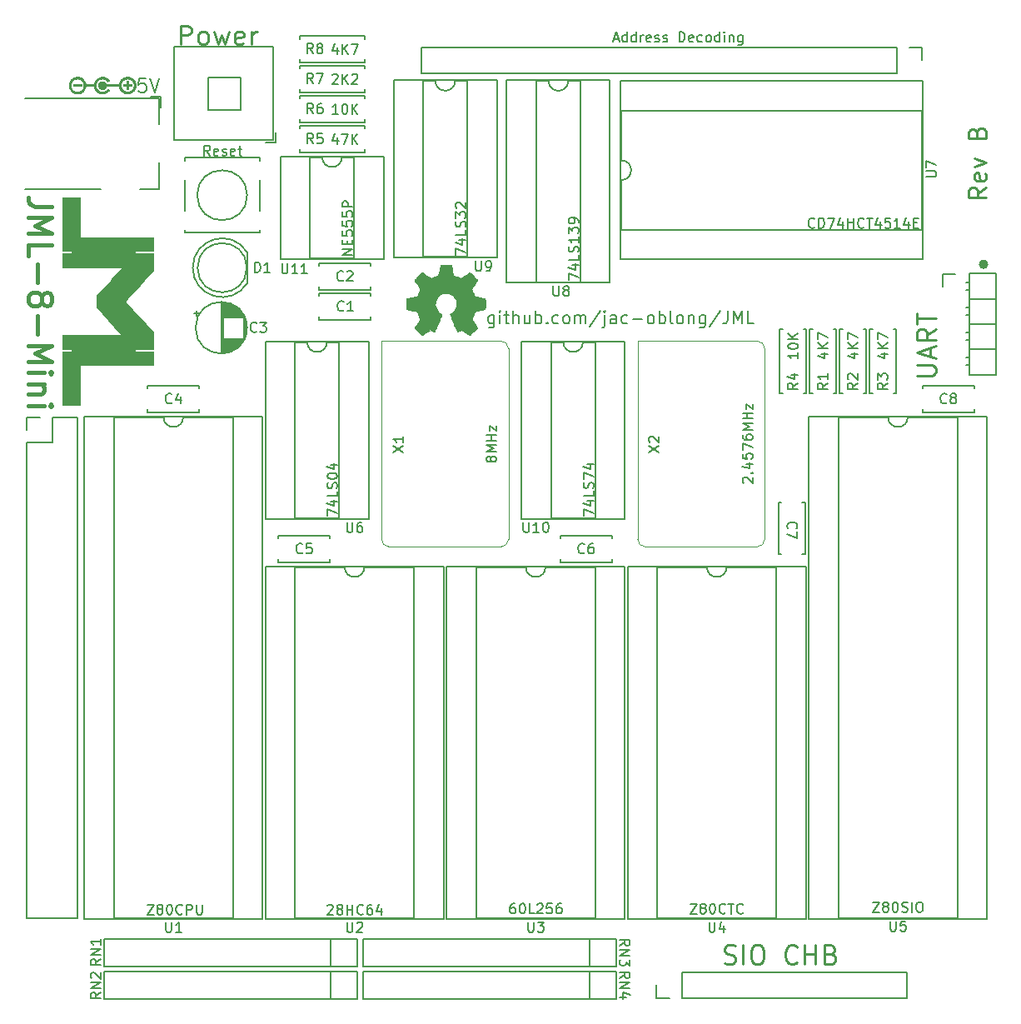
<source format=gbr>
%TF.GenerationSoftware,KiCad,Pcbnew,7.0.8*%
%TF.CreationDate,2023-10-23T18:15:10-04:00*%
%TF.ProjectId,jml-8-mini,6a6d6c2d-382d-46d6-996e-692e6b696361,B*%
%TF.SameCoordinates,Original*%
%TF.FileFunction,Legend,Top*%
%TF.FilePolarity,Positive*%
%FSLAX46Y46*%
G04 Gerber Fmt 4.6, Leading zero omitted, Abs format (unit mm)*
G04 Created by KiCad (PCBNEW 7.0.8) date 2023-10-23 18:15:10*
%MOMM*%
%LPD*%
G01*
G04 APERTURE LIST*
%ADD10C,0.222250*%
%ADD11C,0.254000*%
%ADD12C,0.152400*%
%ADD13C,0.203200*%
%ADD14C,0.381000*%
%ADD15C,0.174625*%
%ADD16C,0.120000*%
%ADD17C,0.010000*%
%ADD18C,0.470000*%
G04 APERTURE END LIST*
D10*
X193953850Y-58104449D02*
X193107184Y-58697116D01*
X193953850Y-59120449D02*
X192175850Y-59120449D01*
X192175850Y-59120449D02*
X192175850Y-58443116D01*
X192175850Y-58443116D02*
X192260517Y-58273783D01*
X192260517Y-58273783D02*
X192345184Y-58189116D01*
X192345184Y-58189116D02*
X192514517Y-58104449D01*
X192514517Y-58104449D02*
X192768517Y-58104449D01*
X192768517Y-58104449D02*
X192937850Y-58189116D01*
X192937850Y-58189116D02*
X193022517Y-58273783D01*
X193022517Y-58273783D02*
X193107184Y-58443116D01*
X193107184Y-58443116D02*
X193107184Y-59120449D01*
X193869184Y-56665116D02*
X193953850Y-56834449D01*
X193953850Y-56834449D02*
X193953850Y-57173116D01*
X193953850Y-57173116D02*
X193869184Y-57342449D01*
X193869184Y-57342449D02*
X193699850Y-57427116D01*
X193699850Y-57427116D02*
X193022517Y-57427116D01*
X193022517Y-57427116D02*
X192853184Y-57342449D01*
X192853184Y-57342449D02*
X192768517Y-57173116D01*
X192768517Y-57173116D02*
X192768517Y-56834449D01*
X192768517Y-56834449D02*
X192853184Y-56665116D01*
X192853184Y-56665116D02*
X193022517Y-56580449D01*
X193022517Y-56580449D02*
X193191850Y-56580449D01*
X193191850Y-56580449D02*
X193361184Y-57427116D01*
X192768517Y-55987783D02*
X193953850Y-55564449D01*
X193953850Y-55564449D02*
X192768517Y-55141116D01*
X193022517Y-52516449D02*
X193107184Y-52262449D01*
X193107184Y-52262449D02*
X193191850Y-52177782D01*
X193191850Y-52177782D02*
X193361184Y-52093115D01*
X193361184Y-52093115D02*
X193615184Y-52093115D01*
X193615184Y-52093115D02*
X193784517Y-52177782D01*
X193784517Y-52177782D02*
X193869184Y-52262449D01*
X193869184Y-52262449D02*
X193953850Y-52431782D01*
X193953850Y-52431782D02*
X193953850Y-53109115D01*
X193953850Y-53109115D02*
X192175850Y-53109115D01*
X192175850Y-53109115D02*
X192175850Y-52516449D01*
X192175850Y-52516449D02*
X192260517Y-52347115D01*
X192260517Y-52347115D02*
X192345184Y-52262449D01*
X192345184Y-52262449D02*
X192514517Y-52177782D01*
X192514517Y-52177782D02*
X192683850Y-52177782D01*
X192683850Y-52177782D02*
X192853184Y-52262449D01*
X192853184Y-52262449D02*
X192937850Y-52347115D01*
X192937850Y-52347115D02*
X193022517Y-52516449D01*
X193022517Y-52516449D02*
X193022517Y-53109115D01*
D11*
X167407962Y-136949942D02*
X167680105Y-137040656D01*
X167680105Y-137040656D02*
X168133676Y-137040656D01*
X168133676Y-137040656D02*
X168315105Y-136949942D01*
X168315105Y-136949942D02*
X168405819Y-136859227D01*
X168405819Y-136859227D02*
X168496533Y-136677799D01*
X168496533Y-136677799D02*
X168496533Y-136496370D01*
X168496533Y-136496370D02*
X168405819Y-136314942D01*
X168405819Y-136314942D02*
X168315105Y-136224227D01*
X168315105Y-136224227D02*
X168133676Y-136133513D01*
X168133676Y-136133513D02*
X167770819Y-136042799D01*
X167770819Y-136042799D02*
X167589390Y-135952084D01*
X167589390Y-135952084D02*
X167498676Y-135861370D01*
X167498676Y-135861370D02*
X167407962Y-135679942D01*
X167407962Y-135679942D02*
X167407962Y-135498513D01*
X167407962Y-135498513D02*
X167498676Y-135317084D01*
X167498676Y-135317084D02*
X167589390Y-135226370D01*
X167589390Y-135226370D02*
X167770819Y-135135656D01*
X167770819Y-135135656D02*
X168224390Y-135135656D01*
X168224390Y-135135656D02*
X168496533Y-135226370D01*
X169312962Y-137040656D02*
X169312962Y-135135656D01*
X170582962Y-135135656D02*
X170945819Y-135135656D01*
X170945819Y-135135656D02*
X171127248Y-135226370D01*
X171127248Y-135226370D02*
X171308676Y-135407799D01*
X171308676Y-135407799D02*
X171399391Y-135770656D01*
X171399391Y-135770656D02*
X171399391Y-136405656D01*
X171399391Y-136405656D02*
X171308676Y-136768513D01*
X171308676Y-136768513D02*
X171127248Y-136949942D01*
X171127248Y-136949942D02*
X170945819Y-137040656D01*
X170945819Y-137040656D02*
X170582962Y-137040656D01*
X170582962Y-137040656D02*
X170401534Y-136949942D01*
X170401534Y-136949942D02*
X170220105Y-136768513D01*
X170220105Y-136768513D02*
X170129391Y-136405656D01*
X170129391Y-136405656D02*
X170129391Y-135770656D01*
X170129391Y-135770656D02*
X170220105Y-135407799D01*
X170220105Y-135407799D02*
X170401534Y-135226370D01*
X170401534Y-135226370D02*
X170582962Y-135135656D01*
X174755819Y-136859227D02*
X174665105Y-136949942D01*
X174665105Y-136949942D02*
X174392962Y-137040656D01*
X174392962Y-137040656D02*
X174211534Y-137040656D01*
X174211534Y-137040656D02*
X173939391Y-136949942D01*
X173939391Y-136949942D02*
X173757962Y-136768513D01*
X173757962Y-136768513D02*
X173667248Y-136587084D01*
X173667248Y-136587084D02*
X173576534Y-136224227D01*
X173576534Y-136224227D02*
X173576534Y-135952084D01*
X173576534Y-135952084D02*
X173667248Y-135589227D01*
X173667248Y-135589227D02*
X173757962Y-135407799D01*
X173757962Y-135407799D02*
X173939391Y-135226370D01*
X173939391Y-135226370D02*
X174211534Y-135135656D01*
X174211534Y-135135656D02*
X174392962Y-135135656D01*
X174392962Y-135135656D02*
X174665105Y-135226370D01*
X174665105Y-135226370D02*
X174755819Y-135317084D01*
X175572248Y-137040656D02*
X175572248Y-135135656D01*
X175572248Y-136042799D02*
X176660819Y-136042799D01*
X176660819Y-137040656D02*
X176660819Y-135135656D01*
X178202962Y-136042799D02*
X178475105Y-136133513D01*
X178475105Y-136133513D02*
X178565819Y-136224227D01*
X178565819Y-136224227D02*
X178656533Y-136405656D01*
X178656533Y-136405656D02*
X178656533Y-136677799D01*
X178656533Y-136677799D02*
X178565819Y-136859227D01*
X178565819Y-136859227D02*
X178475105Y-136949942D01*
X178475105Y-136949942D02*
X178293676Y-137040656D01*
X178293676Y-137040656D02*
X177567962Y-137040656D01*
X177567962Y-137040656D02*
X177567962Y-135135656D01*
X177567962Y-135135656D02*
X178202962Y-135135656D01*
X178202962Y-135135656D02*
X178384391Y-135226370D01*
X178384391Y-135226370D02*
X178475105Y-135317084D01*
X178475105Y-135317084D02*
X178565819Y-135498513D01*
X178565819Y-135498513D02*
X178565819Y-135679942D01*
X178565819Y-135679942D02*
X178475105Y-135861370D01*
X178475105Y-135861370D02*
X178384391Y-135952084D01*
X178384391Y-135952084D02*
X178202962Y-136042799D01*
X178202962Y-136042799D02*
X177567962Y-136042799D01*
D12*
X115100739Y-54888735D02*
X114762072Y-54404926D01*
X114520167Y-54888735D02*
X114520167Y-53872735D01*
X114520167Y-53872735D02*
X114907215Y-53872735D01*
X114907215Y-53872735D02*
X115003977Y-53921116D01*
X115003977Y-53921116D02*
X115052358Y-53969497D01*
X115052358Y-53969497D02*
X115100739Y-54066259D01*
X115100739Y-54066259D02*
X115100739Y-54211402D01*
X115100739Y-54211402D02*
X115052358Y-54308164D01*
X115052358Y-54308164D02*
X115003977Y-54356545D01*
X115003977Y-54356545D02*
X114907215Y-54404926D01*
X114907215Y-54404926D02*
X114520167Y-54404926D01*
X115923215Y-54840355D02*
X115826453Y-54888735D01*
X115826453Y-54888735D02*
X115632929Y-54888735D01*
X115632929Y-54888735D02*
X115536167Y-54840355D01*
X115536167Y-54840355D02*
X115487786Y-54743593D01*
X115487786Y-54743593D02*
X115487786Y-54356545D01*
X115487786Y-54356545D02*
X115536167Y-54259783D01*
X115536167Y-54259783D02*
X115632929Y-54211402D01*
X115632929Y-54211402D02*
X115826453Y-54211402D01*
X115826453Y-54211402D02*
X115923215Y-54259783D01*
X115923215Y-54259783D02*
X115971596Y-54356545D01*
X115971596Y-54356545D02*
X115971596Y-54453307D01*
X115971596Y-54453307D02*
X115487786Y-54550069D01*
X116358643Y-54840355D02*
X116455405Y-54888735D01*
X116455405Y-54888735D02*
X116648929Y-54888735D01*
X116648929Y-54888735D02*
X116745691Y-54840355D01*
X116745691Y-54840355D02*
X116794072Y-54743593D01*
X116794072Y-54743593D02*
X116794072Y-54695212D01*
X116794072Y-54695212D02*
X116745691Y-54598450D01*
X116745691Y-54598450D02*
X116648929Y-54550069D01*
X116648929Y-54550069D02*
X116503786Y-54550069D01*
X116503786Y-54550069D02*
X116407024Y-54501688D01*
X116407024Y-54501688D02*
X116358643Y-54404926D01*
X116358643Y-54404926D02*
X116358643Y-54356545D01*
X116358643Y-54356545D02*
X116407024Y-54259783D01*
X116407024Y-54259783D02*
X116503786Y-54211402D01*
X116503786Y-54211402D02*
X116648929Y-54211402D01*
X116648929Y-54211402D02*
X116745691Y-54259783D01*
X117616548Y-54840355D02*
X117519786Y-54888735D01*
X117519786Y-54888735D02*
X117326262Y-54888735D01*
X117326262Y-54888735D02*
X117229500Y-54840355D01*
X117229500Y-54840355D02*
X117181119Y-54743593D01*
X117181119Y-54743593D02*
X117181119Y-54356545D01*
X117181119Y-54356545D02*
X117229500Y-54259783D01*
X117229500Y-54259783D02*
X117326262Y-54211402D01*
X117326262Y-54211402D02*
X117519786Y-54211402D01*
X117519786Y-54211402D02*
X117616548Y-54259783D01*
X117616548Y-54259783D02*
X117664929Y-54356545D01*
X117664929Y-54356545D02*
X117664929Y-54453307D01*
X117664929Y-54453307D02*
X117181119Y-54550069D01*
X117955214Y-54211402D02*
X118342262Y-54211402D01*
X118100357Y-53872735D02*
X118100357Y-54743593D01*
X118100357Y-54743593D02*
X118148738Y-54840355D01*
X118148738Y-54840355D02*
X118245500Y-54888735D01*
X118245500Y-54888735D02*
X118342262Y-54888735D01*
D11*
X112099676Y-43595656D02*
X112099676Y-41690656D01*
X112099676Y-41690656D02*
X112825390Y-41690656D01*
X112825390Y-41690656D02*
X113006819Y-41781370D01*
X113006819Y-41781370D02*
X113097533Y-41872084D01*
X113097533Y-41872084D02*
X113188247Y-42053513D01*
X113188247Y-42053513D02*
X113188247Y-42325656D01*
X113188247Y-42325656D02*
X113097533Y-42507084D01*
X113097533Y-42507084D02*
X113006819Y-42597799D01*
X113006819Y-42597799D02*
X112825390Y-42688513D01*
X112825390Y-42688513D02*
X112099676Y-42688513D01*
X114276819Y-43595656D02*
X114095390Y-43504942D01*
X114095390Y-43504942D02*
X114004676Y-43414227D01*
X114004676Y-43414227D02*
X113913962Y-43232799D01*
X113913962Y-43232799D02*
X113913962Y-42688513D01*
X113913962Y-42688513D02*
X114004676Y-42507084D01*
X114004676Y-42507084D02*
X114095390Y-42416370D01*
X114095390Y-42416370D02*
X114276819Y-42325656D01*
X114276819Y-42325656D02*
X114548962Y-42325656D01*
X114548962Y-42325656D02*
X114730390Y-42416370D01*
X114730390Y-42416370D02*
X114821105Y-42507084D01*
X114821105Y-42507084D02*
X114911819Y-42688513D01*
X114911819Y-42688513D02*
X114911819Y-43232799D01*
X114911819Y-43232799D02*
X114821105Y-43414227D01*
X114821105Y-43414227D02*
X114730390Y-43504942D01*
X114730390Y-43504942D02*
X114548962Y-43595656D01*
X114548962Y-43595656D02*
X114276819Y-43595656D01*
X115546818Y-42325656D02*
X115909676Y-43595656D01*
X115909676Y-43595656D02*
X116272533Y-42688513D01*
X116272533Y-42688513D02*
X116635390Y-43595656D01*
X116635390Y-43595656D02*
X116998247Y-42325656D01*
X118449675Y-43504942D02*
X118268247Y-43595656D01*
X118268247Y-43595656D02*
X117905390Y-43595656D01*
X117905390Y-43595656D02*
X117723961Y-43504942D01*
X117723961Y-43504942D02*
X117633247Y-43323513D01*
X117633247Y-43323513D02*
X117633247Y-42597799D01*
X117633247Y-42597799D02*
X117723961Y-42416370D01*
X117723961Y-42416370D02*
X117905390Y-42325656D01*
X117905390Y-42325656D02*
X118268247Y-42325656D01*
X118268247Y-42325656D02*
X118449675Y-42416370D01*
X118449675Y-42416370D02*
X118540390Y-42597799D01*
X118540390Y-42597799D02*
X118540390Y-42779227D01*
X118540390Y-42779227D02*
X117633247Y-42960656D01*
X119356818Y-43595656D02*
X119356818Y-42325656D01*
X119356818Y-42688513D02*
X119447532Y-42507084D01*
X119447532Y-42507084D02*
X119538247Y-42416370D01*
X119538247Y-42416370D02*
X119719675Y-42325656D01*
X119719675Y-42325656D02*
X119901104Y-42325656D01*
D12*
X128031596Y-43894402D02*
X128031596Y-44571735D01*
X127789691Y-43507355D02*
X127547786Y-44233069D01*
X127547786Y-44233069D02*
X128176739Y-44233069D01*
X128563786Y-44571735D02*
X128563786Y-43555735D01*
X129144358Y-44571735D02*
X128708929Y-43991164D01*
X129144358Y-43555735D02*
X128563786Y-44136307D01*
X129483024Y-43555735D02*
X130160358Y-43555735D01*
X130160358Y-43555735D02*
X129724929Y-44571735D01*
D11*
X186969707Y-77248374D02*
X188511850Y-77248374D01*
X188511850Y-77248374D02*
X188693278Y-77157660D01*
X188693278Y-77157660D02*
X188783993Y-77066946D01*
X188783993Y-77066946D02*
X188874707Y-76885517D01*
X188874707Y-76885517D02*
X188874707Y-76522660D01*
X188874707Y-76522660D02*
X188783993Y-76341231D01*
X188783993Y-76341231D02*
X188693278Y-76250517D01*
X188693278Y-76250517D02*
X188511850Y-76159803D01*
X188511850Y-76159803D02*
X186969707Y-76159803D01*
X188330421Y-75343374D02*
X188330421Y-74436232D01*
X188874707Y-75524803D02*
X186969707Y-74889803D01*
X186969707Y-74889803D02*
X188874707Y-74254803D01*
X188874707Y-72531232D02*
X187967564Y-73166232D01*
X188874707Y-73619803D02*
X186969707Y-73619803D01*
X186969707Y-73619803D02*
X186969707Y-72894089D01*
X186969707Y-72894089D02*
X187060421Y-72712660D01*
X187060421Y-72712660D02*
X187151135Y-72621946D01*
X187151135Y-72621946D02*
X187332564Y-72531232D01*
X187332564Y-72531232D02*
X187604707Y-72531232D01*
X187604707Y-72531232D02*
X187786135Y-72621946D01*
X187786135Y-72621946D02*
X187876850Y-72712660D01*
X187876850Y-72712660D02*
X187967564Y-72894089D01*
X187967564Y-72894089D02*
X187967564Y-73619803D01*
X186969707Y-71986946D02*
X186969707Y-70898375D01*
X188874707Y-71442660D02*
X186969707Y-71442660D01*
D12*
X128031596Y-53038402D02*
X128031596Y-53715735D01*
X127789691Y-52651355D02*
X127547786Y-53377069D01*
X127547786Y-53377069D02*
X128176739Y-53377069D01*
X128467024Y-52699735D02*
X129144358Y-52699735D01*
X129144358Y-52699735D02*
X128708929Y-53715735D01*
X129531405Y-53715735D02*
X129531405Y-52699735D01*
X130111977Y-53715735D02*
X129676548Y-53135164D01*
X130111977Y-52699735D02*
X129531405Y-53280307D01*
X127547786Y-46700497D02*
X127596167Y-46652116D01*
X127596167Y-46652116D02*
X127692929Y-46603735D01*
X127692929Y-46603735D02*
X127934834Y-46603735D01*
X127934834Y-46603735D02*
X128031596Y-46652116D01*
X128031596Y-46652116D02*
X128079977Y-46700497D01*
X128079977Y-46700497D02*
X128128358Y-46797259D01*
X128128358Y-46797259D02*
X128128358Y-46894021D01*
X128128358Y-46894021D02*
X128079977Y-47039164D01*
X128079977Y-47039164D02*
X127499405Y-47619735D01*
X127499405Y-47619735D02*
X128128358Y-47619735D01*
X128563786Y-47619735D02*
X128563786Y-46603735D01*
X129144358Y-47619735D02*
X128708929Y-47039164D01*
X129144358Y-46603735D02*
X128563786Y-47184307D01*
X129531405Y-46700497D02*
X129579786Y-46652116D01*
X129579786Y-46652116D02*
X129676548Y-46603735D01*
X129676548Y-46603735D02*
X129918453Y-46603735D01*
X129918453Y-46603735D02*
X130015215Y-46652116D01*
X130015215Y-46652116D02*
X130063596Y-46700497D01*
X130063596Y-46700497D02*
X130111977Y-46797259D01*
X130111977Y-46797259D02*
X130111977Y-46894021D01*
X130111977Y-46894021D02*
X130063596Y-47039164D01*
X130063596Y-47039164D02*
X129483024Y-47619735D01*
X129483024Y-47619735D02*
X130111977Y-47619735D01*
X174873735Y-74944641D02*
X174873735Y-75525213D01*
X174873735Y-75234927D02*
X173857735Y-75234927D01*
X173857735Y-75234927D02*
X174002878Y-75331689D01*
X174002878Y-75331689D02*
X174099640Y-75428451D01*
X174099640Y-75428451D02*
X174148021Y-75525213D01*
X173857735Y-74315689D02*
X173857735Y-74218927D01*
X173857735Y-74218927D02*
X173906116Y-74122165D01*
X173906116Y-74122165D02*
X173954497Y-74073784D01*
X173954497Y-74073784D02*
X174051259Y-74025403D01*
X174051259Y-74025403D02*
X174244783Y-73977022D01*
X174244783Y-73977022D02*
X174486688Y-73977022D01*
X174486688Y-73977022D02*
X174680212Y-74025403D01*
X174680212Y-74025403D02*
X174776974Y-74073784D01*
X174776974Y-74073784D02*
X174825355Y-74122165D01*
X174825355Y-74122165D02*
X174873735Y-74218927D01*
X174873735Y-74218927D02*
X174873735Y-74315689D01*
X174873735Y-74315689D02*
X174825355Y-74412451D01*
X174825355Y-74412451D02*
X174776974Y-74460832D01*
X174776974Y-74460832D02*
X174680212Y-74509213D01*
X174680212Y-74509213D02*
X174486688Y-74557594D01*
X174486688Y-74557594D02*
X174244783Y-74557594D01*
X174244783Y-74557594D02*
X174051259Y-74509213D01*
X174051259Y-74509213D02*
X173954497Y-74460832D01*
X173954497Y-74460832D02*
X173906116Y-74412451D01*
X173906116Y-74412451D02*
X173857735Y-74315689D01*
X174873735Y-73541594D02*
X173857735Y-73541594D01*
X174873735Y-72961022D02*
X174293164Y-73396451D01*
X173857735Y-72961022D02*
X174438307Y-73541594D01*
X180292402Y-75041403D02*
X180969735Y-75041403D01*
X179905355Y-75283308D02*
X180631069Y-75525213D01*
X180631069Y-75525213D02*
X180631069Y-74896260D01*
X180969735Y-74509213D02*
X179953735Y-74509213D01*
X180969735Y-73928641D02*
X180389164Y-74364070D01*
X179953735Y-73928641D02*
X180534307Y-74509213D01*
X179953735Y-73589975D02*
X179953735Y-72912641D01*
X179953735Y-72912641D02*
X180969735Y-73348070D01*
X177244402Y-75041403D02*
X177921735Y-75041403D01*
X176857355Y-75283308D02*
X177583069Y-75525213D01*
X177583069Y-75525213D02*
X177583069Y-74896260D01*
X177921735Y-74509213D02*
X176905735Y-74509213D01*
X177921735Y-73928641D02*
X177341164Y-74364070D01*
X176905735Y-73928641D02*
X177486307Y-74509213D01*
X176905735Y-73589975D02*
X176905735Y-72912641D01*
X176905735Y-72912641D02*
X177921735Y-73348070D01*
D13*
X143982350Y-71123342D02*
X143982350Y-72151437D01*
X143982350Y-72151437D02*
X143921874Y-72272390D01*
X143921874Y-72272390D02*
X143861398Y-72332866D01*
X143861398Y-72332866D02*
X143740445Y-72393342D01*
X143740445Y-72393342D02*
X143559017Y-72393342D01*
X143559017Y-72393342D02*
X143438064Y-72332866D01*
X143982350Y-71909533D02*
X143861398Y-71970009D01*
X143861398Y-71970009D02*
X143619493Y-71970009D01*
X143619493Y-71970009D02*
X143498541Y-71909533D01*
X143498541Y-71909533D02*
X143438064Y-71849056D01*
X143438064Y-71849056D02*
X143377588Y-71728104D01*
X143377588Y-71728104D02*
X143377588Y-71365247D01*
X143377588Y-71365247D02*
X143438064Y-71244294D01*
X143438064Y-71244294D02*
X143498541Y-71183818D01*
X143498541Y-71183818D02*
X143619493Y-71123342D01*
X143619493Y-71123342D02*
X143861398Y-71123342D01*
X143861398Y-71123342D02*
X143982350Y-71183818D01*
X144587112Y-71970009D02*
X144587112Y-71123342D01*
X144587112Y-70700009D02*
X144526636Y-70760485D01*
X144526636Y-70760485D02*
X144587112Y-70820961D01*
X144587112Y-70820961D02*
X144647589Y-70760485D01*
X144647589Y-70760485D02*
X144587112Y-70700009D01*
X144587112Y-70700009D02*
X144587112Y-70820961D01*
X145010446Y-71123342D02*
X145494255Y-71123342D01*
X145191874Y-70700009D02*
X145191874Y-71788580D01*
X145191874Y-71788580D02*
X145252351Y-71909533D01*
X145252351Y-71909533D02*
X145373303Y-71970009D01*
X145373303Y-71970009D02*
X145494255Y-71970009D01*
X145917588Y-71970009D02*
X145917588Y-70700009D01*
X146461874Y-71970009D02*
X146461874Y-71304771D01*
X146461874Y-71304771D02*
X146401398Y-71183818D01*
X146401398Y-71183818D02*
X146280446Y-71123342D01*
X146280446Y-71123342D02*
X146099017Y-71123342D01*
X146099017Y-71123342D02*
X145978065Y-71183818D01*
X145978065Y-71183818D02*
X145917588Y-71244294D01*
X147610922Y-71123342D02*
X147610922Y-71970009D01*
X147066636Y-71123342D02*
X147066636Y-71788580D01*
X147066636Y-71788580D02*
X147127113Y-71909533D01*
X147127113Y-71909533D02*
X147248065Y-71970009D01*
X147248065Y-71970009D02*
X147429494Y-71970009D01*
X147429494Y-71970009D02*
X147550446Y-71909533D01*
X147550446Y-71909533D02*
X147610922Y-71849056D01*
X148215684Y-71970009D02*
X148215684Y-70700009D01*
X148215684Y-71183818D02*
X148336637Y-71123342D01*
X148336637Y-71123342D02*
X148578542Y-71123342D01*
X148578542Y-71123342D02*
X148699494Y-71183818D01*
X148699494Y-71183818D02*
X148759970Y-71244294D01*
X148759970Y-71244294D02*
X148820446Y-71365247D01*
X148820446Y-71365247D02*
X148820446Y-71728104D01*
X148820446Y-71728104D02*
X148759970Y-71849056D01*
X148759970Y-71849056D02*
X148699494Y-71909533D01*
X148699494Y-71909533D02*
X148578542Y-71970009D01*
X148578542Y-71970009D02*
X148336637Y-71970009D01*
X148336637Y-71970009D02*
X148215684Y-71909533D01*
X149364732Y-71849056D02*
X149425209Y-71909533D01*
X149425209Y-71909533D02*
X149364732Y-71970009D01*
X149364732Y-71970009D02*
X149304256Y-71909533D01*
X149304256Y-71909533D02*
X149364732Y-71849056D01*
X149364732Y-71849056D02*
X149364732Y-71970009D01*
X150513780Y-71909533D02*
X150392828Y-71970009D01*
X150392828Y-71970009D02*
X150150923Y-71970009D01*
X150150923Y-71970009D02*
X150029971Y-71909533D01*
X150029971Y-71909533D02*
X149969494Y-71849056D01*
X149969494Y-71849056D02*
X149909018Y-71728104D01*
X149909018Y-71728104D02*
X149909018Y-71365247D01*
X149909018Y-71365247D02*
X149969494Y-71244294D01*
X149969494Y-71244294D02*
X150029971Y-71183818D01*
X150029971Y-71183818D02*
X150150923Y-71123342D01*
X150150923Y-71123342D02*
X150392828Y-71123342D01*
X150392828Y-71123342D02*
X150513780Y-71183818D01*
X151239494Y-71970009D02*
X151118542Y-71909533D01*
X151118542Y-71909533D02*
X151058065Y-71849056D01*
X151058065Y-71849056D02*
X150997589Y-71728104D01*
X150997589Y-71728104D02*
X150997589Y-71365247D01*
X150997589Y-71365247D02*
X151058065Y-71244294D01*
X151058065Y-71244294D02*
X151118542Y-71183818D01*
X151118542Y-71183818D02*
X151239494Y-71123342D01*
X151239494Y-71123342D02*
X151420923Y-71123342D01*
X151420923Y-71123342D02*
X151541875Y-71183818D01*
X151541875Y-71183818D02*
X151602351Y-71244294D01*
X151602351Y-71244294D02*
X151662827Y-71365247D01*
X151662827Y-71365247D02*
X151662827Y-71728104D01*
X151662827Y-71728104D02*
X151602351Y-71849056D01*
X151602351Y-71849056D02*
X151541875Y-71909533D01*
X151541875Y-71909533D02*
X151420923Y-71970009D01*
X151420923Y-71970009D02*
X151239494Y-71970009D01*
X152207113Y-71970009D02*
X152207113Y-71123342D01*
X152207113Y-71244294D02*
X152267590Y-71183818D01*
X152267590Y-71183818D02*
X152388542Y-71123342D01*
X152388542Y-71123342D02*
X152569971Y-71123342D01*
X152569971Y-71123342D02*
X152690923Y-71183818D01*
X152690923Y-71183818D02*
X152751399Y-71304771D01*
X152751399Y-71304771D02*
X152751399Y-71970009D01*
X152751399Y-71304771D02*
X152811875Y-71183818D01*
X152811875Y-71183818D02*
X152932828Y-71123342D01*
X152932828Y-71123342D02*
X153114256Y-71123342D01*
X153114256Y-71123342D02*
X153235209Y-71183818D01*
X153235209Y-71183818D02*
X153295685Y-71304771D01*
X153295685Y-71304771D02*
X153295685Y-71970009D01*
X154807589Y-70639533D02*
X153719018Y-72272390D01*
X155230922Y-71123342D02*
X155230922Y-72211913D01*
X155230922Y-72211913D02*
X155170446Y-72332866D01*
X155170446Y-72332866D02*
X155049494Y-72393342D01*
X155049494Y-72393342D02*
X154989018Y-72393342D01*
X155230922Y-70700009D02*
X155170446Y-70760485D01*
X155170446Y-70760485D02*
X155230922Y-70820961D01*
X155230922Y-70820961D02*
X155291399Y-70760485D01*
X155291399Y-70760485D02*
X155230922Y-70700009D01*
X155230922Y-70700009D02*
X155230922Y-70820961D01*
X156379970Y-71970009D02*
X156379970Y-71304771D01*
X156379970Y-71304771D02*
X156319494Y-71183818D01*
X156319494Y-71183818D02*
X156198542Y-71123342D01*
X156198542Y-71123342D02*
X155956637Y-71123342D01*
X155956637Y-71123342D02*
X155835684Y-71183818D01*
X156379970Y-71909533D02*
X156259018Y-71970009D01*
X156259018Y-71970009D02*
X155956637Y-71970009D01*
X155956637Y-71970009D02*
X155835684Y-71909533D01*
X155835684Y-71909533D02*
X155775208Y-71788580D01*
X155775208Y-71788580D02*
X155775208Y-71667628D01*
X155775208Y-71667628D02*
X155835684Y-71546675D01*
X155835684Y-71546675D02*
X155956637Y-71486199D01*
X155956637Y-71486199D02*
X156259018Y-71486199D01*
X156259018Y-71486199D02*
X156379970Y-71425723D01*
X157529018Y-71909533D02*
X157408066Y-71970009D01*
X157408066Y-71970009D02*
X157166161Y-71970009D01*
X157166161Y-71970009D02*
X157045209Y-71909533D01*
X157045209Y-71909533D02*
X156984732Y-71849056D01*
X156984732Y-71849056D02*
X156924256Y-71728104D01*
X156924256Y-71728104D02*
X156924256Y-71365247D01*
X156924256Y-71365247D02*
X156984732Y-71244294D01*
X156984732Y-71244294D02*
X157045209Y-71183818D01*
X157045209Y-71183818D02*
X157166161Y-71123342D01*
X157166161Y-71123342D02*
X157408066Y-71123342D01*
X157408066Y-71123342D02*
X157529018Y-71183818D01*
X158073303Y-71486199D02*
X159040923Y-71486199D01*
X159827113Y-71970009D02*
X159706161Y-71909533D01*
X159706161Y-71909533D02*
X159645684Y-71849056D01*
X159645684Y-71849056D02*
X159585208Y-71728104D01*
X159585208Y-71728104D02*
X159585208Y-71365247D01*
X159585208Y-71365247D02*
X159645684Y-71244294D01*
X159645684Y-71244294D02*
X159706161Y-71183818D01*
X159706161Y-71183818D02*
X159827113Y-71123342D01*
X159827113Y-71123342D02*
X160008542Y-71123342D01*
X160008542Y-71123342D02*
X160129494Y-71183818D01*
X160129494Y-71183818D02*
X160189970Y-71244294D01*
X160189970Y-71244294D02*
X160250446Y-71365247D01*
X160250446Y-71365247D02*
X160250446Y-71728104D01*
X160250446Y-71728104D02*
X160189970Y-71849056D01*
X160189970Y-71849056D02*
X160129494Y-71909533D01*
X160129494Y-71909533D02*
X160008542Y-71970009D01*
X160008542Y-71970009D02*
X159827113Y-71970009D01*
X160794732Y-71970009D02*
X160794732Y-70700009D01*
X160794732Y-71183818D02*
X160915685Y-71123342D01*
X160915685Y-71123342D02*
X161157590Y-71123342D01*
X161157590Y-71123342D02*
X161278542Y-71183818D01*
X161278542Y-71183818D02*
X161339018Y-71244294D01*
X161339018Y-71244294D02*
X161399494Y-71365247D01*
X161399494Y-71365247D02*
X161399494Y-71728104D01*
X161399494Y-71728104D02*
X161339018Y-71849056D01*
X161339018Y-71849056D02*
X161278542Y-71909533D01*
X161278542Y-71909533D02*
X161157590Y-71970009D01*
X161157590Y-71970009D02*
X160915685Y-71970009D01*
X160915685Y-71970009D02*
X160794732Y-71909533D01*
X162125209Y-71970009D02*
X162004257Y-71909533D01*
X162004257Y-71909533D02*
X161943780Y-71788580D01*
X161943780Y-71788580D02*
X161943780Y-70700009D01*
X162790447Y-71970009D02*
X162669495Y-71909533D01*
X162669495Y-71909533D02*
X162609018Y-71849056D01*
X162609018Y-71849056D02*
X162548542Y-71728104D01*
X162548542Y-71728104D02*
X162548542Y-71365247D01*
X162548542Y-71365247D02*
X162609018Y-71244294D01*
X162609018Y-71244294D02*
X162669495Y-71183818D01*
X162669495Y-71183818D02*
X162790447Y-71123342D01*
X162790447Y-71123342D02*
X162971876Y-71123342D01*
X162971876Y-71123342D02*
X163092828Y-71183818D01*
X163092828Y-71183818D02*
X163153304Y-71244294D01*
X163153304Y-71244294D02*
X163213780Y-71365247D01*
X163213780Y-71365247D02*
X163213780Y-71728104D01*
X163213780Y-71728104D02*
X163153304Y-71849056D01*
X163153304Y-71849056D02*
X163092828Y-71909533D01*
X163092828Y-71909533D02*
X162971876Y-71970009D01*
X162971876Y-71970009D02*
X162790447Y-71970009D01*
X163758066Y-71123342D02*
X163758066Y-71970009D01*
X163758066Y-71244294D02*
X163818543Y-71183818D01*
X163818543Y-71183818D02*
X163939495Y-71123342D01*
X163939495Y-71123342D02*
X164120924Y-71123342D01*
X164120924Y-71123342D02*
X164241876Y-71183818D01*
X164241876Y-71183818D02*
X164302352Y-71304771D01*
X164302352Y-71304771D02*
X164302352Y-71970009D01*
X165451400Y-71123342D02*
X165451400Y-72151437D01*
X165451400Y-72151437D02*
X165390924Y-72272390D01*
X165390924Y-72272390D02*
X165330448Y-72332866D01*
X165330448Y-72332866D02*
X165209495Y-72393342D01*
X165209495Y-72393342D02*
X165028067Y-72393342D01*
X165028067Y-72393342D02*
X164907114Y-72332866D01*
X165451400Y-71909533D02*
X165330448Y-71970009D01*
X165330448Y-71970009D02*
X165088543Y-71970009D01*
X165088543Y-71970009D02*
X164967591Y-71909533D01*
X164967591Y-71909533D02*
X164907114Y-71849056D01*
X164907114Y-71849056D02*
X164846638Y-71728104D01*
X164846638Y-71728104D02*
X164846638Y-71365247D01*
X164846638Y-71365247D02*
X164907114Y-71244294D01*
X164907114Y-71244294D02*
X164967591Y-71183818D01*
X164967591Y-71183818D02*
X165088543Y-71123342D01*
X165088543Y-71123342D02*
X165330448Y-71123342D01*
X165330448Y-71123342D02*
X165451400Y-71183818D01*
X166963305Y-70639533D02*
X165874734Y-72272390D01*
X167749496Y-70700009D02*
X167749496Y-71607152D01*
X167749496Y-71607152D02*
X167689019Y-71788580D01*
X167689019Y-71788580D02*
X167568067Y-71909533D01*
X167568067Y-71909533D02*
X167386638Y-71970009D01*
X167386638Y-71970009D02*
X167265686Y-71970009D01*
X168354257Y-71970009D02*
X168354257Y-70700009D01*
X168354257Y-70700009D02*
X168777591Y-71607152D01*
X168777591Y-71607152D02*
X169200924Y-70700009D01*
X169200924Y-70700009D02*
X169200924Y-71970009D01*
X170410448Y-71970009D02*
X169805686Y-71970009D01*
X169805686Y-71970009D02*
X169805686Y-70700009D01*
D12*
X156127786Y-43041450D02*
X156611596Y-43041450D01*
X156031024Y-43331735D02*
X156369691Y-42315735D01*
X156369691Y-42315735D02*
X156708358Y-43331735D01*
X157482453Y-43331735D02*
X157482453Y-42315735D01*
X157482453Y-43283355D02*
X157385691Y-43331735D01*
X157385691Y-43331735D02*
X157192167Y-43331735D01*
X157192167Y-43331735D02*
X157095405Y-43283355D01*
X157095405Y-43283355D02*
X157047024Y-43234974D01*
X157047024Y-43234974D02*
X156998643Y-43138212D01*
X156998643Y-43138212D02*
X156998643Y-42847926D01*
X156998643Y-42847926D02*
X157047024Y-42751164D01*
X157047024Y-42751164D02*
X157095405Y-42702783D01*
X157095405Y-42702783D02*
X157192167Y-42654402D01*
X157192167Y-42654402D02*
X157385691Y-42654402D01*
X157385691Y-42654402D02*
X157482453Y-42702783D01*
X158401691Y-43331735D02*
X158401691Y-42315735D01*
X158401691Y-43283355D02*
X158304929Y-43331735D01*
X158304929Y-43331735D02*
X158111405Y-43331735D01*
X158111405Y-43331735D02*
X158014643Y-43283355D01*
X158014643Y-43283355D02*
X157966262Y-43234974D01*
X157966262Y-43234974D02*
X157917881Y-43138212D01*
X157917881Y-43138212D02*
X157917881Y-42847926D01*
X157917881Y-42847926D02*
X157966262Y-42751164D01*
X157966262Y-42751164D02*
X158014643Y-42702783D01*
X158014643Y-42702783D02*
X158111405Y-42654402D01*
X158111405Y-42654402D02*
X158304929Y-42654402D01*
X158304929Y-42654402D02*
X158401691Y-42702783D01*
X158885500Y-43331735D02*
X158885500Y-42654402D01*
X158885500Y-42847926D02*
X158933881Y-42751164D01*
X158933881Y-42751164D02*
X158982262Y-42702783D01*
X158982262Y-42702783D02*
X159079024Y-42654402D01*
X159079024Y-42654402D02*
X159175786Y-42654402D01*
X159901500Y-43283355D02*
X159804738Y-43331735D01*
X159804738Y-43331735D02*
X159611214Y-43331735D01*
X159611214Y-43331735D02*
X159514452Y-43283355D01*
X159514452Y-43283355D02*
X159466071Y-43186593D01*
X159466071Y-43186593D02*
X159466071Y-42799545D01*
X159466071Y-42799545D02*
X159514452Y-42702783D01*
X159514452Y-42702783D02*
X159611214Y-42654402D01*
X159611214Y-42654402D02*
X159804738Y-42654402D01*
X159804738Y-42654402D02*
X159901500Y-42702783D01*
X159901500Y-42702783D02*
X159949881Y-42799545D01*
X159949881Y-42799545D02*
X159949881Y-42896307D01*
X159949881Y-42896307D02*
X159466071Y-42993069D01*
X160336928Y-43283355D02*
X160433690Y-43331735D01*
X160433690Y-43331735D02*
X160627214Y-43331735D01*
X160627214Y-43331735D02*
X160723976Y-43283355D01*
X160723976Y-43283355D02*
X160772357Y-43186593D01*
X160772357Y-43186593D02*
X160772357Y-43138212D01*
X160772357Y-43138212D02*
X160723976Y-43041450D01*
X160723976Y-43041450D02*
X160627214Y-42993069D01*
X160627214Y-42993069D02*
X160482071Y-42993069D01*
X160482071Y-42993069D02*
X160385309Y-42944688D01*
X160385309Y-42944688D02*
X160336928Y-42847926D01*
X160336928Y-42847926D02*
X160336928Y-42799545D01*
X160336928Y-42799545D02*
X160385309Y-42702783D01*
X160385309Y-42702783D02*
X160482071Y-42654402D01*
X160482071Y-42654402D02*
X160627214Y-42654402D01*
X160627214Y-42654402D02*
X160723976Y-42702783D01*
X161159404Y-43283355D02*
X161256166Y-43331735D01*
X161256166Y-43331735D02*
X161449690Y-43331735D01*
X161449690Y-43331735D02*
X161546452Y-43283355D01*
X161546452Y-43283355D02*
X161594833Y-43186593D01*
X161594833Y-43186593D02*
X161594833Y-43138212D01*
X161594833Y-43138212D02*
X161546452Y-43041450D01*
X161546452Y-43041450D02*
X161449690Y-42993069D01*
X161449690Y-42993069D02*
X161304547Y-42993069D01*
X161304547Y-42993069D02*
X161207785Y-42944688D01*
X161207785Y-42944688D02*
X161159404Y-42847926D01*
X161159404Y-42847926D02*
X161159404Y-42799545D01*
X161159404Y-42799545D02*
X161207785Y-42702783D01*
X161207785Y-42702783D02*
X161304547Y-42654402D01*
X161304547Y-42654402D02*
X161449690Y-42654402D01*
X161449690Y-42654402D02*
X161546452Y-42702783D01*
X162804356Y-43331735D02*
X162804356Y-42315735D01*
X162804356Y-42315735D02*
X163046261Y-42315735D01*
X163046261Y-42315735D02*
X163191404Y-42364116D01*
X163191404Y-42364116D02*
X163288166Y-42460878D01*
X163288166Y-42460878D02*
X163336547Y-42557640D01*
X163336547Y-42557640D02*
X163384928Y-42751164D01*
X163384928Y-42751164D02*
X163384928Y-42896307D01*
X163384928Y-42896307D02*
X163336547Y-43089831D01*
X163336547Y-43089831D02*
X163288166Y-43186593D01*
X163288166Y-43186593D02*
X163191404Y-43283355D01*
X163191404Y-43283355D02*
X163046261Y-43331735D01*
X163046261Y-43331735D02*
X162804356Y-43331735D01*
X164207404Y-43283355D02*
X164110642Y-43331735D01*
X164110642Y-43331735D02*
X163917118Y-43331735D01*
X163917118Y-43331735D02*
X163820356Y-43283355D01*
X163820356Y-43283355D02*
X163771975Y-43186593D01*
X163771975Y-43186593D02*
X163771975Y-42799545D01*
X163771975Y-42799545D02*
X163820356Y-42702783D01*
X163820356Y-42702783D02*
X163917118Y-42654402D01*
X163917118Y-42654402D02*
X164110642Y-42654402D01*
X164110642Y-42654402D02*
X164207404Y-42702783D01*
X164207404Y-42702783D02*
X164255785Y-42799545D01*
X164255785Y-42799545D02*
X164255785Y-42896307D01*
X164255785Y-42896307D02*
X163771975Y-42993069D01*
X165126642Y-43283355D02*
X165029880Y-43331735D01*
X165029880Y-43331735D02*
X164836356Y-43331735D01*
X164836356Y-43331735D02*
X164739594Y-43283355D01*
X164739594Y-43283355D02*
X164691213Y-43234974D01*
X164691213Y-43234974D02*
X164642832Y-43138212D01*
X164642832Y-43138212D02*
X164642832Y-42847926D01*
X164642832Y-42847926D02*
X164691213Y-42751164D01*
X164691213Y-42751164D02*
X164739594Y-42702783D01*
X164739594Y-42702783D02*
X164836356Y-42654402D01*
X164836356Y-42654402D02*
X165029880Y-42654402D01*
X165029880Y-42654402D02*
X165126642Y-42702783D01*
X165707213Y-43331735D02*
X165610451Y-43283355D01*
X165610451Y-43283355D02*
X165562070Y-43234974D01*
X165562070Y-43234974D02*
X165513689Y-43138212D01*
X165513689Y-43138212D02*
X165513689Y-42847926D01*
X165513689Y-42847926D02*
X165562070Y-42751164D01*
X165562070Y-42751164D02*
X165610451Y-42702783D01*
X165610451Y-42702783D02*
X165707213Y-42654402D01*
X165707213Y-42654402D02*
X165852356Y-42654402D01*
X165852356Y-42654402D02*
X165949118Y-42702783D01*
X165949118Y-42702783D02*
X165997499Y-42751164D01*
X165997499Y-42751164D02*
X166045880Y-42847926D01*
X166045880Y-42847926D02*
X166045880Y-43138212D01*
X166045880Y-43138212D02*
X165997499Y-43234974D01*
X165997499Y-43234974D02*
X165949118Y-43283355D01*
X165949118Y-43283355D02*
X165852356Y-43331735D01*
X165852356Y-43331735D02*
X165707213Y-43331735D01*
X166916737Y-43331735D02*
X166916737Y-42315735D01*
X166916737Y-43283355D02*
X166819975Y-43331735D01*
X166819975Y-43331735D02*
X166626451Y-43331735D01*
X166626451Y-43331735D02*
X166529689Y-43283355D01*
X166529689Y-43283355D02*
X166481308Y-43234974D01*
X166481308Y-43234974D02*
X166432927Y-43138212D01*
X166432927Y-43138212D02*
X166432927Y-42847926D01*
X166432927Y-42847926D02*
X166481308Y-42751164D01*
X166481308Y-42751164D02*
X166529689Y-42702783D01*
X166529689Y-42702783D02*
X166626451Y-42654402D01*
X166626451Y-42654402D02*
X166819975Y-42654402D01*
X166819975Y-42654402D02*
X166916737Y-42702783D01*
X167400546Y-43331735D02*
X167400546Y-42654402D01*
X167400546Y-42315735D02*
X167352165Y-42364116D01*
X167352165Y-42364116D02*
X167400546Y-42412497D01*
X167400546Y-42412497D02*
X167448927Y-42364116D01*
X167448927Y-42364116D02*
X167400546Y-42315735D01*
X167400546Y-42315735D02*
X167400546Y-42412497D01*
X167884356Y-42654402D02*
X167884356Y-43331735D01*
X167884356Y-42751164D02*
X167932737Y-42702783D01*
X167932737Y-42702783D02*
X168029499Y-42654402D01*
X168029499Y-42654402D02*
X168174642Y-42654402D01*
X168174642Y-42654402D02*
X168271404Y-42702783D01*
X168271404Y-42702783D02*
X168319785Y-42799545D01*
X168319785Y-42799545D02*
X168319785Y-43331735D01*
X169239023Y-42654402D02*
X169239023Y-43476878D01*
X169239023Y-43476878D02*
X169190642Y-43573640D01*
X169190642Y-43573640D02*
X169142261Y-43622021D01*
X169142261Y-43622021D02*
X169045499Y-43670402D01*
X169045499Y-43670402D02*
X168900356Y-43670402D01*
X168900356Y-43670402D02*
X168803594Y-43622021D01*
X169239023Y-43283355D02*
X169142261Y-43331735D01*
X169142261Y-43331735D02*
X168948737Y-43331735D01*
X168948737Y-43331735D02*
X168851975Y-43283355D01*
X168851975Y-43283355D02*
X168803594Y-43234974D01*
X168803594Y-43234974D02*
X168755213Y-43138212D01*
X168755213Y-43138212D02*
X168755213Y-42847926D01*
X168755213Y-42847926D02*
X168803594Y-42751164D01*
X168803594Y-42751164D02*
X168851975Y-42702783D01*
X168851975Y-42702783D02*
X168948737Y-42654402D01*
X168948737Y-42654402D02*
X169142261Y-42654402D01*
X169142261Y-42654402D02*
X169239023Y-42702783D01*
D14*
X99025117Y-60061609D02*
X97301545Y-60061609D01*
X97301545Y-60061609D02*
X96956831Y-59946704D01*
X96956831Y-59946704D02*
X96727022Y-59716895D01*
X96727022Y-59716895D02*
X96612117Y-59372180D01*
X96612117Y-59372180D02*
X96612117Y-59142371D01*
X96612117Y-61210656D02*
X99025117Y-61210656D01*
X99025117Y-61210656D02*
X97301545Y-62014990D01*
X97301545Y-62014990D02*
X99025117Y-62819323D01*
X99025117Y-62819323D02*
X96612117Y-62819323D01*
X96612117Y-65117418D02*
X96612117Y-63968370D01*
X96612117Y-63968370D02*
X99025117Y-63968370D01*
X97531355Y-65921751D02*
X97531355Y-67760228D01*
X97990974Y-69253990D02*
X98105879Y-69024180D01*
X98105879Y-69024180D02*
X98220783Y-68909275D01*
X98220783Y-68909275D02*
X98450593Y-68794371D01*
X98450593Y-68794371D02*
X98565498Y-68794371D01*
X98565498Y-68794371D02*
X98795307Y-68909275D01*
X98795307Y-68909275D02*
X98910212Y-69024180D01*
X98910212Y-69024180D02*
X99025117Y-69253990D01*
X99025117Y-69253990D02*
X99025117Y-69713609D01*
X99025117Y-69713609D02*
X98910212Y-69943418D01*
X98910212Y-69943418D02*
X98795307Y-70058323D01*
X98795307Y-70058323D02*
X98565498Y-70173228D01*
X98565498Y-70173228D02*
X98450593Y-70173228D01*
X98450593Y-70173228D02*
X98220783Y-70058323D01*
X98220783Y-70058323D02*
X98105879Y-69943418D01*
X98105879Y-69943418D02*
X97990974Y-69713609D01*
X97990974Y-69713609D02*
X97990974Y-69253990D01*
X97990974Y-69253990D02*
X97876069Y-69024180D01*
X97876069Y-69024180D02*
X97761164Y-68909275D01*
X97761164Y-68909275D02*
X97531355Y-68794371D01*
X97531355Y-68794371D02*
X97071736Y-68794371D01*
X97071736Y-68794371D02*
X96841926Y-68909275D01*
X96841926Y-68909275D02*
X96727022Y-69024180D01*
X96727022Y-69024180D02*
X96612117Y-69253990D01*
X96612117Y-69253990D02*
X96612117Y-69713609D01*
X96612117Y-69713609D02*
X96727022Y-69943418D01*
X96727022Y-69943418D02*
X96841926Y-70058323D01*
X96841926Y-70058323D02*
X97071736Y-70173228D01*
X97071736Y-70173228D02*
X97531355Y-70173228D01*
X97531355Y-70173228D02*
X97761164Y-70058323D01*
X97761164Y-70058323D02*
X97876069Y-69943418D01*
X97876069Y-69943418D02*
X97990974Y-69713609D01*
X97531355Y-71207370D02*
X97531355Y-73045847D01*
X96612117Y-74194894D02*
X99025117Y-74194894D01*
X99025117Y-74194894D02*
X97301545Y-74999228D01*
X97301545Y-74999228D02*
X99025117Y-75803561D01*
X99025117Y-75803561D02*
X96612117Y-75803561D01*
X96612117Y-76952608D02*
X98220783Y-76952608D01*
X99025117Y-76952608D02*
X98910212Y-76837704D01*
X98910212Y-76837704D02*
X98795307Y-76952608D01*
X98795307Y-76952608D02*
X98910212Y-77067513D01*
X98910212Y-77067513D02*
X99025117Y-76952608D01*
X99025117Y-76952608D02*
X98795307Y-76952608D01*
X98220783Y-78101656D02*
X96612117Y-78101656D01*
X97990974Y-78101656D02*
X98105879Y-78216561D01*
X98105879Y-78216561D02*
X98220783Y-78446371D01*
X98220783Y-78446371D02*
X98220783Y-78791085D01*
X98220783Y-78791085D02*
X98105879Y-79020894D01*
X98105879Y-79020894D02*
X97876069Y-79135799D01*
X97876069Y-79135799D02*
X96612117Y-79135799D01*
X96612117Y-80284846D02*
X98220783Y-80284846D01*
X99025117Y-80284846D02*
X98910212Y-80169942D01*
X98910212Y-80169942D02*
X98795307Y-80284846D01*
X98795307Y-80284846D02*
X98910212Y-80399751D01*
X98910212Y-80399751D02*
X99025117Y-80284846D01*
X99025117Y-80284846D02*
X98795307Y-80284846D01*
D12*
X183340402Y-75041403D02*
X184017735Y-75041403D01*
X182953355Y-75283308D02*
X183679069Y-75525213D01*
X183679069Y-75525213D02*
X183679069Y-74896260D01*
X184017735Y-74509213D02*
X183001735Y-74509213D01*
X184017735Y-73928641D02*
X183437164Y-74364070D01*
X183001735Y-73928641D02*
X183582307Y-74509213D01*
X183001735Y-73589975D02*
X183001735Y-72912641D01*
X183001735Y-72912641D02*
X184017735Y-73348070D01*
X128128358Y-50667735D02*
X127547786Y-50667735D01*
X127838072Y-50667735D02*
X127838072Y-49651735D01*
X127838072Y-49651735D02*
X127741310Y-49796878D01*
X127741310Y-49796878D02*
X127644548Y-49893640D01*
X127644548Y-49893640D02*
X127547786Y-49942021D01*
X128757310Y-49651735D02*
X128854072Y-49651735D01*
X128854072Y-49651735D02*
X128950834Y-49700116D01*
X128950834Y-49700116D02*
X128999215Y-49748497D01*
X128999215Y-49748497D02*
X129047596Y-49845259D01*
X129047596Y-49845259D02*
X129095977Y-50038783D01*
X129095977Y-50038783D02*
X129095977Y-50280688D01*
X129095977Y-50280688D02*
X129047596Y-50474212D01*
X129047596Y-50474212D02*
X128999215Y-50570974D01*
X128999215Y-50570974D02*
X128950834Y-50619355D01*
X128950834Y-50619355D02*
X128854072Y-50667735D01*
X128854072Y-50667735D02*
X128757310Y-50667735D01*
X128757310Y-50667735D02*
X128660548Y-50619355D01*
X128660548Y-50619355D02*
X128612167Y-50570974D01*
X128612167Y-50570974D02*
X128563786Y-50474212D01*
X128563786Y-50474212D02*
X128515405Y-50280688D01*
X128515405Y-50280688D02*
X128515405Y-50038783D01*
X128515405Y-50038783D02*
X128563786Y-49845259D01*
X128563786Y-49845259D02*
X128612167Y-49748497D01*
X128612167Y-49748497D02*
X128660548Y-49700116D01*
X128660548Y-49700116D02*
X128757310Y-49651735D01*
X129531405Y-50667735D02*
X129531405Y-49651735D01*
X130111977Y-50667735D02*
X129676548Y-50087164D01*
X130111977Y-49651735D02*
X129531405Y-50232307D01*
D15*
X108554741Y-47063952D02*
X107889503Y-47063952D01*
X107889503Y-47063952D02*
X107822979Y-47729190D01*
X107822979Y-47729190D02*
X107889503Y-47662667D01*
X107889503Y-47662667D02*
X108022550Y-47596143D01*
X108022550Y-47596143D02*
X108355169Y-47596143D01*
X108355169Y-47596143D02*
X108488217Y-47662667D01*
X108488217Y-47662667D02*
X108554741Y-47729190D01*
X108554741Y-47729190D02*
X108621264Y-47862238D01*
X108621264Y-47862238D02*
X108621264Y-48194857D01*
X108621264Y-48194857D02*
X108554741Y-48327905D01*
X108554741Y-48327905D02*
X108488217Y-48394429D01*
X108488217Y-48394429D02*
X108355169Y-48460952D01*
X108355169Y-48460952D02*
X108022550Y-48460952D01*
X108022550Y-48460952D02*
X107889503Y-48394429D01*
X107889503Y-48394429D02*
X107822979Y-48327905D01*
X109020407Y-47063952D02*
X109486074Y-48460952D01*
X109486074Y-48460952D02*
X109951740Y-47063952D01*
D12*
X177881095Y-78020332D02*
X177397286Y-78358999D01*
X177881095Y-78600904D02*
X176865095Y-78600904D01*
X176865095Y-78600904D02*
X176865095Y-78213856D01*
X176865095Y-78213856D02*
X176913476Y-78117094D01*
X176913476Y-78117094D02*
X176961857Y-78068713D01*
X176961857Y-78068713D02*
X177058619Y-78020332D01*
X177058619Y-78020332D02*
X177203762Y-78020332D01*
X177203762Y-78020332D02*
X177300524Y-78068713D01*
X177300524Y-78068713D02*
X177348905Y-78117094D01*
X177348905Y-78117094D02*
X177397286Y-78213856D01*
X177397286Y-78213856D02*
X177397286Y-78600904D01*
X177881095Y-77052713D02*
X177881095Y-77633285D01*
X177881095Y-77342999D02*
X176865095Y-77342999D01*
X176865095Y-77342999D02*
X177010238Y-77439761D01*
X177010238Y-77439761D02*
X177107000Y-77536523D01*
X177107000Y-77536523D02*
X177155381Y-77633285D01*
X110604904Y-132796095D02*
X110604904Y-133618572D01*
X110604904Y-133618572D02*
X110653285Y-133715334D01*
X110653285Y-133715334D02*
X110701666Y-133763715D01*
X110701666Y-133763715D02*
X110798428Y-133812095D01*
X110798428Y-133812095D02*
X110991952Y-133812095D01*
X110991952Y-133812095D02*
X111088714Y-133763715D01*
X111088714Y-133763715D02*
X111137095Y-133715334D01*
X111137095Y-133715334D02*
X111185476Y-133618572D01*
X111185476Y-133618572D02*
X111185476Y-132796095D01*
X112201476Y-133812095D02*
X111620904Y-133812095D01*
X111911190Y-133812095D02*
X111911190Y-132796095D01*
X111911190Y-132796095D02*
X111814428Y-132941238D01*
X111814428Y-132941238D02*
X111717666Y-133038000D01*
X111717666Y-133038000D02*
X111620904Y-133086381D01*
X108694405Y-131005735D02*
X109371739Y-131005735D01*
X109371739Y-131005735D02*
X108694405Y-132021735D01*
X108694405Y-132021735D02*
X109371739Y-132021735D01*
X109903929Y-131441164D02*
X109807167Y-131392783D01*
X109807167Y-131392783D02*
X109758786Y-131344402D01*
X109758786Y-131344402D02*
X109710405Y-131247640D01*
X109710405Y-131247640D02*
X109710405Y-131199259D01*
X109710405Y-131199259D02*
X109758786Y-131102497D01*
X109758786Y-131102497D02*
X109807167Y-131054116D01*
X109807167Y-131054116D02*
X109903929Y-131005735D01*
X109903929Y-131005735D02*
X110097453Y-131005735D01*
X110097453Y-131005735D02*
X110194215Y-131054116D01*
X110194215Y-131054116D02*
X110242596Y-131102497D01*
X110242596Y-131102497D02*
X110290977Y-131199259D01*
X110290977Y-131199259D02*
X110290977Y-131247640D01*
X110290977Y-131247640D02*
X110242596Y-131344402D01*
X110242596Y-131344402D02*
X110194215Y-131392783D01*
X110194215Y-131392783D02*
X110097453Y-131441164D01*
X110097453Y-131441164D02*
X109903929Y-131441164D01*
X109903929Y-131441164D02*
X109807167Y-131489545D01*
X109807167Y-131489545D02*
X109758786Y-131537926D01*
X109758786Y-131537926D02*
X109710405Y-131634688D01*
X109710405Y-131634688D02*
X109710405Y-131828212D01*
X109710405Y-131828212D02*
X109758786Y-131924974D01*
X109758786Y-131924974D02*
X109807167Y-131973355D01*
X109807167Y-131973355D02*
X109903929Y-132021735D01*
X109903929Y-132021735D02*
X110097453Y-132021735D01*
X110097453Y-132021735D02*
X110194215Y-131973355D01*
X110194215Y-131973355D02*
X110242596Y-131924974D01*
X110242596Y-131924974D02*
X110290977Y-131828212D01*
X110290977Y-131828212D02*
X110290977Y-131634688D01*
X110290977Y-131634688D02*
X110242596Y-131537926D01*
X110242596Y-131537926D02*
X110194215Y-131489545D01*
X110194215Y-131489545D02*
X110097453Y-131441164D01*
X110919929Y-131005735D02*
X111016691Y-131005735D01*
X111016691Y-131005735D02*
X111113453Y-131054116D01*
X111113453Y-131054116D02*
X111161834Y-131102497D01*
X111161834Y-131102497D02*
X111210215Y-131199259D01*
X111210215Y-131199259D02*
X111258596Y-131392783D01*
X111258596Y-131392783D02*
X111258596Y-131634688D01*
X111258596Y-131634688D02*
X111210215Y-131828212D01*
X111210215Y-131828212D02*
X111161834Y-131924974D01*
X111161834Y-131924974D02*
X111113453Y-131973355D01*
X111113453Y-131973355D02*
X111016691Y-132021735D01*
X111016691Y-132021735D02*
X110919929Y-132021735D01*
X110919929Y-132021735D02*
X110823167Y-131973355D01*
X110823167Y-131973355D02*
X110774786Y-131924974D01*
X110774786Y-131924974D02*
X110726405Y-131828212D01*
X110726405Y-131828212D02*
X110678024Y-131634688D01*
X110678024Y-131634688D02*
X110678024Y-131392783D01*
X110678024Y-131392783D02*
X110726405Y-131199259D01*
X110726405Y-131199259D02*
X110774786Y-131102497D01*
X110774786Y-131102497D02*
X110823167Y-131054116D01*
X110823167Y-131054116D02*
X110919929Y-131005735D01*
X112274596Y-131924974D02*
X112226215Y-131973355D01*
X112226215Y-131973355D02*
X112081072Y-132021735D01*
X112081072Y-132021735D02*
X111984310Y-132021735D01*
X111984310Y-132021735D02*
X111839167Y-131973355D01*
X111839167Y-131973355D02*
X111742405Y-131876593D01*
X111742405Y-131876593D02*
X111694024Y-131779831D01*
X111694024Y-131779831D02*
X111645643Y-131586307D01*
X111645643Y-131586307D02*
X111645643Y-131441164D01*
X111645643Y-131441164D02*
X111694024Y-131247640D01*
X111694024Y-131247640D02*
X111742405Y-131150878D01*
X111742405Y-131150878D02*
X111839167Y-131054116D01*
X111839167Y-131054116D02*
X111984310Y-131005735D01*
X111984310Y-131005735D02*
X112081072Y-131005735D01*
X112081072Y-131005735D02*
X112226215Y-131054116D01*
X112226215Y-131054116D02*
X112274596Y-131102497D01*
X112710024Y-132021735D02*
X112710024Y-131005735D01*
X112710024Y-131005735D02*
X113097072Y-131005735D01*
X113097072Y-131005735D02*
X113193834Y-131054116D01*
X113193834Y-131054116D02*
X113242215Y-131102497D01*
X113242215Y-131102497D02*
X113290596Y-131199259D01*
X113290596Y-131199259D02*
X113290596Y-131344402D01*
X113290596Y-131344402D02*
X113242215Y-131441164D01*
X113242215Y-131441164D02*
X113193834Y-131489545D01*
X113193834Y-131489545D02*
X113097072Y-131537926D01*
X113097072Y-131537926D02*
X112710024Y-131537926D01*
X113726024Y-131005735D02*
X113726024Y-131828212D01*
X113726024Y-131828212D02*
X113774405Y-131924974D01*
X113774405Y-131924974D02*
X113822786Y-131973355D01*
X113822786Y-131973355D02*
X113919548Y-132021735D01*
X113919548Y-132021735D02*
X114113072Y-132021735D01*
X114113072Y-132021735D02*
X114209834Y-131973355D01*
X114209834Y-131973355D02*
X114258215Y-131924974D01*
X114258215Y-131924974D02*
X114306596Y-131828212D01*
X114306596Y-131828212D02*
X114306596Y-131005735D01*
X159712595Y-85023476D02*
X160728595Y-84346142D01*
X159712595Y-84346142D02*
X160728595Y-85023476D01*
X159809357Y-84007476D02*
X159760976Y-83959095D01*
X159760976Y-83959095D02*
X159712595Y-83862333D01*
X159712595Y-83862333D02*
X159712595Y-83620428D01*
X159712595Y-83620428D02*
X159760976Y-83523666D01*
X159760976Y-83523666D02*
X159809357Y-83475285D01*
X159809357Y-83475285D02*
X159906119Y-83426904D01*
X159906119Y-83426904D02*
X160002881Y-83426904D01*
X160002881Y-83426904D02*
X160148024Y-83475285D01*
X160148024Y-83475285D02*
X160728595Y-84055857D01*
X160728595Y-84055857D02*
X160728595Y-83426904D01*
X169334997Y-88157213D02*
X169286616Y-88108832D01*
X169286616Y-88108832D02*
X169238235Y-88012070D01*
X169238235Y-88012070D02*
X169238235Y-87770165D01*
X169238235Y-87770165D02*
X169286616Y-87673403D01*
X169286616Y-87673403D02*
X169334997Y-87625022D01*
X169334997Y-87625022D02*
X169431759Y-87576641D01*
X169431759Y-87576641D02*
X169528521Y-87576641D01*
X169528521Y-87576641D02*
X169673664Y-87625022D01*
X169673664Y-87625022D02*
X170254235Y-88205594D01*
X170254235Y-88205594D02*
X170254235Y-87576641D01*
X170157474Y-87141213D02*
X170205855Y-87092832D01*
X170205855Y-87092832D02*
X170254235Y-87141213D01*
X170254235Y-87141213D02*
X170205855Y-87189594D01*
X170205855Y-87189594D02*
X170157474Y-87141213D01*
X170157474Y-87141213D02*
X170254235Y-87141213D01*
X169576902Y-86221974D02*
X170254235Y-86221974D01*
X169189855Y-86463879D02*
X169915569Y-86705784D01*
X169915569Y-86705784D02*
X169915569Y-86076831D01*
X169238235Y-85205974D02*
X169238235Y-85689784D01*
X169238235Y-85689784D02*
X169722045Y-85738165D01*
X169722045Y-85738165D02*
X169673664Y-85689784D01*
X169673664Y-85689784D02*
X169625283Y-85593022D01*
X169625283Y-85593022D02*
X169625283Y-85351117D01*
X169625283Y-85351117D02*
X169673664Y-85254355D01*
X169673664Y-85254355D02*
X169722045Y-85205974D01*
X169722045Y-85205974D02*
X169818807Y-85157593D01*
X169818807Y-85157593D02*
X170060712Y-85157593D01*
X170060712Y-85157593D02*
X170157474Y-85205974D01*
X170157474Y-85205974D02*
X170205855Y-85254355D01*
X170205855Y-85254355D02*
X170254235Y-85351117D01*
X170254235Y-85351117D02*
X170254235Y-85593022D01*
X170254235Y-85593022D02*
X170205855Y-85689784D01*
X170205855Y-85689784D02*
X170157474Y-85738165D01*
X169238235Y-84818927D02*
X169238235Y-84141593D01*
X169238235Y-84141593D02*
X170254235Y-84577022D01*
X169238235Y-83319117D02*
X169238235Y-83512641D01*
X169238235Y-83512641D02*
X169286616Y-83609403D01*
X169286616Y-83609403D02*
X169334997Y-83657784D01*
X169334997Y-83657784D02*
X169480140Y-83754546D01*
X169480140Y-83754546D02*
X169673664Y-83802927D01*
X169673664Y-83802927D02*
X170060712Y-83802927D01*
X170060712Y-83802927D02*
X170157474Y-83754546D01*
X170157474Y-83754546D02*
X170205855Y-83706165D01*
X170205855Y-83706165D02*
X170254235Y-83609403D01*
X170254235Y-83609403D02*
X170254235Y-83415879D01*
X170254235Y-83415879D02*
X170205855Y-83319117D01*
X170205855Y-83319117D02*
X170157474Y-83270736D01*
X170157474Y-83270736D02*
X170060712Y-83222355D01*
X170060712Y-83222355D02*
X169818807Y-83222355D01*
X169818807Y-83222355D02*
X169722045Y-83270736D01*
X169722045Y-83270736D02*
X169673664Y-83319117D01*
X169673664Y-83319117D02*
X169625283Y-83415879D01*
X169625283Y-83415879D02*
X169625283Y-83609403D01*
X169625283Y-83609403D02*
X169673664Y-83706165D01*
X169673664Y-83706165D02*
X169722045Y-83754546D01*
X169722045Y-83754546D02*
X169818807Y-83802927D01*
X170254235Y-82786927D02*
X169238235Y-82786927D01*
X169238235Y-82786927D02*
X169963950Y-82448260D01*
X169963950Y-82448260D02*
X169238235Y-82109593D01*
X169238235Y-82109593D02*
X170254235Y-82109593D01*
X170254235Y-81625784D02*
X169238235Y-81625784D01*
X169722045Y-81625784D02*
X169722045Y-81045212D01*
X170254235Y-81045212D02*
X169238235Y-81045212D01*
X169576902Y-80658165D02*
X169576902Y-80125974D01*
X169576902Y-80125974D02*
X170254235Y-80658165D01*
X170254235Y-80658165D02*
X170254235Y-80125974D01*
X150002236Y-68153095D02*
X150002236Y-68975572D01*
X150002236Y-68975572D02*
X150050617Y-69072334D01*
X150050617Y-69072334D02*
X150098998Y-69120715D01*
X150098998Y-69120715D02*
X150195760Y-69169095D01*
X150195760Y-69169095D02*
X150389284Y-69169095D01*
X150389284Y-69169095D02*
X150486046Y-69120715D01*
X150486046Y-69120715D02*
X150534427Y-69072334D01*
X150534427Y-69072334D02*
X150582808Y-68975572D01*
X150582808Y-68975572D02*
X150582808Y-68153095D01*
X151211760Y-68588524D02*
X151114998Y-68540143D01*
X151114998Y-68540143D02*
X151066617Y-68491762D01*
X151066617Y-68491762D02*
X151018236Y-68395000D01*
X151018236Y-68395000D02*
X151018236Y-68346619D01*
X151018236Y-68346619D02*
X151066617Y-68249857D01*
X151066617Y-68249857D02*
X151114998Y-68201476D01*
X151114998Y-68201476D02*
X151211760Y-68153095D01*
X151211760Y-68153095D02*
X151405284Y-68153095D01*
X151405284Y-68153095D02*
X151502046Y-68201476D01*
X151502046Y-68201476D02*
X151550427Y-68249857D01*
X151550427Y-68249857D02*
X151598808Y-68346619D01*
X151598808Y-68346619D02*
X151598808Y-68395000D01*
X151598808Y-68395000D02*
X151550427Y-68491762D01*
X151550427Y-68491762D02*
X151502046Y-68540143D01*
X151502046Y-68540143D02*
X151405284Y-68588524D01*
X151405284Y-68588524D02*
X151211760Y-68588524D01*
X151211760Y-68588524D02*
X151114998Y-68636905D01*
X151114998Y-68636905D02*
X151066617Y-68685286D01*
X151066617Y-68685286D02*
X151018236Y-68782048D01*
X151018236Y-68782048D02*
X151018236Y-68975572D01*
X151018236Y-68975572D02*
X151066617Y-69072334D01*
X151066617Y-69072334D02*
X151114998Y-69120715D01*
X151114998Y-69120715D02*
X151211760Y-69169095D01*
X151211760Y-69169095D02*
X151405284Y-69169095D01*
X151405284Y-69169095D02*
X151502046Y-69120715D01*
X151502046Y-69120715D02*
X151550427Y-69072334D01*
X151550427Y-69072334D02*
X151598808Y-68975572D01*
X151598808Y-68975572D02*
X151598808Y-68782048D01*
X151598808Y-68782048D02*
X151550427Y-68685286D01*
X151550427Y-68685286D02*
X151502046Y-68636905D01*
X151502046Y-68636905D02*
X151405284Y-68588524D01*
X151559067Y-67505594D02*
X151559067Y-66828260D01*
X151559067Y-66828260D02*
X152575067Y-67263689D01*
X151897734Y-66005784D02*
X152575067Y-66005784D01*
X151510687Y-66247689D02*
X152236401Y-66489594D01*
X152236401Y-66489594D02*
X152236401Y-65860641D01*
X152575067Y-64989784D02*
X152575067Y-65473594D01*
X152575067Y-65473594D02*
X151559067Y-65473594D01*
X152526687Y-64699499D02*
X152575067Y-64554356D01*
X152575067Y-64554356D02*
X152575067Y-64312451D01*
X152575067Y-64312451D02*
X152526687Y-64215689D01*
X152526687Y-64215689D02*
X152478306Y-64167308D01*
X152478306Y-64167308D02*
X152381544Y-64118927D01*
X152381544Y-64118927D02*
X152284782Y-64118927D01*
X152284782Y-64118927D02*
X152188020Y-64167308D01*
X152188020Y-64167308D02*
X152139639Y-64215689D01*
X152139639Y-64215689D02*
X152091258Y-64312451D01*
X152091258Y-64312451D02*
X152042877Y-64505975D01*
X152042877Y-64505975D02*
X151994496Y-64602737D01*
X151994496Y-64602737D02*
X151946115Y-64651118D01*
X151946115Y-64651118D02*
X151849353Y-64699499D01*
X151849353Y-64699499D02*
X151752591Y-64699499D01*
X151752591Y-64699499D02*
X151655829Y-64651118D01*
X151655829Y-64651118D02*
X151607448Y-64602737D01*
X151607448Y-64602737D02*
X151559067Y-64505975D01*
X151559067Y-64505975D02*
X151559067Y-64264070D01*
X151559067Y-64264070D02*
X151607448Y-64118927D01*
X152575067Y-63151308D02*
X152575067Y-63731880D01*
X152575067Y-63441594D02*
X151559067Y-63441594D01*
X151559067Y-63441594D02*
X151704210Y-63538356D01*
X151704210Y-63538356D02*
X151800972Y-63635118D01*
X151800972Y-63635118D02*
X151849353Y-63731880D01*
X151559067Y-62812642D02*
X151559067Y-62183689D01*
X151559067Y-62183689D02*
X151946115Y-62522356D01*
X151946115Y-62522356D02*
X151946115Y-62377213D01*
X151946115Y-62377213D02*
X151994496Y-62280451D01*
X151994496Y-62280451D02*
X152042877Y-62232070D01*
X152042877Y-62232070D02*
X152139639Y-62183689D01*
X152139639Y-62183689D02*
X152381544Y-62183689D01*
X152381544Y-62183689D02*
X152478306Y-62232070D01*
X152478306Y-62232070D02*
X152526687Y-62280451D01*
X152526687Y-62280451D02*
X152575067Y-62377213D01*
X152575067Y-62377213D02*
X152575067Y-62667499D01*
X152575067Y-62667499D02*
X152526687Y-62764261D01*
X152526687Y-62764261D02*
X152478306Y-62812642D01*
X152575067Y-61699880D02*
X152575067Y-61506356D01*
X152575067Y-61506356D02*
X152526687Y-61409594D01*
X152526687Y-61409594D02*
X152478306Y-61361213D01*
X152478306Y-61361213D02*
X152333163Y-61264451D01*
X152333163Y-61264451D02*
X152139639Y-61216070D01*
X152139639Y-61216070D02*
X151752591Y-61216070D01*
X151752591Y-61216070D02*
X151655829Y-61264451D01*
X151655829Y-61264451D02*
X151607448Y-61312832D01*
X151607448Y-61312832D02*
X151559067Y-61409594D01*
X151559067Y-61409594D02*
X151559067Y-61603118D01*
X151559067Y-61603118D02*
X151607448Y-61699880D01*
X151607448Y-61699880D02*
X151655829Y-61748261D01*
X151655829Y-61748261D02*
X151752591Y-61796642D01*
X151752591Y-61796642D02*
X151994496Y-61796642D01*
X151994496Y-61796642D02*
X152091258Y-61748261D01*
X152091258Y-61748261D02*
X152139639Y-61699880D01*
X152139639Y-61699880D02*
X152188020Y-61603118D01*
X152188020Y-61603118D02*
X152188020Y-61409594D01*
X152188020Y-61409594D02*
X152139639Y-61312832D01*
X152139639Y-61312832D02*
X152091258Y-61264451D01*
X152091258Y-61264451D02*
X151994496Y-61216070D01*
X119646095Y-66756095D02*
X119646095Y-65740095D01*
X119646095Y-65740095D02*
X119888000Y-65740095D01*
X119888000Y-65740095D02*
X120033143Y-65788476D01*
X120033143Y-65788476D02*
X120129905Y-65885238D01*
X120129905Y-65885238D02*
X120178286Y-65982000D01*
X120178286Y-65982000D02*
X120226667Y-66175524D01*
X120226667Y-66175524D02*
X120226667Y-66320667D01*
X120226667Y-66320667D02*
X120178286Y-66514191D01*
X120178286Y-66514191D02*
X120129905Y-66610953D01*
X120129905Y-66610953D02*
X120033143Y-66707715D01*
X120033143Y-66707715D02*
X119888000Y-66756095D01*
X119888000Y-66756095D02*
X119646095Y-66756095D01*
X121194286Y-66756095D02*
X120613714Y-66756095D01*
X120904000Y-66756095D02*
X120904000Y-65740095D01*
X120904000Y-65740095D02*
X120807238Y-65885238D01*
X120807238Y-65885238D02*
X120710476Y-65982000D01*
X120710476Y-65982000D02*
X120613714Y-66030381D01*
X122410095Y-65862095D02*
X122410095Y-66684572D01*
X122410095Y-66684572D02*
X122458476Y-66781334D01*
X122458476Y-66781334D02*
X122506857Y-66829715D01*
X122506857Y-66829715D02*
X122603619Y-66878095D01*
X122603619Y-66878095D02*
X122797143Y-66878095D01*
X122797143Y-66878095D02*
X122893905Y-66829715D01*
X122893905Y-66829715D02*
X122942286Y-66781334D01*
X122942286Y-66781334D02*
X122990667Y-66684572D01*
X122990667Y-66684572D02*
X122990667Y-65862095D01*
X124006667Y-66878095D02*
X123426095Y-66878095D01*
X123716381Y-66878095D02*
X123716381Y-65862095D01*
X123716381Y-65862095D02*
X123619619Y-66007238D01*
X123619619Y-66007238D02*
X123522857Y-66104000D01*
X123522857Y-66104000D02*
X123426095Y-66152381D01*
X124974286Y-66878095D02*
X124393714Y-66878095D01*
X124684000Y-66878095D02*
X124684000Y-65862095D01*
X124684000Y-65862095D02*
X124587238Y-66007238D01*
X124587238Y-66007238D02*
X124490476Y-66104000D01*
X124490476Y-66104000D02*
X124393714Y-66152381D01*
X129585735Y-64995832D02*
X128569735Y-64995832D01*
X128569735Y-64995832D02*
X129585735Y-64415260D01*
X129585735Y-64415260D02*
X128569735Y-64415260D01*
X129053545Y-63931451D02*
X129053545Y-63592784D01*
X129585735Y-63447641D02*
X129585735Y-63931451D01*
X129585735Y-63931451D02*
X128569735Y-63931451D01*
X128569735Y-63931451D02*
X128569735Y-63447641D01*
X128569735Y-62528403D02*
X128569735Y-63012213D01*
X128569735Y-63012213D02*
X129053545Y-63060594D01*
X129053545Y-63060594D02*
X129005164Y-63012213D01*
X129005164Y-63012213D02*
X128956783Y-62915451D01*
X128956783Y-62915451D02*
X128956783Y-62673546D01*
X128956783Y-62673546D02*
X129005164Y-62576784D01*
X129005164Y-62576784D02*
X129053545Y-62528403D01*
X129053545Y-62528403D02*
X129150307Y-62480022D01*
X129150307Y-62480022D02*
X129392212Y-62480022D01*
X129392212Y-62480022D02*
X129488974Y-62528403D01*
X129488974Y-62528403D02*
X129537355Y-62576784D01*
X129537355Y-62576784D02*
X129585735Y-62673546D01*
X129585735Y-62673546D02*
X129585735Y-62915451D01*
X129585735Y-62915451D02*
X129537355Y-63012213D01*
X129537355Y-63012213D02*
X129488974Y-63060594D01*
X128569735Y-61560784D02*
X128569735Y-62044594D01*
X128569735Y-62044594D02*
X129053545Y-62092975D01*
X129053545Y-62092975D02*
X129005164Y-62044594D01*
X129005164Y-62044594D02*
X128956783Y-61947832D01*
X128956783Y-61947832D02*
X128956783Y-61705927D01*
X128956783Y-61705927D02*
X129005164Y-61609165D01*
X129005164Y-61609165D02*
X129053545Y-61560784D01*
X129053545Y-61560784D02*
X129150307Y-61512403D01*
X129150307Y-61512403D02*
X129392212Y-61512403D01*
X129392212Y-61512403D02*
X129488974Y-61560784D01*
X129488974Y-61560784D02*
X129537355Y-61609165D01*
X129537355Y-61609165D02*
X129585735Y-61705927D01*
X129585735Y-61705927D02*
X129585735Y-61947832D01*
X129585735Y-61947832D02*
X129537355Y-62044594D01*
X129537355Y-62044594D02*
X129488974Y-62092975D01*
X128569735Y-60593165D02*
X128569735Y-61076975D01*
X128569735Y-61076975D02*
X129053545Y-61125356D01*
X129053545Y-61125356D02*
X129005164Y-61076975D01*
X129005164Y-61076975D02*
X128956783Y-60980213D01*
X128956783Y-60980213D02*
X128956783Y-60738308D01*
X128956783Y-60738308D02*
X129005164Y-60641546D01*
X129005164Y-60641546D02*
X129053545Y-60593165D01*
X129053545Y-60593165D02*
X129150307Y-60544784D01*
X129150307Y-60544784D02*
X129392212Y-60544784D01*
X129392212Y-60544784D02*
X129488974Y-60593165D01*
X129488974Y-60593165D02*
X129537355Y-60641546D01*
X129537355Y-60641546D02*
X129585735Y-60738308D01*
X129585735Y-60738308D02*
X129585735Y-60980213D01*
X129585735Y-60980213D02*
X129537355Y-61076975D01*
X129537355Y-61076975D02*
X129488974Y-61125356D01*
X129585735Y-60109356D02*
X128569735Y-60109356D01*
X128569735Y-60109356D02*
X128569735Y-59722308D01*
X128569735Y-59722308D02*
X128618116Y-59625546D01*
X128618116Y-59625546D02*
X128666497Y-59577165D01*
X128666497Y-59577165D02*
X128763259Y-59528784D01*
X128763259Y-59528784D02*
X128908402Y-59528784D01*
X128908402Y-59528784D02*
X129005164Y-59577165D01*
X129005164Y-59577165D02*
X129053545Y-59625546D01*
X129053545Y-59625546D02*
X129101926Y-59722308D01*
X129101926Y-59722308D02*
X129101926Y-60109356D01*
X147434904Y-132781095D02*
X147434904Y-133603572D01*
X147434904Y-133603572D02*
X147483285Y-133700334D01*
X147483285Y-133700334D02*
X147531666Y-133748715D01*
X147531666Y-133748715D02*
X147628428Y-133797095D01*
X147628428Y-133797095D02*
X147821952Y-133797095D01*
X147821952Y-133797095D02*
X147918714Y-133748715D01*
X147918714Y-133748715D02*
X147967095Y-133700334D01*
X147967095Y-133700334D02*
X148015476Y-133603572D01*
X148015476Y-133603572D02*
X148015476Y-132781095D01*
X148402523Y-132781095D02*
X149031476Y-132781095D01*
X149031476Y-132781095D02*
X148692809Y-133168143D01*
X148692809Y-133168143D02*
X148837952Y-133168143D01*
X148837952Y-133168143D02*
X148934714Y-133216524D01*
X148934714Y-133216524D02*
X148983095Y-133264905D01*
X148983095Y-133264905D02*
X149031476Y-133361667D01*
X149031476Y-133361667D02*
X149031476Y-133603572D01*
X149031476Y-133603572D02*
X148983095Y-133700334D01*
X148983095Y-133700334D02*
X148934714Y-133748715D01*
X148934714Y-133748715D02*
X148837952Y-133797095D01*
X148837952Y-133797095D02*
X148547666Y-133797095D01*
X148547666Y-133797095D02*
X148450904Y-133748715D01*
X148450904Y-133748715D02*
X148402523Y-133700334D01*
X146086596Y-130905735D02*
X145893072Y-130905735D01*
X145893072Y-130905735D02*
X145796310Y-130954116D01*
X145796310Y-130954116D02*
X145747929Y-131002497D01*
X145747929Y-131002497D02*
X145651167Y-131147640D01*
X145651167Y-131147640D02*
X145602786Y-131341164D01*
X145602786Y-131341164D02*
X145602786Y-131728212D01*
X145602786Y-131728212D02*
X145651167Y-131824974D01*
X145651167Y-131824974D02*
X145699548Y-131873355D01*
X145699548Y-131873355D02*
X145796310Y-131921735D01*
X145796310Y-131921735D02*
X145989834Y-131921735D01*
X145989834Y-131921735D02*
X146086596Y-131873355D01*
X146086596Y-131873355D02*
X146134977Y-131824974D01*
X146134977Y-131824974D02*
X146183358Y-131728212D01*
X146183358Y-131728212D02*
X146183358Y-131486307D01*
X146183358Y-131486307D02*
X146134977Y-131389545D01*
X146134977Y-131389545D02*
X146086596Y-131341164D01*
X146086596Y-131341164D02*
X145989834Y-131292783D01*
X145989834Y-131292783D02*
X145796310Y-131292783D01*
X145796310Y-131292783D02*
X145699548Y-131341164D01*
X145699548Y-131341164D02*
X145651167Y-131389545D01*
X145651167Y-131389545D02*
X145602786Y-131486307D01*
X146812310Y-130905735D02*
X146909072Y-130905735D01*
X146909072Y-130905735D02*
X147005834Y-130954116D01*
X147005834Y-130954116D02*
X147054215Y-131002497D01*
X147054215Y-131002497D02*
X147102596Y-131099259D01*
X147102596Y-131099259D02*
X147150977Y-131292783D01*
X147150977Y-131292783D02*
X147150977Y-131534688D01*
X147150977Y-131534688D02*
X147102596Y-131728212D01*
X147102596Y-131728212D02*
X147054215Y-131824974D01*
X147054215Y-131824974D02*
X147005834Y-131873355D01*
X147005834Y-131873355D02*
X146909072Y-131921735D01*
X146909072Y-131921735D02*
X146812310Y-131921735D01*
X146812310Y-131921735D02*
X146715548Y-131873355D01*
X146715548Y-131873355D02*
X146667167Y-131824974D01*
X146667167Y-131824974D02*
X146618786Y-131728212D01*
X146618786Y-131728212D02*
X146570405Y-131534688D01*
X146570405Y-131534688D02*
X146570405Y-131292783D01*
X146570405Y-131292783D02*
X146618786Y-131099259D01*
X146618786Y-131099259D02*
X146667167Y-131002497D01*
X146667167Y-131002497D02*
X146715548Y-130954116D01*
X146715548Y-130954116D02*
X146812310Y-130905735D01*
X148070215Y-131921735D02*
X147586405Y-131921735D01*
X147586405Y-131921735D02*
X147586405Y-130905735D01*
X148360500Y-131002497D02*
X148408881Y-130954116D01*
X148408881Y-130954116D02*
X148505643Y-130905735D01*
X148505643Y-130905735D02*
X148747548Y-130905735D01*
X148747548Y-130905735D02*
X148844310Y-130954116D01*
X148844310Y-130954116D02*
X148892691Y-131002497D01*
X148892691Y-131002497D02*
X148941072Y-131099259D01*
X148941072Y-131099259D02*
X148941072Y-131196021D01*
X148941072Y-131196021D02*
X148892691Y-131341164D01*
X148892691Y-131341164D02*
X148312119Y-131921735D01*
X148312119Y-131921735D02*
X148941072Y-131921735D01*
X149860310Y-130905735D02*
X149376500Y-130905735D01*
X149376500Y-130905735D02*
X149328119Y-131389545D01*
X149328119Y-131389545D02*
X149376500Y-131341164D01*
X149376500Y-131341164D02*
X149473262Y-131292783D01*
X149473262Y-131292783D02*
X149715167Y-131292783D01*
X149715167Y-131292783D02*
X149811929Y-131341164D01*
X149811929Y-131341164D02*
X149860310Y-131389545D01*
X149860310Y-131389545D02*
X149908691Y-131486307D01*
X149908691Y-131486307D02*
X149908691Y-131728212D01*
X149908691Y-131728212D02*
X149860310Y-131824974D01*
X149860310Y-131824974D02*
X149811929Y-131873355D01*
X149811929Y-131873355D02*
X149715167Y-131921735D01*
X149715167Y-131921735D02*
X149473262Y-131921735D01*
X149473262Y-131921735D02*
X149376500Y-131873355D01*
X149376500Y-131873355D02*
X149328119Y-131824974D01*
X150779548Y-130905735D02*
X150586024Y-130905735D01*
X150586024Y-130905735D02*
X150489262Y-130954116D01*
X150489262Y-130954116D02*
X150440881Y-131002497D01*
X150440881Y-131002497D02*
X150344119Y-131147640D01*
X150344119Y-131147640D02*
X150295738Y-131341164D01*
X150295738Y-131341164D02*
X150295738Y-131728212D01*
X150295738Y-131728212D02*
X150344119Y-131824974D01*
X150344119Y-131824974D02*
X150392500Y-131873355D01*
X150392500Y-131873355D02*
X150489262Y-131921735D01*
X150489262Y-131921735D02*
X150682786Y-131921735D01*
X150682786Y-131921735D02*
X150779548Y-131873355D01*
X150779548Y-131873355D02*
X150827929Y-131824974D01*
X150827929Y-131824974D02*
X150876310Y-131728212D01*
X150876310Y-131728212D02*
X150876310Y-131486307D01*
X150876310Y-131486307D02*
X150827929Y-131389545D01*
X150827929Y-131389545D02*
X150779548Y-131341164D01*
X150779548Y-131341164D02*
X150682786Y-131292783D01*
X150682786Y-131292783D02*
X150489262Y-131292783D01*
X150489262Y-131292783D02*
X150392500Y-131341164D01*
X150392500Y-131341164D02*
X150344119Y-131389545D01*
X150344119Y-131389545D02*
X150295738Y-131486307D01*
X156763904Y-135188476D02*
X157247713Y-134849809D01*
X156763904Y-134607904D02*
X157779904Y-134607904D01*
X157779904Y-134607904D02*
X157779904Y-134994952D01*
X157779904Y-134994952D02*
X157731523Y-135091714D01*
X157731523Y-135091714D02*
X157683142Y-135140095D01*
X157683142Y-135140095D02*
X157586380Y-135188476D01*
X157586380Y-135188476D02*
X157441237Y-135188476D01*
X157441237Y-135188476D02*
X157344475Y-135140095D01*
X157344475Y-135140095D02*
X157296094Y-135091714D01*
X157296094Y-135091714D02*
X157247713Y-134994952D01*
X157247713Y-134994952D02*
X157247713Y-134607904D01*
X156763904Y-135623904D02*
X157779904Y-135623904D01*
X157779904Y-135623904D02*
X156763904Y-136204476D01*
X156763904Y-136204476D02*
X157779904Y-136204476D01*
X157779904Y-136591523D02*
X157779904Y-137220476D01*
X157779904Y-137220476D02*
X157392856Y-136881809D01*
X157392856Y-136881809D02*
X157392856Y-137026952D01*
X157392856Y-137026952D02*
X157344475Y-137123714D01*
X157344475Y-137123714D02*
X157296094Y-137172095D01*
X157296094Y-137172095D02*
X157199332Y-137220476D01*
X157199332Y-137220476D02*
X156957427Y-137220476D01*
X156957427Y-137220476D02*
X156860665Y-137172095D01*
X156860665Y-137172095D02*
X156812285Y-137123714D01*
X156812285Y-137123714D02*
X156763904Y-137026952D01*
X156763904Y-137026952D02*
X156763904Y-136736666D01*
X156763904Y-136736666D02*
X156812285Y-136639904D01*
X156812285Y-136639904D02*
X156860665Y-136591523D01*
X124504667Y-95234334D02*
X124456286Y-95282715D01*
X124456286Y-95282715D02*
X124311143Y-95331095D01*
X124311143Y-95331095D02*
X124214381Y-95331095D01*
X124214381Y-95331095D02*
X124069238Y-95282715D01*
X124069238Y-95282715D02*
X123972476Y-95185953D01*
X123972476Y-95185953D02*
X123924095Y-95089191D01*
X123924095Y-95089191D02*
X123875714Y-94895667D01*
X123875714Y-94895667D02*
X123875714Y-94750524D01*
X123875714Y-94750524D02*
X123924095Y-94557000D01*
X123924095Y-94557000D02*
X123972476Y-94460238D01*
X123972476Y-94460238D02*
X124069238Y-94363476D01*
X124069238Y-94363476D02*
X124214381Y-94315095D01*
X124214381Y-94315095D02*
X124311143Y-94315095D01*
X124311143Y-94315095D02*
X124456286Y-94363476D01*
X124456286Y-94363476D02*
X124504667Y-94411857D01*
X125423905Y-94315095D02*
X124940095Y-94315095D01*
X124940095Y-94315095D02*
X124891714Y-94798905D01*
X124891714Y-94798905D02*
X124940095Y-94750524D01*
X124940095Y-94750524D02*
X125036857Y-94702143D01*
X125036857Y-94702143D02*
X125278762Y-94702143D01*
X125278762Y-94702143D02*
X125375524Y-94750524D01*
X125375524Y-94750524D02*
X125423905Y-94798905D01*
X125423905Y-94798905D02*
X125472286Y-94895667D01*
X125472286Y-94895667D02*
X125472286Y-95137572D01*
X125472286Y-95137572D02*
X125423905Y-95234334D01*
X125423905Y-95234334D02*
X125375524Y-95282715D01*
X125375524Y-95282715D02*
X125278762Y-95331095D01*
X125278762Y-95331095D02*
X125036857Y-95331095D01*
X125036857Y-95331095D02*
X124940095Y-95282715D01*
X124940095Y-95282715D02*
X124891714Y-95234334D01*
X174833095Y-78020332D02*
X174349286Y-78358999D01*
X174833095Y-78600904D02*
X173817095Y-78600904D01*
X173817095Y-78600904D02*
X173817095Y-78213856D01*
X173817095Y-78213856D02*
X173865476Y-78117094D01*
X173865476Y-78117094D02*
X173913857Y-78068713D01*
X173913857Y-78068713D02*
X174010619Y-78020332D01*
X174010619Y-78020332D02*
X174155762Y-78020332D01*
X174155762Y-78020332D02*
X174252524Y-78068713D01*
X174252524Y-78068713D02*
X174300905Y-78117094D01*
X174300905Y-78117094D02*
X174349286Y-78213856D01*
X174349286Y-78213856D02*
X174349286Y-78600904D01*
X174155762Y-77149475D02*
X174833095Y-77149475D01*
X173768715Y-77391380D02*
X174494429Y-77633285D01*
X174494429Y-77633285D02*
X174494429Y-77004332D01*
X128648667Y-67548334D02*
X128600286Y-67596715D01*
X128600286Y-67596715D02*
X128455143Y-67645095D01*
X128455143Y-67645095D02*
X128358381Y-67645095D01*
X128358381Y-67645095D02*
X128213238Y-67596715D01*
X128213238Y-67596715D02*
X128116476Y-67499953D01*
X128116476Y-67499953D02*
X128068095Y-67403191D01*
X128068095Y-67403191D02*
X128019714Y-67209667D01*
X128019714Y-67209667D02*
X128019714Y-67064524D01*
X128019714Y-67064524D02*
X128068095Y-66871000D01*
X128068095Y-66871000D02*
X128116476Y-66774238D01*
X128116476Y-66774238D02*
X128213238Y-66677476D01*
X128213238Y-66677476D02*
X128358381Y-66629095D01*
X128358381Y-66629095D02*
X128455143Y-66629095D01*
X128455143Y-66629095D02*
X128600286Y-66677476D01*
X128600286Y-66677476D02*
X128648667Y-66725857D01*
X129035714Y-66725857D02*
X129084095Y-66677476D01*
X129084095Y-66677476D02*
X129180857Y-66629095D01*
X129180857Y-66629095D02*
X129422762Y-66629095D01*
X129422762Y-66629095D02*
X129519524Y-66677476D01*
X129519524Y-66677476D02*
X129567905Y-66725857D01*
X129567905Y-66725857D02*
X129616286Y-66822619D01*
X129616286Y-66822619D02*
X129616286Y-66919381D01*
X129616286Y-66919381D02*
X129567905Y-67064524D01*
X129567905Y-67064524D02*
X128987333Y-67645095D01*
X128987333Y-67645095D02*
X129616286Y-67645095D01*
X156763904Y-138490476D02*
X157247713Y-138151809D01*
X156763904Y-137909904D02*
X157779904Y-137909904D01*
X157779904Y-137909904D02*
X157779904Y-138296952D01*
X157779904Y-138296952D02*
X157731523Y-138393714D01*
X157731523Y-138393714D02*
X157683142Y-138442095D01*
X157683142Y-138442095D02*
X157586380Y-138490476D01*
X157586380Y-138490476D02*
X157441237Y-138490476D01*
X157441237Y-138490476D02*
X157344475Y-138442095D01*
X157344475Y-138442095D02*
X157296094Y-138393714D01*
X157296094Y-138393714D02*
X157247713Y-138296952D01*
X157247713Y-138296952D02*
X157247713Y-137909904D01*
X156763904Y-138925904D02*
X157779904Y-138925904D01*
X157779904Y-138925904D02*
X156763904Y-139506476D01*
X156763904Y-139506476D02*
X157779904Y-139506476D01*
X157441237Y-140425714D02*
X156763904Y-140425714D01*
X157828285Y-140183809D02*
X157102570Y-139941904D01*
X157102570Y-139941904D02*
X157102570Y-140570857D01*
X187919095Y-57065095D02*
X188741572Y-57065095D01*
X188741572Y-57065095D02*
X188838334Y-57016714D01*
X188838334Y-57016714D02*
X188886715Y-56968333D01*
X188886715Y-56968333D02*
X188935095Y-56871571D01*
X188935095Y-56871571D02*
X188935095Y-56678047D01*
X188935095Y-56678047D02*
X188886715Y-56581285D01*
X188886715Y-56581285D02*
X188838334Y-56532904D01*
X188838334Y-56532904D02*
X188741572Y-56484523D01*
X188741572Y-56484523D02*
X187919095Y-56484523D01*
X187919095Y-56097476D02*
X187919095Y-55420142D01*
X187919095Y-55420142D02*
X188935095Y-55855571D01*
X176554739Y-62168974D02*
X176506358Y-62217355D01*
X176506358Y-62217355D02*
X176361215Y-62265735D01*
X176361215Y-62265735D02*
X176264453Y-62265735D01*
X176264453Y-62265735D02*
X176119310Y-62217355D01*
X176119310Y-62217355D02*
X176022548Y-62120593D01*
X176022548Y-62120593D02*
X175974167Y-62023831D01*
X175974167Y-62023831D02*
X175925786Y-61830307D01*
X175925786Y-61830307D02*
X175925786Y-61685164D01*
X175925786Y-61685164D02*
X175974167Y-61491640D01*
X175974167Y-61491640D02*
X176022548Y-61394878D01*
X176022548Y-61394878D02*
X176119310Y-61298116D01*
X176119310Y-61298116D02*
X176264453Y-61249735D01*
X176264453Y-61249735D02*
X176361215Y-61249735D01*
X176361215Y-61249735D02*
X176506358Y-61298116D01*
X176506358Y-61298116D02*
X176554739Y-61346497D01*
X176990167Y-62265735D02*
X176990167Y-61249735D01*
X176990167Y-61249735D02*
X177232072Y-61249735D01*
X177232072Y-61249735D02*
X177377215Y-61298116D01*
X177377215Y-61298116D02*
X177473977Y-61394878D01*
X177473977Y-61394878D02*
X177522358Y-61491640D01*
X177522358Y-61491640D02*
X177570739Y-61685164D01*
X177570739Y-61685164D02*
X177570739Y-61830307D01*
X177570739Y-61830307D02*
X177522358Y-62023831D01*
X177522358Y-62023831D02*
X177473977Y-62120593D01*
X177473977Y-62120593D02*
X177377215Y-62217355D01*
X177377215Y-62217355D02*
X177232072Y-62265735D01*
X177232072Y-62265735D02*
X176990167Y-62265735D01*
X177909405Y-61249735D02*
X178586739Y-61249735D01*
X178586739Y-61249735D02*
X178151310Y-62265735D01*
X179409215Y-61588402D02*
X179409215Y-62265735D01*
X179167310Y-61201355D02*
X178925405Y-61927069D01*
X178925405Y-61927069D02*
X179554358Y-61927069D01*
X179941405Y-62265735D02*
X179941405Y-61249735D01*
X179941405Y-61733545D02*
X180521977Y-61733545D01*
X180521977Y-62265735D02*
X180521977Y-61249735D01*
X181586358Y-62168974D02*
X181537977Y-62217355D01*
X181537977Y-62217355D02*
X181392834Y-62265735D01*
X181392834Y-62265735D02*
X181296072Y-62265735D01*
X181296072Y-62265735D02*
X181150929Y-62217355D01*
X181150929Y-62217355D02*
X181054167Y-62120593D01*
X181054167Y-62120593D02*
X181005786Y-62023831D01*
X181005786Y-62023831D02*
X180957405Y-61830307D01*
X180957405Y-61830307D02*
X180957405Y-61685164D01*
X180957405Y-61685164D02*
X181005786Y-61491640D01*
X181005786Y-61491640D02*
X181054167Y-61394878D01*
X181054167Y-61394878D02*
X181150929Y-61298116D01*
X181150929Y-61298116D02*
X181296072Y-61249735D01*
X181296072Y-61249735D02*
X181392834Y-61249735D01*
X181392834Y-61249735D02*
X181537977Y-61298116D01*
X181537977Y-61298116D02*
X181586358Y-61346497D01*
X181876643Y-61249735D02*
X182457215Y-61249735D01*
X182166929Y-62265735D02*
X182166929Y-61249735D01*
X183231310Y-61588402D02*
X183231310Y-62265735D01*
X182989405Y-61201355D02*
X182747500Y-61927069D01*
X182747500Y-61927069D02*
X183376453Y-61927069D01*
X184247310Y-61249735D02*
X183763500Y-61249735D01*
X183763500Y-61249735D02*
X183715119Y-61733545D01*
X183715119Y-61733545D02*
X183763500Y-61685164D01*
X183763500Y-61685164D02*
X183860262Y-61636783D01*
X183860262Y-61636783D02*
X184102167Y-61636783D01*
X184102167Y-61636783D02*
X184198929Y-61685164D01*
X184198929Y-61685164D02*
X184247310Y-61733545D01*
X184247310Y-61733545D02*
X184295691Y-61830307D01*
X184295691Y-61830307D02*
X184295691Y-62072212D01*
X184295691Y-62072212D02*
X184247310Y-62168974D01*
X184247310Y-62168974D02*
X184198929Y-62217355D01*
X184198929Y-62217355D02*
X184102167Y-62265735D01*
X184102167Y-62265735D02*
X183860262Y-62265735D01*
X183860262Y-62265735D02*
X183763500Y-62217355D01*
X183763500Y-62217355D02*
X183715119Y-62168974D01*
X185263310Y-62265735D02*
X184682738Y-62265735D01*
X184973024Y-62265735D02*
X184973024Y-61249735D01*
X184973024Y-61249735D02*
X184876262Y-61394878D01*
X184876262Y-61394878D02*
X184779500Y-61491640D01*
X184779500Y-61491640D02*
X184682738Y-61540021D01*
X186134167Y-61588402D02*
X186134167Y-62265735D01*
X185892262Y-61201355D02*
X185650357Y-61927069D01*
X185650357Y-61927069D02*
X186279310Y-61927069D01*
X186666357Y-61733545D02*
X187005024Y-61733545D01*
X187150167Y-62265735D02*
X186666357Y-62265735D01*
X186666357Y-62265735D02*
X186666357Y-61249735D01*
X186666357Y-61249735D02*
X187150167Y-61249735D01*
X184274904Y-132694095D02*
X184274904Y-133516572D01*
X184274904Y-133516572D02*
X184323285Y-133613334D01*
X184323285Y-133613334D02*
X184371666Y-133661715D01*
X184371666Y-133661715D02*
X184468428Y-133710095D01*
X184468428Y-133710095D02*
X184661952Y-133710095D01*
X184661952Y-133710095D02*
X184758714Y-133661715D01*
X184758714Y-133661715D02*
X184807095Y-133613334D01*
X184807095Y-133613334D02*
X184855476Y-133516572D01*
X184855476Y-133516572D02*
X184855476Y-132694095D01*
X185823095Y-132694095D02*
X185339285Y-132694095D01*
X185339285Y-132694095D02*
X185290904Y-133177905D01*
X185290904Y-133177905D02*
X185339285Y-133129524D01*
X185339285Y-133129524D02*
X185436047Y-133081143D01*
X185436047Y-133081143D02*
X185677952Y-133081143D01*
X185677952Y-133081143D02*
X185774714Y-133129524D01*
X185774714Y-133129524D02*
X185823095Y-133177905D01*
X185823095Y-133177905D02*
X185871476Y-133274667D01*
X185871476Y-133274667D02*
X185871476Y-133516572D01*
X185871476Y-133516572D02*
X185823095Y-133613334D01*
X185823095Y-133613334D02*
X185774714Y-133661715D01*
X185774714Y-133661715D02*
X185677952Y-133710095D01*
X185677952Y-133710095D02*
X185436047Y-133710095D01*
X185436047Y-133710095D02*
X185339285Y-133661715D01*
X185339285Y-133661715D02*
X185290904Y-133613334D01*
X182494405Y-130765735D02*
X183171739Y-130765735D01*
X183171739Y-130765735D02*
X182494405Y-131781735D01*
X182494405Y-131781735D02*
X183171739Y-131781735D01*
X183703929Y-131201164D02*
X183607167Y-131152783D01*
X183607167Y-131152783D02*
X183558786Y-131104402D01*
X183558786Y-131104402D02*
X183510405Y-131007640D01*
X183510405Y-131007640D02*
X183510405Y-130959259D01*
X183510405Y-130959259D02*
X183558786Y-130862497D01*
X183558786Y-130862497D02*
X183607167Y-130814116D01*
X183607167Y-130814116D02*
X183703929Y-130765735D01*
X183703929Y-130765735D02*
X183897453Y-130765735D01*
X183897453Y-130765735D02*
X183994215Y-130814116D01*
X183994215Y-130814116D02*
X184042596Y-130862497D01*
X184042596Y-130862497D02*
X184090977Y-130959259D01*
X184090977Y-130959259D02*
X184090977Y-131007640D01*
X184090977Y-131007640D02*
X184042596Y-131104402D01*
X184042596Y-131104402D02*
X183994215Y-131152783D01*
X183994215Y-131152783D02*
X183897453Y-131201164D01*
X183897453Y-131201164D02*
X183703929Y-131201164D01*
X183703929Y-131201164D02*
X183607167Y-131249545D01*
X183607167Y-131249545D02*
X183558786Y-131297926D01*
X183558786Y-131297926D02*
X183510405Y-131394688D01*
X183510405Y-131394688D02*
X183510405Y-131588212D01*
X183510405Y-131588212D02*
X183558786Y-131684974D01*
X183558786Y-131684974D02*
X183607167Y-131733355D01*
X183607167Y-131733355D02*
X183703929Y-131781735D01*
X183703929Y-131781735D02*
X183897453Y-131781735D01*
X183897453Y-131781735D02*
X183994215Y-131733355D01*
X183994215Y-131733355D02*
X184042596Y-131684974D01*
X184042596Y-131684974D02*
X184090977Y-131588212D01*
X184090977Y-131588212D02*
X184090977Y-131394688D01*
X184090977Y-131394688D02*
X184042596Y-131297926D01*
X184042596Y-131297926D02*
X183994215Y-131249545D01*
X183994215Y-131249545D02*
X183897453Y-131201164D01*
X184719929Y-130765735D02*
X184816691Y-130765735D01*
X184816691Y-130765735D02*
X184913453Y-130814116D01*
X184913453Y-130814116D02*
X184961834Y-130862497D01*
X184961834Y-130862497D02*
X185010215Y-130959259D01*
X185010215Y-130959259D02*
X185058596Y-131152783D01*
X185058596Y-131152783D02*
X185058596Y-131394688D01*
X185058596Y-131394688D02*
X185010215Y-131588212D01*
X185010215Y-131588212D02*
X184961834Y-131684974D01*
X184961834Y-131684974D02*
X184913453Y-131733355D01*
X184913453Y-131733355D02*
X184816691Y-131781735D01*
X184816691Y-131781735D02*
X184719929Y-131781735D01*
X184719929Y-131781735D02*
X184623167Y-131733355D01*
X184623167Y-131733355D02*
X184574786Y-131684974D01*
X184574786Y-131684974D02*
X184526405Y-131588212D01*
X184526405Y-131588212D02*
X184478024Y-131394688D01*
X184478024Y-131394688D02*
X184478024Y-131152783D01*
X184478024Y-131152783D02*
X184526405Y-130959259D01*
X184526405Y-130959259D02*
X184574786Y-130862497D01*
X184574786Y-130862497D02*
X184623167Y-130814116D01*
X184623167Y-130814116D02*
X184719929Y-130765735D01*
X185445643Y-131733355D02*
X185590786Y-131781735D01*
X185590786Y-131781735D02*
X185832691Y-131781735D01*
X185832691Y-131781735D02*
X185929453Y-131733355D01*
X185929453Y-131733355D02*
X185977834Y-131684974D01*
X185977834Y-131684974D02*
X186026215Y-131588212D01*
X186026215Y-131588212D02*
X186026215Y-131491450D01*
X186026215Y-131491450D02*
X185977834Y-131394688D01*
X185977834Y-131394688D02*
X185929453Y-131346307D01*
X185929453Y-131346307D02*
X185832691Y-131297926D01*
X185832691Y-131297926D02*
X185639167Y-131249545D01*
X185639167Y-131249545D02*
X185542405Y-131201164D01*
X185542405Y-131201164D02*
X185494024Y-131152783D01*
X185494024Y-131152783D02*
X185445643Y-131056021D01*
X185445643Y-131056021D02*
X185445643Y-130959259D01*
X185445643Y-130959259D02*
X185494024Y-130862497D01*
X185494024Y-130862497D02*
X185542405Y-130814116D01*
X185542405Y-130814116D02*
X185639167Y-130765735D01*
X185639167Y-130765735D02*
X185881072Y-130765735D01*
X185881072Y-130765735D02*
X186026215Y-130814116D01*
X186461643Y-131781735D02*
X186461643Y-130765735D01*
X187138977Y-130765735D02*
X187332501Y-130765735D01*
X187332501Y-130765735D02*
X187429263Y-130814116D01*
X187429263Y-130814116D02*
X187526025Y-130910878D01*
X187526025Y-130910878D02*
X187574406Y-131104402D01*
X187574406Y-131104402D02*
X187574406Y-131443069D01*
X187574406Y-131443069D02*
X187526025Y-131636593D01*
X187526025Y-131636593D02*
X187429263Y-131733355D01*
X187429263Y-131733355D02*
X187332501Y-131781735D01*
X187332501Y-131781735D02*
X187138977Y-131781735D01*
X187138977Y-131781735D02*
X187042215Y-131733355D01*
X187042215Y-131733355D02*
X186945453Y-131636593D01*
X186945453Y-131636593D02*
X186897072Y-131443069D01*
X186897072Y-131443069D02*
X186897072Y-131104402D01*
X186897072Y-131104402D02*
X186945453Y-130910878D01*
X186945453Y-130910878D02*
X187042215Y-130814116D01*
X187042215Y-130814116D02*
X187138977Y-130765735D01*
X103967095Y-139943523D02*
X103483286Y-140282190D01*
X103967095Y-140524095D02*
X102951095Y-140524095D01*
X102951095Y-140524095D02*
X102951095Y-140137047D01*
X102951095Y-140137047D02*
X102999476Y-140040285D01*
X102999476Y-140040285D02*
X103047857Y-139991904D01*
X103047857Y-139991904D02*
X103144619Y-139943523D01*
X103144619Y-139943523D02*
X103289762Y-139943523D01*
X103289762Y-139943523D02*
X103386524Y-139991904D01*
X103386524Y-139991904D02*
X103434905Y-140040285D01*
X103434905Y-140040285D02*
X103483286Y-140137047D01*
X103483286Y-140137047D02*
X103483286Y-140524095D01*
X103967095Y-139508095D02*
X102951095Y-139508095D01*
X102951095Y-139508095D02*
X103967095Y-138927523D01*
X103967095Y-138927523D02*
X102951095Y-138927523D01*
X103047857Y-138492095D02*
X102999476Y-138443714D01*
X102999476Y-138443714D02*
X102951095Y-138346952D01*
X102951095Y-138346952D02*
X102951095Y-138105047D01*
X102951095Y-138105047D02*
X102999476Y-138008285D01*
X102999476Y-138008285D02*
X103047857Y-137959904D01*
X103047857Y-137959904D02*
X103144619Y-137911523D01*
X103144619Y-137911523D02*
X103241381Y-137911523D01*
X103241381Y-137911523D02*
X103386524Y-137959904D01*
X103386524Y-137959904D02*
X103967095Y-138540476D01*
X103967095Y-138540476D02*
X103967095Y-137911523D01*
X111209667Y-79994334D02*
X111161286Y-80042715D01*
X111161286Y-80042715D02*
X111016143Y-80091095D01*
X111016143Y-80091095D02*
X110919381Y-80091095D01*
X110919381Y-80091095D02*
X110774238Y-80042715D01*
X110774238Y-80042715D02*
X110677476Y-79945953D01*
X110677476Y-79945953D02*
X110629095Y-79849191D01*
X110629095Y-79849191D02*
X110580714Y-79655667D01*
X110580714Y-79655667D02*
X110580714Y-79510524D01*
X110580714Y-79510524D02*
X110629095Y-79317000D01*
X110629095Y-79317000D02*
X110677476Y-79220238D01*
X110677476Y-79220238D02*
X110774238Y-79123476D01*
X110774238Y-79123476D02*
X110919381Y-79075095D01*
X110919381Y-79075095D02*
X111016143Y-79075095D01*
X111016143Y-79075095D02*
X111161286Y-79123476D01*
X111161286Y-79123476D02*
X111209667Y-79171857D01*
X112080524Y-79413762D02*
X112080524Y-80091095D01*
X111838619Y-79026715D02*
X111596714Y-79752429D01*
X111596714Y-79752429D02*
X112225667Y-79752429D01*
X142100904Y-65613095D02*
X142100904Y-66435572D01*
X142100904Y-66435572D02*
X142149285Y-66532334D01*
X142149285Y-66532334D02*
X142197666Y-66580715D01*
X142197666Y-66580715D02*
X142294428Y-66629095D01*
X142294428Y-66629095D02*
X142487952Y-66629095D01*
X142487952Y-66629095D02*
X142584714Y-66580715D01*
X142584714Y-66580715D02*
X142633095Y-66532334D01*
X142633095Y-66532334D02*
X142681476Y-66435572D01*
X142681476Y-66435572D02*
X142681476Y-65613095D01*
X143213666Y-66629095D02*
X143407190Y-66629095D01*
X143407190Y-66629095D02*
X143503952Y-66580715D01*
X143503952Y-66580715D02*
X143552333Y-66532334D01*
X143552333Y-66532334D02*
X143649095Y-66387191D01*
X143649095Y-66387191D02*
X143697476Y-66193667D01*
X143697476Y-66193667D02*
X143697476Y-65806619D01*
X143697476Y-65806619D02*
X143649095Y-65709857D01*
X143649095Y-65709857D02*
X143600714Y-65661476D01*
X143600714Y-65661476D02*
X143503952Y-65613095D01*
X143503952Y-65613095D02*
X143310428Y-65613095D01*
X143310428Y-65613095D02*
X143213666Y-65661476D01*
X143213666Y-65661476D02*
X143165285Y-65709857D01*
X143165285Y-65709857D02*
X143116904Y-65806619D01*
X143116904Y-65806619D02*
X143116904Y-66048524D01*
X143116904Y-66048524D02*
X143165285Y-66145286D01*
X143165285Y-66145286D02*
X143213666Y-66193667D01*
X143213666Y-66193667D02*
X143310428Y-66242048D01*
X143310428Y-66242048D02*
X143503952Y-66242048D01*
X143503952Y-66242048D02*
X143600714Y-66193667D01*
X143600714Y-66193667D02*
X143649095Y-66145286D01*
X143649095Y-66145286D02*
X143697476Y-66048524D01*
X140074401Y-64960594D02*
X140074401Y-64283260D01*
X140074401Y-64283260D02*
X141090401Y-64718689D01*
X140413068Y-63460784D02*
X141090401Y-63460784D01*
X140026021Y-63702689D02*
X140751735Y-63944594D01*
X140751735Y-63944594D02*
X140751735Y-63315641D01*
X141090401Y-62444784D02*
X141090401Y-62928594D01*
X141090401Y-62928594D02*
X140074401Y-62928594D01*
X141042021Y-62154499D02*
X141090401Y-62009356D01*
X141090401Y-62009356D02*
X141090401Y-61767451D01*
X141090401Y-61767451D02*
X141042021Y-61670689D01*
X141042021Y-61670689D02*
X140993640Y-61622308D01*
X140993640Y-61622308D02*
X140896878Y-61573927D01*
X140896878Y-61573927D02*
X140800116Y-61573927D01*
X140800116Y-61573927D02*
X140703354Y-61622308D01*
X140703354Y-61622308D02*
X140654973Y-61670689D01*
X140654973Y-61670689D02*
X140606592Y-61767451D01*
X140606592Y-61767451D02*
X140558211Y-61960975D01*
X140558211Y-61960975D02*
X140509830Y-62057737D01*
X140509830Y-62057737D02*
X140461449Y-62106118D01*
X140461449Y-62106118D02*
X140364687Y-62154499D01*
X140364687Y-62154499D02*
X140267925Y-62154499D01*
X140267925Y-62154499D02*
X140171163Y-62106118D01*
X140171163Y-62106118D02*
X140122782Y-62057737D01*
X140122782Y-62057737D02*
X140074401Y-61960975D01*
X140074401Y-61960975D02*
X140074401Y-61719070D01*
X140074401Y-61719070D02*
X140122782Y-61573927D01*
X140074401Y-61235261D02*
X140074401Y-60606308D01*
X140074401Y-60606308D02*
X140461449Y-60944975D01*
X140461449Y-60944975D02*
X140461449Y-60799832D01*
X140461449Y-60799832D02*
X140509830Y-60703070D01*
X140509830Y-60703070D02*
X140558211Y-60654689D01*
X140558211Y-60654689D02*
X140654973Y-60606308D01*
X140654973Y-60606308D02*
X140896878Y-60606308D01*
X140896878Y-60606308D02*
X140993640Y-60654689D01*
X140993640Y-60654689D02*
X141042021Y-60703070D01*
X141042021Y-60703070D02*
X141090401Y-60799832D01*
X141090401Y-60799832D02*
X141090401Y-61090118D01*
X141090401Y-61090118D02*
X141042021Y-61186880D01*
X141042021Y-61186880D02*
X140993640Y-61235261D01*
X140171163Y-60219261D02*
X140122782Y-60170880D01*
X140122782Y-60170880D02*
X140074401Y-60074118D01*
X140074401Y-60074118D02*
X140074401Y-59832213D01*
X140074401Y-59832213D02*
X140122782Y-59735451D01*
X140122782Y-59735451D02*
X140171163Y-59687070D01*
X140171163Y-59687070D02*
X140267925Y-59638689D01*
X140267925Y-59638689D02*
X140364687Y-59638689D01*
X140364687Y-59638689D02*
X140509830Y-59687070D01*
X140509830Y-59687070D02*
X141090401Y-60267642D01*
X141090401Y-60267642D02*
X141090401Y-59638689D01*
X180929095Y-78020332D02*
X180445286Y-78358999D01*
X180929095Y-78600904D02*
X179913095Y-78600904D01*
X179913095Y-78600904D02*
X179913095Y-78213856D01*
X179913095Y-78213856D02*
X179961476Y-78117094D01*
X179961476Y-78117094D02*
X180009857Y-78068713D01*
X180009857Y-78068713D02*
X180106619Y-78020332D01*
X180106619Y-78020332D02*
X180251762Y-78020332D01*
X180251762Y-78020332D02*
X180348524Y-78068713D01*
X180348524Y-78068713D02*
X180396905Y-78117094D01*
X180396905Y-78117094D02*
X180445286Y-78213856D01*
X180445286Y-78213856D02*
X180445286Y-78600904D01*
X180009857Y-77633285D02*
X179961476Y-77584904D01*
X179961476Y-77584904D02*
X179913095Y-77488142D01*
X179913095Y-77488142D02*
X179913095Y-77246237D01*
X179913095Y-77246237D02*
X179961476Y-77149475D01*
X179961476Y-77149475D02*
X180009857Y-77101094D01*
X180009857Y-77101094D02*
X180106619Y-77052713D01*
X180106619Y-77052713D02*
X180203381Y-77052713D01*
X180203381Y-77052713D02*
X180348524Y-77101094D01*
X180348524Y-77101094D02*
X180929095Y-77681666D01*
X180929095Y-77681666D02*
X180929095Y-77052713D01*
X165849904Y-132781095D02*
X165849904Y-133603572D01*
X165849904Y-133603572D02*
X165898285Y-133700334D01*
X165898285Y-133700334D02*
X165946666Y-133748715D01*
X165946666Y-133748715D02*
X166043428Y-133797095D01*
X166043428Y-133797095D02*
X166236952Y-133797095D01*
X166236952Y-133797095D02*
X166333714Y-133748715D01*
X166333714Y-133748715D02*
X166382095Y-133700334D01*
X166382095Y-133700334D02*
X166430476Y-133603572D01*
X166430476Y-133603572D02*
X166430476Y-132781095D01*
X167349714Y-133119762D02*
X167349714Y-133797095D01*
X167107809Y-132732715D02*
X166865904Y-133458429D01*
X166865904Y-133458429D02*
X167494857Y-133458429D01*
X163909405Y-130915735D02*
X164586739Y-130915735D01*
X164586739Y-130915735D02*
X163909405Y-131931735D01*
X163909405Y-131931735D02*
X164586739Y-131931735D01*
X165118929Y-131351164D02*
X165022167Y-131302783D01*
X165022167Y-131302783D02*
X164973786Y-131254402D01*
X164973786Y-131254402D02*
X164925405Y-131157640D01*
X164925405Y-131157640D02*
X164925405Y-131109259D01*
X164925405Y-131109259D02*
X164973786Y-131012497D01*
X164973786Y-131012497D02*
X165022167Y-130964116D01*
X165022167Y-130964116D02*
X165118929Y-130915735D01*
X165118929Y-130915735D02*
X165312453Y-130915735D01*
X165312453Y-130915735D02*
X165409215Y-130964116D01*
X165409215Y-130964116D02*
X165457596Y-131012497D01*
X165457596Y-131012497D02*
X165505977Y-131109259D01*
X165505977Y-131109259D02*
X165505977Y-131157640D01*
X165505977Y-131157640D02*
X165457596Y-131254402D01*
X165457596Y-131254402D02*
X165409215Y-131302783D01*
X165409215Y-131302783D02*
X165312453Y-131351164D01*
X165312453Y-131351164D02*
X165118929Y-131351164D01*
X165118929Y-131351164D02*
X165022167Y-131399545D01*
X165022167Y-131399545D02*
X164973786Y-131447926D01*
X164973786Y-131447926D02*
X164925405Y-131544688D01*
X164925405Y-131544688D02*
X164925405Y-131738212D01*
X164925405Y-131738212D02*
X164973786Y-131834974D01*
X164973786Y-131834974D02*
X165022167Y-131883355D01*
X165022167Y-131883355D02*
X165118929Y-131931735D01*
X165118929Y-131931735D02*
X165312453Y-131931735D01*
X165312453Y-131931735D02*
X165409215Y-131883355D01*
X165409215Y-131883355D02*
X165457596Y-131834974D01*
X165457596Y-131834974D02*
X165505977Y-131738212D01*
X165505977Y-131738212D02*
X165505977Y-131544688D01*
X165505977Y-131544688D02*
X165457596Y-131447926D01*
X165457596Y-131447926D02*
X165409215Y-131399545D01*
X165409215Y-131399545D02*
X165312453Y-131351164D01*
X166134929Y-130915735D02*
X166231691Y-130915735D01*
X166231691Y-130915735D02*
X166328453Y-130964116D01*
X166328453Y-130964116D02*
X166376834Y-131012497D01*
X166376834Y-131012497D02*
X166425215Y-131109259D01*
X166425215Y-131109259D02*
X166473596Y-131302783D01*
X166473596Y-131302783D02*
X166473596Y-131544688D01*
X166473596Y-131544688D02*
X166425215Y-131738212D01*
X166425215Y-131738212D02*
X166376834Y-131834974D01*
X166376834Y-131834974D02*
X166328453Y-131883355D01*
X166328453Y-131883355D02*
X166231691Y-131931735D01*
X166231691Y-131931735D02*
X166134929Y-131931735D01*
X166134929Y-131931735D02*
X166038167Y-131883355D01*
X166038167Y-131883355D02*
X165989786Y-131834974D01*
X165989786Y-131834974D02*
X165941405Y-131738212D01*
X165941405Y-131738212D02*
X165893024Y-131544688D01*
X165893024Y-131544688D02*
X165893024Y-131302783D01*
X165893024Y-131302783D02*
X165941405Y-131109259D01*
X165941405Y-131109259D02*
X165989786Y-131012497D01*
X165989786Y-131012497D02*
X166038167Y-130964116D01*
X166038167Y-130964116D02*
X166134929Y-130915735D01*
X167489596Y-131834974D02*
X167441215Y-131883355D01*
X167441215Y-131883355D02*
X167296072Y-131931735D01*
X167296072Y-131931735D02*
X167199310Y-131931735D01*
X167199310Y-131931735D02*
X167054167Y-131883355D01*
X167054167Y-131883355D02*
X166957405Y-131786593D01*
X166957405Y-131786593D02*
X166909024Y-131689831D01*
X166909024Y-131689831D02*
X166860643Y-131496307D01*
X166860643Y-131496307D02*
X166860643Y-131351164D01*
X166860643Y-131351164D02*
X166909024Y-131157640D01*
X166909024Y-131157640D02*
X166957405Y-131060878D01*
X166957405Y-131060878D02*
X167054167Y-130964116D01*
X167054167Y-130964116D02*
X167199310Y-130915735D01*
X167199310Y-130915735D02*
X167296072Y-130915735D01*
X167296072Y-130915735D02*
X167441215Y-130964116D01*
X167441215Y-130964116D02*
X167489596Y-131012497D01*
X167779881Y-130915735D02*
X168360453Y-130915735D01*
X168070167Y-131931735D02*
X168070167Y-130915735D01*
X169279691Y-131834974D02*
X169231310Y-131883355D01*
X169231310Y-131883355D02*
X169086167Y-131931735D01*
X169086167Y-131931735D02*
X168989405Y-131931735D01*
X168989405Y-131931735D02*
X168844262Y-131883355D01*
X168844262Y-131883355D02*
X168747500Y-131786593D01*
X168747500Y-131786593D02*
X168699119Y-131689831D01*
X168699119Y-131689831D02*
X168650738Y-131496307D01*
X168650738Y-131496307D02*
X168650738Y-131351164D01*
X168650738Y-131351164D02*
X168699119Y-131157640D01*
X168699119Y-131157640D02*
X168747500Y-131060878D01*
X168747500Y-131060878D02*
X168844262Y-130964116D01*
X168844262Y-130964116D02*
X168989405Y-130915735D01*
X168989405Y-130915735D02*
X169086167Y-130915735D01*
X169086167Y-130915735D02*
X169231310Y-130964116D01*
X169231310Y-130964116D02*
X169279691Y-131012497D01*
X125580667Y-44526095D02*
X125242000Y-44042286D01*
X125000095Y-44526095D02*
X125000095Y-43510095D01*
X125000095Y-43510095D02*
X125387143Y-43510095D01*
X125387143Y-43510095D02*
X125483905Y-43558476D01*
X125483905Y-43558476D02*
X125532286Y-43606857D01*
X125532286Y-43606857D02*
X125580667Y-43703619D01*
X125580667Y-43703619D02*
X125580667Y-43848762D01*
X125580667Y-43848762D02*
X125532286Y-43945524D01*
X125532286Y-43945524D02*
X125483905Y-43993905D01*
X125483905Y-43993905D02*
X125387143Y-44042286D01*
X125387143Y-44042286D02*
X125000095Y-44042286D01*
X126161238Y-43945524D02*
X126064476Y-43897143D01*
X126064476Y-43897143D02*
X126016095Y-43848762D01*
X126016095Y-43848762D02*
X125967714Y-43752000D01*
X125967714Y-43752000D02*
X125967714Y-43703619D01*
X125967714Y-43703619D02*
X126016095Y-43606857D01*
X126016095Y-43606857D02*
X126064476Y-43558476D01*
X126064476Y-43558476D02*
X126161238Y-43510095D01*
X126161238Y-43510095D02*
X126354762Y-43510095D01*
X126354762Y-43510095D02*
X126451524Y-43558476D01*
X126451524Y-43558476D02*
X126499905Y-43606857D01*
X126499905Y-43606857D02*
X126548286Y-43703619D01*
X126548286Y-43703619D02*
X126548286Y-43752000D01*
X126548286Y-43752000D02*
X126499905Y-43848762D01*
X126499905Y-43848762D02*
X126451524Y-43897143D01*
X126451524Y-43897143D02*
X126354762Y-43945524D01*
X126354762Y-43945524D02*
X126161238Y-43945524D01*
X126161238Y-43945524D02*
X126064476Y-43993905D01*
X126064476Y-43993905D02*
X126016095Y-44042286D01*
X126016095Y-44042286D02*
X125967714Y-44139048D01*
X125967714Y-44139048D02*
X125967714Y-44332572D01*
X125967714Y-44332572D02*
X126016095Y-44429334D01*
X126016095Y-44429334D02*
X126064476Y-44477715D01*
X126064476Y-44477715D02*
X126161238Y-44526095D01*
X126161238Y-44526095D02*
X126354762Y-44526095D01*
X126354762Y-44526095D02*
X126451524Y-44477715D01*
X126451524Y-44477715D02*
X126499905Y-44429334D01*
X126499905Y-44429334D02*
X126548286Y-44332572D01*
X126548286Y-44332572D02*
X126548286Y-44139048D01*
X126548286Y-44139048D02*
X126499905Y-44042286D01*
X126499905Y-44042286D02*
X126451524Y-43993905D01*
X126451524Y-43993905D02*
X126354762Y-43945524D01*
X189989667Y-79994334D02*
X189941286Y-80042715D01*
X189941286Y-80042715D02*
X189796143Y-80091095D01*
X189796143Y-80091095D02*
X189699381Y-80091095D01*
X189699381Y-80091095D02*
X189554238Y-80042715D01*
X189554238Y-80042715D02*
X189457476Y-79945953D01*
X189457476Y-79945953D02*
X189409095Y-79849191D01*
X189409095Y-79849191D02*
X189360714Y-79655667D01*
X189360714Y-79655667D02*
X189360714Y-79510524D01*
X189360714Y-79510524D02*
X189409095Y-79317000D01*
X189409095Y-79317000D02*
X189457476Y-79220238D01*
X189457476Y-79220238D02*
X189554238Y-79123476D01*
X189554238Y-79123476D02*
X189699381Y-79075095D01*
X189699381Y-79075095D02*
X189796143Y-79075095D01*
X189796143Y-79075095D02*
X189941286Y-79123476D01*
X189941286Y-79123476D02*
X189989667Y-79171857D01*
X190570238Y-79510524D02*
X190473476Y-79462143D01*
X190473476Y-79462143D02*
X190425095Y-79413762D01*
X190425095Y-79413762D02*
X190376714Y-79317000D01*
X190376714Y-79317000D02*
X190376714Y-79268619D01*
X190376714Y-79268619D02*
X190425095Y-79171857D01*
X190425095Y-79171857D02*
X190473476Y-79123476D01*
X190473476Y-79123476D02*
X190570238Y-79075095D01*
X190570238Y-79075095D02*
X190763762Y-79075095D01*
X190763762Y-79075095D02*
X190860524Y-79123476D01*
X190860524Y-79123476D02*
X190908905Y-79171857D01*
X190908905Y-79171857D02*
X190957286Y-79268619D01*
X190957286Y-79268619D02*
X190957286Y-79317000D01*
X190957286Y-79317000D02*
X190908905Y-79413762D01*
X190908905Y-79413762D02*
X190860524Y-79462143D01*
X190860524Y-79462143D02*
X190763762Y-79510524D01*
X190763762Y-79510524D02*
X190570238Y-79510524D01*
X190570238Y-79510524D02*
X190473476Y-79558905D01*
X190473476Y-79558905D02*
X190425095Y-79607286D01*
X190425095Y-79607286D02*
X190376714Y-79704048D01*
X190376714Y-79704048D02*
X190376714Y-79897572D01*
X190376714Y-79897572D02*
X190425095Y-79994334D01*
X190425095Y-79994334D02*
X190473476Y-80042715D01*
X190473476Y-80042715D02*
X190570238Y-80091095D01*
X190570238Y-80091095D02*
X190763762Y-80091095D01*
X190763762Y-80091095D02*
X190860524Y-80042715D01*
X190860524Y-80042715D02*
X190908905Y-79994334D01*
X190908905Y-79994334D02*
X190957286Y-79897572D01*
X190957286Y-79897572D02*
X190957286Y-79704048D01*
X190957286Y-79704048D02*
X190908905Y-79607286D01*
X190908905Y-79607286D02*
X190860524Y-79558905D01*
X190860524Y-79558905D02*
X190763762Y-79510524D01*
X125590667Y-50622095D02*
X125252000Y-50138286D01*
X125010095Y-50622095D02*
X125010095Y-49606095D01*
X125010095Y-49606095D02*
X125397143Y-49606095D01*
X125397143Y-49606095D02*
X125493905Y-49654476D01*
X125493905Y-49654476D02*
X125542286Y-49702857D01*
X125542286Y-49702857D02*
X125590667Y-49799619D01*
X125590667Y-49799619D02*
X125590667Y-49944762D01*
X125590667Y-49944762D02*
X125542286Y-50041524D01*
X125542286Y-50041524D02*
X125493905Y-50089905D01*
X125493905Y-50089905D02*
X125397143Y-50138286D01*
X125397143Y-50138286D02*
X125010095Y-50138286D01*
X126461524Y-49606095D02*
X126268000Y-49606095D01*
X126268000Y-49606095D02*
X126171238Y-49654476D01*
X126171238Y-49654476D02*
X126122857Y-49702857D01*
X126122857Y-49702857D02*
X126026095Y-49848000D01*
X126026095Y-49848000D02*
X125977714Y-50041524D01*
X125977714Y-50041524D02*
X125977714Y-50428572D01*
X125977714Y-50428572D02*
X126026095Y-50525334D01*
X126026095Y-50525334D02*
X126074476Y-50573715D01*
X126074476Y-50573715D02*
X126171238Y-50622095D01*
X126171238Y-50622095D02*
X126364762Y-50622095D01*
X126364762Y-50622095D02*
X126461524Y-50573715D01*
X126461524Y-50573715D02*
X126509905Y-50525334D01*
X126509905Y-50525334D02*
X126558286Y-50428572D01*
X126558286Y-50428572D02*
X126558286Y-50186667D01*
X126558286Y-50186667D02*
X126509905Y-50089905D01*
X126509905Y-50089905D02*
X126461524Y-50041524D01*
X126461524Y-50041524D02*
X126364762Y-49993143D01*
X126364762Y-49993143D02*
X126171238Y-49993143D01*
X126171238Y-49993143D02*
X126074476Y-50041524D01*
X126074476Y-50041524D02*
X126026095Y-50089905D01*
X126026095Y-50089905D02*
X125977714Y-50186667D01*
X125590667Y-53670095D02*
X125252000Y-53186286D01*
X125010095Y-53670095D02*
X125010095Y-52654095D01*
X125010095Y-52654095D02*
X125397143Y-52654095D01*
X125397143Y-52654095D02*
X125493905Y-52702476D01*
X125493905Y-52702476D02*
X125542286Y-52750857D01*
X125542286Y-52750857D02*
X125590667Y-52847619D01*
X125590667Y-52847619D02*
X125590667Y-52992762D01*
X125590667Y-52992762D02*
X125542286Y-53089524D01*
X125542286Y-53089524D02*
X125493905Y-53137905D01*
X125493905Y-53137905D02*
X125397143Y-53186286D01*
X125397143Y-53186286D02*
X125010095Y-53186286D01*
X126509905Y-52654095D02*
X126026095Y-52654095D01*
X126026095Y-52654095D02*
X125977714Y-53137905D01*
X125977714Y-53137905D02*
X126026095Y-53089524D01*
X126026095Y-53089524D02*
X126122857Y-53041143D01*
X126122857Y-53041143D02*
X126364762Y-53041143D01*
X126364762Y-53041143D02*
X126461524Y-53089524D01*
X126461524Y-53089524D02*
X126509905Y-53137905D01*
X126509905Y-53137905D02*
X126558286Y-53234667D01*
X126558286Y-53234667D02*
X126558286Y-53476572D01*
X126558286Y-53476572D02*
X126509905Y-53573334D01*
X126509905Y-53573334D02*
X126461524Y-53621715D01*
X126461524Y-53621715D02*
X126364762Y-53670095D01*
X126364762Y-53670095D02*
X126122857Y-53670095D01*
X126122857Y-53670095D02*
X126026095Y-53621715D01*
X126026095Y-53621715D02*
X125977714Y-53573334D01*
X125580667Y-47574095D02*
X125242000Y-47090286D01*
X125000095Y-47574095D02*
X125000095Y-46558095D01*
X125000095Y-46558095D02*
X125387143Y-46558095D01*
X125387143Y-46558095D02*
X125483905Y-46606476D01*
X125483905Y-46606476D02*
X125532286Y-46654857D01*
X125532286Y-46654857D02*
X125580667Y-46751619D01*
X125580667Y-46751619D02*
X125580667Y-46896762D01*
X125580667Y-46896762D02*
X125532286Y-46993524D01*
X125532286Y-46993524D02*
X125483905Y-47041905D01*
X125483905Y-47041905D02*
X125387143Y-47090286D01*
X125387143Y-47090286D02*
X125000095Y-47090286D01*
X125919333Y-46558095D02*
X126596667Y-46558095D01*
X126596667Y-46558095D02*
X126161238Y-47574095D01*
X119845667Y-72755334D02*
X119797286Y-72803715D01*
X119797286Y-72803715D02*
X119652143Y-72852095D01*
X119652143Y-72852095D02*
X119555381Y-72852095D01*
X119555381Y-72852095D02*
X119410238Y-72803715D01*
X119410238Y-72803715D02*
X119313476Y-72706953D01*
X119313476Y-72706953D02*
X119265095Y-72610191D01*
X119265095Y-72610191D02*
X119216714Y-72416667D01*
X119216714Y-72416667D02*
X119216714Y-72271524D01*
X119216714Y-72271524D02*
X119265095Y-72078000D01*
X119265095Y-72078000D02*
X119313476Y-71981238D01*
X119313476Y-71981238D02*
X119410238Y-71884476D01*
X119410238Y-71884476D02*
X119555381Y-71836095D01*
X119555381Y-71836095D02*
X119652143Y-71836095D01*
X119652143Y-71836095D02*
X119797286Y-71884476D01*
X119797286Y-71884476D02*
X119845667Y-71932857D01*
X120184333Y-71836095D02*
X120813286Y-71836095D01*
X120813286Y-71836095D02*
X120474619Y-72223143D01*
X120474619Y-72223143D02*
X120619762Y-72223143D01*
X120619762Y-72223143D02*
X120716524Y-72271524D01*
X120716524Y-72271524D02*
X120764905Y-72319905D01*
X120764905Y-72319905D02*
X120813286Y-72416667D01*
X120813286Y-72416667D02*
X120813286Y-72658572D01*
X120813286Y-72658572D02*
X120764905Y-72755334D01*
X120764905Y-72755334D02*
X120716524Y-72803715D01*
X120716524Y-72803715D02*
X120619762Y-72852095D01*
X120619762Y-72852095D02*
X120329476Y-72852095D01*
X120329476Y-72852095D02*
X120232714Y-72803715D01*
X120232714Y-72803715D02*
X120184333Y-72755334D01*
X103967095Y-136541523D02*
X103483286Y-136880190D01*
X103967095Y-137122095D02*
X102951095Y-137122095D01*
X102951095Y-137122095D02*
X102951095Y-136735047D01*
X102951095Y-136735047D02*
X102999476Y-136638285D01*
X102999476Y-136638285D02*
X103047857Y-136589904D01*
X103047857Y-136589904D02*
X103144619Y-136541523D01*
X103144619Y-136541523D02*
X103289762Y-136541523D01*
X103289762Y-136541523D02*
X103386524Y-136589904D01*
X103386524Y-136589904D02*
X103434905Y-136638285D01*
X103434905Y-136638285D02*
X103483286Y-136735047D01*
X103483286Y-136735047D02*
X103483286Y-137122095D01*
X103967095Y-136106095D02*
X102951095Y-136106095D01*
X102951095Y-136106095D02*
X103967095Y-135525523D01*
X103967095Y-135525523D02*
X102951095Y-135525523D01*
X103967095Y-134509523D02*
X103967095Y-135090095D01*
X103967095Y-134799809D02*
X102951095Y-134799809D01*
X102951095Y-134799809D02*
X103096238Y-134896571D01*
X103096238Y-134896571D02*
X103193000Y-134993333D01*
X103193000Y-134993333D02*
X103241381Y-135090095D01*
X128688667Y-70596334D02*
X128640286Y-70644715D01*
X128640286Y-70644715D02*
X128495143Y-70693095D01*
X128495143Y-70693095D02*
X128398381Y-70693095D01*
X128398381Y-70693095D02*
X128253238Y-70644715D01*
X128253238Y-70644715D02*
X128156476Y-70547953D01*
X128156476Y-70547953D02*
X128108095Y-70451191D01*
X128108095Y-70451191D02*
X128059714Y-70257667D01*
X128059714Y-70257667D02*
X128059714Y-70112524D01*
X128059714Y-70112524D02*
X128108095Y-69919000D01*
X128108095Y-69919000D02*
X128156476Y-69822238D01*
X128156476Y-69822238D02*
X128253238Y-69725476D01*
X128253238Y-69725476D02*
X128398381Y-69677095D01*
X128398381Y-69677095D02*
X128495143Y-69677095D01*
X128495143Y-69677095D02*
X128640286Y-69725476D01*
X128640286Y-69725476D02*
X128688667Y-69773857D01*
X129656286Y-70693095D02*
X129075714Y-70693095D01*
X129366000Y-70693095D02*
X129366000Y-69677095D01*
X129366000Y-69677095D02*
X129269238Y-69822238D01*
X129269238Y-69822238D02*
X129172476Y-69919000D01*
X129172476Y-69919000D02*
X129075714Y-69967381D01*
X153159667Y-95234334D02*
X153111286Y-95282715D01*
X153111286Y-95282715D02*
X152966143Y-95331095D01*
X152966143Y-95331095D02*
X152869381Y-95331095D01*
X152869381Y-95331095D02*
X152724238Y-95282715D01*
X152724238Y-95282715D02*
X152627476Y-95185953D01*
X152627476Y-95185953D02*
X152579095Y-95089191D01*
X152579095Y-95089191D02*
X152530714Y-94895667D01*
X152530714Y-94895667D02*
X152530714Y-94750524D01*
X152530714Y-94750524D02*
X152579095Y-94557000D01*
X152579095Y-94557000D02*
X152627476Y-94460238D01*
X152627476Y-94460238D02*
X152724238Y-94363476D01*
X152724238Y-94363476D02*
X152869381Y-94315095D01*
X152869381Y-94315095D02*
X152966143Y-94315095D01*
X152966143Y-94315095D02*
X153111286Y-94363476D01*
X153111286Y-94363476D02*
X153159667Y-94411857D01*
X154030524Y-94315095D02*
X153837000Y-94315095D01*
X153837000Y-94315095D02*
X153740238Y-94363476D01*
X153740238Y-94363476D02*
X153691857Y-94411857D01*
X153691857Y-94411857D02*
X153595095Y-94557000D01*
X153595095Y-94557000D02*
X153546714Y-94750524D01*
X153546714Y-94750524D02*
X153546714Y-95137572D01*
X153546714Y-95137572D02*
X153595095Y-95234334D01*
X153595095Y-95234334D02*
X153643476Y-95282715D01*
X153643476Y-95282715D02*
X153740238Y-95331095D01*
X153740238Y-95331095D02*
X153933762Y-95331095D01*
X153933762Y-95331095D02*
X154030524Y-95282715D01*
X154030524Y-95282715D02*
X154078905Y-95234334D01*
X154078905Y-95234334D02*
X154127286Y-95137572D01*
X154127286Y-95137572D02*
X154127286Y-94895667D01*
X154127286Y-94895667D02*
X154078905Y-94798905D01*
X154078905Y-94798905D02*
X154030524Y-94750524D01*
X154030524Y-94750524D02*
X153933762Y-94702143D01*
X153933762Y-94702143D02*
X153740238Y-94702143D01*
X153740238Y-94702143D02*
X153643476Y-94750524D01*
X153643476Y-94750524D02*
X153595095Y-94798905D01*
X153595095Y-94798905D02*
X153546714Y-94895667D01*
X129024904Y-132796095D02*
X129024904Y-133618572D01*
X129024904Y-133618572D02*
X129073285Y-133715334D01*
X129073285Y-133715334D02*
X129121666Y-133763715D01*
X129121666Y-133763715D02*
X129218428Y-133812095D01*
X129218428Y-133812095D02*
X129411952Y-133812095D01*
X129411952Y-133812095D02*
X129508714Y-133763715D01*
X129508714Y-133763715D02*
X129557095Y-133715334D01*
X129557095Y-133715334D02*
X129605476Y-133618572D01*
X129605476Y-133618572D02*
X129605476Y-132796095D01*
X130040904Y-132892857D02*
X130089285Y-132844476D01*
X130089285Y-132844476D02*
X130186047Y-132796095D01*
X130186047Y-132796095D02*
X130427952Y-132796095D01*
X130427952Y-132796095D02*
X130524714Y-132844476D01*
X130524714Y-132844476D02*
X130573095Y-132892857D01*
X130573095Y-132892857D02*
X130621476Y-132989619D01*
X130621476Y-132989619D02*
X130621476Y-133086381D01*
X130621476Y-133086381D02*
X130573095Y-133231524D01*
X130573095Y-133231524D02*
X129992523Y-133812095D01*
X129992523Y-133812095D02*
X130621476Y-133812095D01*
X127037786Y-131122497D02*
X127086167Y-131074116D01*
X127086167Y-131074116D02*
X127182929Y-131025735D01*
X127182929Y-131025735D02*
X127424834Y-131025735D01*
X127424834Y-131025735D02*
X127521596Y-131074116D01*
X127521596Y-131074116D02*
X127569977Y-131122497D01*
X127569977Y-131122497D02*
X127618358Y-131219259D01*
X127618358Y-131219259D02*
X127618358Y-131316021D01*
X127618358Y-131316021D02*
X127569977Y-131461164D01*
X127569977Y-131461164D02*
X126989405Y-132041735D01*
X126989405Y-132041735D02*
X127618358Y-132041735D01*
X128198929Y-131461164D02*
X128102167Y-131412783D01*
X128102167Y-131412783D02*
X128053786Y-131364402D01*
X128053786Y-131364402D02*
X128005405Y-131267640D01*
X128005405Y-131267640D02*
X128005405Y-131219259D01*
X128005405Y-131219259D02*
X128053786Y-131122497D01*
X128053786Y-131122497D02*
X128102167Y-131074116D01*
X128102167Y-131074116D02*
X128198929Y-131025735D01*
X128198929Y-131025735D02*
X128392453Y-131025735D01*
X128392453Y-131025735D02*
X128489215Y-131074116D01*
X128489215Y-131074116D02*
X128537596Y-131122497D01*
X128537596Y-131122497D02*
X128585977Y-131219259D01*
X128585977Y-131219259D02*
X128585977Y-131267640D01*
X128585977Y-131267640D02*
X128537596Y-131364402D01*
X128537596Y-131364402D02*
X128489215Y-131412783D01*
X128489215Y-131412783D02*
X128392453Y-131461164D01*
X128392453Y-131461164D02*
X128198929Y-131461164D01*
X128198929Y-131461164D02*
X128102167Y-131509545D01*
X128102167Y-131509545D02*
X128053786Y-131557926D01*
X128053786Y-131557926D02*
X128005405Y-131654688D01*
X128005405Y-131654688D02*
X128005405Y-131848212D01*
X128005405Y-131848212D02*
X128053786Y-131944974D01*
X128053786Y-131944974D02*
X128102167Y-131993355D01*
X128102167Y-131993355D02*
X128198929Y-132041735D01*
X128198929Y-132041735D02*
X128392453Y-132041735D01*
X128392453Y-132041735D02*
X128489215Y-131993355D01*
X128489215Y-131993355D02*
X128537596Y-131944974D01*
X128537596Y-131944974D02*
X128585977Y-131848212D01*
X128585977Y-131848212D02*
X128585977Y-131654688D01*
X128585977Y-131654688D02*
X128537596Y-131557926D01*
X128537596Y-131557926D02*
X128489215Y-131509545D01*
X128489215Y-131509545D02*
X128392453Y-131461164D01*
X129021405Y-132041735D02*
X129021405Y-131025735D01*
X129021405Y-131509545D02*
X129601977Y-131509545D01*
X129601977Y-132041735D02*
X129601977Y-131025735D01*
X130666358Y-131944974D02*
X130617977Y-131993355D01*
X130617977Y-131993355D02*
X130472834Y-132041735D01*
X130472834Y-132041735D02*
X130376072Y-132041735D01*
X130376072Y-132041735D02*
X130230929Y-131993355D01*
X130230929Y-131993355D02*
X130134167Y-131896593D01*
X130134167Y-131896593D02*
X130085786Y-131799831D01*
X130085786Y-131799831D02*
X130037405Y-131606307D01*
X130037405Y-131606307D02*
X130037405Y-131461164D01*
X130037405Y-131461164D02*
X130085786Y-131267640D01*
X130085786Y-131267640D02*
X130134167Y-131170878D01*
X130134167Y-131170878D02*
X130230929Y-131074116D01*
X130230929Y-131074116D02*
X130376072Y-131025735D01*
X130376072Y-131025735D02*
X130472834Y-131025735D01*
X130472834Y-131025735D02*
X130617977Y-131074116D01*
X130617977Y-131074116D02*
X130666358Y-131122497D01*
X131537215Y-131025735D02*
X131343691Y-131025735D01*
X131343691Y-131025735D02*
X131246929Y-131074116D01*
X131246929Y-131074116D02*
X131198548Y-131122497D01*
X131198548Y-131122497D02*
X131101786Y-131267640D01*
X131101786Y-131267640D02*
X131053405Y-131461164D01*
X131053405Y-131461164D02*
X131053405Y-131848212D01*
X131053405Y-131848212D02*
X131101786Y-131944974D01*
X131101786Y-131944974D02*
X131150167Y-131993355D01*
X131150167Y-131993355D02*
X131246929Y-132041735D01*
X131246929Y-132041735D02*
X131440453Y-132041735D01*
X131440453Y-132041735D02*
X131537215Y-131993355D01*
X131537215Y-131993355D02*
X131585596Y-131944974D01*
X131585596Y-131944974D02*
X131633977Y-131848212D01*
X131633977Y-131848212D02*
X131633977Y-131606307D01*
X131633977Y-131606307D02*
X131585596Y-131509545D01*
X131585596Y-131509545D02*
X131537215Y-131461164D01*
X131537215Y-131461164D02*
X131440453Y-131412783D01*
X131440453Y-131412783D02*
X131246929Y-131412783D01*
X131246929Y-131412783D02*
X131150167Y-131461164D01*
X131150167Y-131461164D02*
X131101786Y-131509545D01*
X131101786Y-131509545D02*
X131053405Y-131606307D01*
X132504834Y-131364402D02*
X132504834Y-132041735D01*
X132262929Y-130977355D02*
X132021024Y-131703069D01*
X132021024Y-131703069D02*
X132649977Y-131703069D01*
X183977095Y-78020332D02*
X183493286Y-78358999D01*
X183977095Y-78600904D02*
X182961095Y-78600904D01*
X182961095Y-78600904D02*
X182961095Y-78213856D01*
X182961095Y-78213856D02*
X183009476Y-78117094D01*
X183009476Y-78117094D02*
X183057857Y-78068713D01*
X183057857Y-78068713D02*
X183154619Y-78020332D01*
X183154619Y-78020332D02*
X183299762Y-78020332D01*
X183299762Y-78020332D02*
X183396524Y-78068713D01*
X183396524Y-78068713D02*
X183444905Y-78117094D01*
X183444905Y-78117094D02*
X183493286Y-78213856D01*
X183493286Y-78213856D02*
X183493286Y-78600904D01*
X182961095Y-77681666D02*
X182961095Y-77052713D01*
X182961095Y-77052713D02*
X183348143Y-77391380D01*
X183348143Y-77391380D02*
X183348143Y-77246237D01*
X183348143Y-77246237D02*
X183396524Y-77149475D01*
X183396524Y-77149475D02*
X183444905Y-77101094D01*
X183444905Y-77101094D02*
X183541667Y-77052713D01*
X183541667Y-77052713D02*
X183783572Y-77052713D01*
X183783572Y-77052713D02*
X183880334Y-77101094D01*
X183880334Y-77101094D02*
X183928715Y-77149475D01*
X183928715Y-77149475D02*
X183977095Y-77246237D01*
X183977095Y-77246237D02*
X183977095Y-77536523D01*
X183977095Y-77536523D02*
X183928715Y-77633285D01*
X183928715Y-77633285D02*
X183880334Y-77681666D01*
X173878665Y-92794667D02*
X173830285Y-92746286D01*
X173830285Y-92746286D02*
X173781904Y-92601143D01*
X173781904Y-92601143D02*
X173781904Y-92504381D01*
X173781904Y-92504381D02*
X173830285Y-92359238D01*
X173830285Y-92359238D02*
X173927046Y-92262476D01*
X173927046Y-92262476D02*
X174023808Y-92214095D01*
X174023808Y-92214095D02*
X174217332Y-92165714D01*
X174217332Y-92165714D02*
X174362475Y-92165714D01*
X174362475Y-92165714D02*
X174555999Y-92214095D01*
X174555999Y-92214095D02*
X174652761Y-92262476D01*
X174652761Y-92262476D02*
X174749523Y-92359238D01*
X174749523Y-92359238D02*
X174797904Y-92504381D01*
X174797904Y-92504381D02*
X174797904Y-92601143D01*
X174797904Y-92601143D02*
X174749523Y-92746286D01*
X174749523Y-92746286D02*
X174701142Y-92794667D01*
X174797904Y-93133333D02*
X174797904Y-93810667D01*
X174797904Y-93810667D02*
X173781904Y-93375238D01*
X129019904Y-92156095D02*
X129019904Y-92978572D01*
X129019904Y-92978572D02*
X129068285Y-93075334D01*
X129068285Y-93075334D02*
X129116666Y-93123715D01*
X129116666Y-93123715D02*
X129213428Y-93172095D01*
X129213428Y-93172095D02*
X129406952Y-93172095D01*
X129406952Y-93172095D02*
X129503714Y-93123715D01*
X129503714Y-93123715D02*
X129552095Y-93075334D01*
X129552095Y-93075334D02*
X129600476Y-92978572D01*
X129600476Y-92978572D02*
X129600476Y-92156095D01*
X130519714Y-92156095D02*
X130326190Y-92156095D01*
X130326190Y-92156095D02*
X130229428Y-92204476D01*
X130229428Y-92204476D02*
X130181047Y-92252857D01*
X130181047Y-92252857D02*
X130084285Y-92398000D01*
X130084285Y-92398000D02*
X130035904Y-92591524D01*
X130035904Y-92591524D02*
X130035904Y-92978572D01*
X130035904Y-92978572D02*
X130084285Y-93075334D01*
X130084285Y-93075334D02*
X130132666Y-93123715D01*
X130132666Y-93123715D02*
X130229428Y-93172095D01*
X130229428Y-93172095D02*
X130422952Y-93172095D01*
X130422952Y-93172095D02*
X130519714Y-93123715D01*
X130519714Y-93123715D02*
X130568095Y-93075334D01*
X130568095Y-93075334D02*
X130616476Y-92978572D01*
X130616476Y-92978572D02*
X130616476Y-92736667D01*
X130616476Y-92736667D02*
X130568095Y-92639905D01*
X130568095Y-92639905D02*
X130519714Y-92591524D01*
X130519714Y-92591524D02*
X130422952Y-92543143D01*
X130422952Y-92543143D02*
X130229428Y-92543143D01*
X130229428Y-92543143D02*
X130132666Y-92591524D01*
X130132666Y-92591524D02*
X130084285Y-92639905D01*
X130084285Y-92639905D02*
X130035904Y-92736667D01*
X127025735Y-91518594D02*
X127025735Y-90841260D01*
X127025735Y-90841260D02*
X128041735Y-91276689D01*
X127364402Y-90018784D02*
X128041735Y-90018784D01*
X126977355Y-90260689D02*
X127703069Y-90502594D01*
X127703069Y-90502594D02*
X127703069Y-89873641D01*
X128041735Y-89002784D02*
X128041735Y-89486594D01*
X128041735Y-89486594D02*
X127025735Y-89486594D01*
X127993355Y-88712499D02*
X128041735Y-88567356D01*
X128041735Y-88567356D02*
X128041735Y-88325451D01*
X128041735Y-88325451D02*
X127993355Y-88228689D01*
X127993355Y-88228689D02*
X127944974Y-88180308D01*
X127944974Y-88180308D02*
X127848212Y-88131927D01*
X127848212Y-88131927D02*
X127751450Y-88131927D01*
X127751450Y-88131927D02*
X127654688Y-88180308D01*
X127654688Y-88180308D02*
X127606307Y-88228689D01*
X127606307Y-88228689D02*
X127557926Y-88325451D01*
X127557926Y-88325451D02*
X127509545Y-88518975D01*
X127509545Y-88518975D02*
X127461164Y-88615737D01*
X127461164Y-88615737D02*
X127412783Y-88664118D01*
X127412783Y-88664118D02*
X127316021Y-88712499D01*
X127316021Y-88712499D02*
X127219259Y-88712499D01*
X127219259Y-88712499D02*
X127122497Y-88664118D01*
X127122497Y-88664118D02*
X127074116Y-88615737D01*
X127074116Y-88615737D02*
X127025735Y-88518975D01*
X127025735Y-88518975D02*
X127025735Y-88277070D01*
X127025735Y-88277070D02*
X127074116Y-88131927D01*
X127025735Y-87502975D02*
X127025735Y-87406213D01*
X127025735Y-87406213D02*
X127074116Y-87309451D01*
X127074116Y-87309451D02*
X127122497Y-87261070D01*
X127122497Y-87261070D02*
X127219259Y-87212689D01*
X127219259Y-87212689D02*
X127412783Y-87164308D01*
X127412783Y-87164308D02*
X127654688Y-87164308D01*
X127654688Y-87164308D02*
X127848212Y-87212689D01*
X127848212Y-87212689D02*
X127944974Y-87261070D01*
X127944974Y-87261070D02*
X127993355Y-87309451D01*
X127993355Y-87309451D02*
X128041735Y-87406213D01*
X128041735Y-87406213D02*
X128041735Y-87502975D01*
X128041735Y-87502975D02*
X127993355Y-87599737D01*
X127993355Y-87599737D02*
X127944974Y-87648118D01*
X127944974Y-87648118D02*
X127848212Y-87696499D01*
X127848212Y-87696499D02*
X127654688Y-87744880D01*
X127654688Y-87744880D02*
X127412783Y-87744880D01*
X127412783Y-87744880D02*
X127219259Y-87696499D01*
X127219259Y-87696499D02*
X127122497Y-87648118D01*
X127122497Y-87648118D02*
X127074116Y-87599737D01*
X127074116Y-87599737D02*
X127025735Y-87502975D01*
X127364402Y-86293451D02*
X128041735Y-86293451D01*
X126977355Y-86535356D02*
X127703069Y-86777261D01*
X127703069Y-86777261D02*
X127703069Y-86148308D01*
X133738595Y-85023476D02*
X134754595Y-84346142D01*
X133738595Y-84346142D02*
X134754595Y-85023476D01*
X134754595Y-83426904D02*
X134754595Y-84007476D01*
X134754595Y-83717190D02*
X133738595Y-83717190D01*
X133738595Y-83717190D02*
X133883738Y-83813952D01*
X133883738Y-83813952D02*
X133980500Y-83910714D01*
X133980500Y-83910714D02*
X134028881Y-84007476D01*
X143628664Y-85843689D02*
X143580283Y-85940451D01*
X143580283Y-85940451D02*
X143531902Y-85988832D01*
X143531902Y-85988832D02*
X143435140Y-86037213D01*
X143435140Y-86037213D02*
X143386759Y-86037213D01*
X143386759Y-86037213D02*
X143289997Y-85988832D01*
X143289997Y-85988832D02*
X143241616Y-85940451D01*
X143241616Y-85940451D02*
X143193235Y-85843689D01*
X143193235Y-85843689D02*
X143193235Y-85650165D01*
X143193235Y-85650165D02*
X143241616Y-85553403D01*
X143241616Y-85553403D02*
X143289997Y-85505022D01*
X143289997Y-85505022D02*
X143386759Y-85456641D01*
X143386759Y-85456641D02*
X143435140Y-85456641D01*
X143435140Y-85456641D02*
X143531902Y-85505022D01*
X143531902Y-85505022D02*
X143580283Y-85553403D01*
X143580283Y-85553403D02*
X143628664Y-85650165D01*
X143628664Y-85650165D02*
X143628664Y-85843689D01*
X143628664Y-85843689D02*
X143677045Y-85940451D01*
X143677045Y-85940451D02*
X143725426Y-85988832D01*
X143725426Y-85988832D02*
X143822188Y-86037213D01*
X143822188Y-86037213D02*
X144015712Y-86037213D01*
X144015712Y-86037213D02*
X144112474Y-85988832D01*
X144112474Y-85988832D02*
X144160855Y-85940451D01*
X144160855Y-85940451D02*
X144209235Y-85843689D01*
X144209235Y-85843689D02*
X144209235Y-85650165D01*
X144209235Y-85650165D02*
X144160855Y-85553403D01*
X144160855Y-85553403D02*
X144112474Y-85505022D01*
X144112474Y-85505022D02*
X144015712Y-85456641D01*
X144015712Y-85456641D02*
X143822188Y-85456641D01*
X143822188Y-85456641D02*
X143725426Y-85505022D01*
X143725426Y-85505022D02*
X143677045Y-85553403D01*
X143677045Y-85553403D02*
X143628664Y-85650165D01*
X144209235Y-85021213D02*
X143193235Y-85021213D01*
X143193235Y-85021213D02*
X143918950Y-84682546D01*
X143918950Y-84682546D02*
X143193235Y-84343879D01*
X143193235Y-84343879D02*
X144209235Y-84343879D01*
X144209235Y-83860070D02*
X143193235Y-83860070D01*
X143677045Y-83860070D02*
X143677045Y-83279498D01*
X144209235Y-83279498D02*
X143193235Y-83279498D01*
X143531902Y-82892451D02*
X143531902Y-82360260D01*
X143531902Y-82360260D02*
X144209235Y-82892451D01*
X144209235Y-82892451D02*
X144209235Y-82360260D01*
X146951095Y-92156095D02*
X146951095Y-92978572D01*
X146951095Y-92978572D02*
X146999476Y-93075334D01*
X146999476Y-93075334D02*
X147047857Y-93123715D01*
X147047857Y-93123715D02*
X147144619Y-93172095D01*
X147144619Y-93172095D02*
X147338143Y-93172095D01*
X147338143Y-93172095D02*
X147434905Y-93123715D01*
X147434905Y-93123715D02*
X147483286Y-93075334D01*
X147483286Y-93075334D02*
X147531667Y-92978572D01*
X147531667Y-92978572D02*
X147531667Y-92156095D01*
X148547667Y-93172095D02*
X147967095Y-93172095D01*
X148257381Y-93172095D02*
X148257381Y-92156095D01*
X148257381Y-92156095D02*
X148160619Y-92301238D01*
X148160619Y-92301238D02*
X148063857Y-92398000D01*
X148063857Y-92398000D02*
X147967095Y-92446381D01*
X149176619Y-92156095D02*
X149273381Y-92156095D01*
X149273381Y-92156095D02*
X149370143Y-92204476D01*
X149370143Y-92204476D02*
X149418524Y-92252857D01*
X149418524Y-92252857D02*
X149466905Y-92349619D01*
X149466905Y-92349619D02*
X149515286Y-92543143D01*
X149515286Y-92543143D02*
X149515286Y-92785048D01*
X149515286Y-92785048D02*
X149466905Y-92978572D01*
X149466905Y-92978572D02*
X149418524Y-93075334D01*
X149418524Y-93075334D02*
X149370143Y-93123715D01*
X149370143Y-93123715D02*
X149273381Y-93172095D01*
X149273381Y-93172095D02*
X149176619Y-93172095D01*
X149176619Y-93172095D02*
X149079857Y-93123715D01*
X149079857Y-93123715D02*
X149031476Y-93075334D01*
X149031476Y-93075334D02*
X148983095Y-92978572D01*
X148983095Y-92978572D02*
X148934714Y-92785048D01*
X148934714Y-92785048D02*
X148934714Y-92543143D01*
X148934714Y-92543143D02*
X148983095Y-92349619D01*
X148983095Y-92349619D02*
X149031476Y-92252857D01*
X149031476Y-92252857D02*
X149079857Y-92204476D01*
X149079857Y-92204476D02*
X149176619Y-92156095D01*
X153070735Y-91503594D02*
X153070735Y-90826260D01*
X153070735Y-90826260D02*
X154086735Y-91261689D01*
X153409402Y-90003784D02*
X154086735Y-90003784D01*
X153022355Y-90245689D02*
X153748069Y-90487594D01*
X153748069Y-90487594D02*
X153748069Y-89858641D01*
X154086735Y-88987784D02*
X154086735Y-89471594D01*
X154086735Y-89471594D02*
X153070735Y-89471594D01*
X154038355Y-88697499D02*
X154086735Y-88552356D01*
X154086735Y-88552356D02*
X154086735Y-88310451D01*
X154086735Y-88310451D02*
X154038355Y-88213689D01*
X154038355Y-88213689D02*
X153989974Y-88165308D01*
X153989974Y-88165308D02*
X153893212Y-88116927D01*
X153893212Y-88116927D02*
X153796450Y-88116927D01*
X153796450Y-88116927D02*
X153699688Y-88165308D01*
X153699688Y-88165308D02*
X153651307Y-88213689D01*
X153651307Y-88213689D02*
X153602926Y-88310451D01*
X153602926Y-88310451D02*
X153554545Y-88503975D01*
X153554545Y-88503975D02*
X153506164Y-88600737D01*
X153506164Y-88600737D02*
X153457783Y-88649118D01*
X153457783Y-88649118D02*
X153361021Y-88697499D01*
X153361021Y-88697499D02*
X153264259Y-88697499D01*
X153264259Y-88697499D02*
X153167497Y-88649118D01*
X153167497Y-88649118D02*
X153119116Y-88600737D01*
X153119116Y-88600737D02*
X153070735Y-88503975D01*
X153070735Y-88503975D02*
X153070735Y-88262070D01*
X153070735Y-88262070D02*
X153119116Y-88116927D01*
X153070735Y-87778261D02*
X153070735Y-87100927D01*
X153070735Y-87100927D02*
X154086735Y-87536356D01*
X153409402Y-86278451D02*
X154086735Y-86278451D01*
X153022355Y-86520356D02*
X153748069Y-86762261D01*
X153748069Y-86762261D02*
X153748069Y-86133308D01*
%TO.C,R1*%
X178789000Y-72549000D02*
X178789000Y-79089000D01*
X178459000Y-72549000D02*
X178789000Y-72549000D01*
X176379000Y-72549000D02*
X176049000Y-72549000D01*
X176049000Y-72549000D02*
X176049000Y-79089000D01*
X178789000Y-79089000D02*
X178459000Y-79089000D01*
X176049000Y-79089000D02*
X176379000Y-79089000D01*
%TO.C,U1*%
X102319000Y-81414000D02*
X102319000Y-132454000D01*
X102319000Y-132454000D02*
X120439000Y-132454000D01*
X105319000Y-81474000D02*
X105319000Y-132394000D01*
X105319000Y-132394000D02*
X117439000Y-132394000D01*
X110379000Y-81474000D02*
X105319000Y-81474000D01*
X117439000Y-81474000D02*
X112379000Y-81474000D01*
X117439000Y-132394000D02*
X117439000Y-81474000D01*
X120439000Y-81414000D02*
X102319000Y-81414000D01*
X120439000Y-132454000D02*
X120439000Y-81414000D01*
X110379000Y-81474000D02*
G75*
G03*
X112379000Y-81474000I1000000J0D01*
G01*
D16*
%TO.C,X2*%
X170736500Y-73751000D02*
X158586500Y-73751000D01*
X158586500Y-73751000D02*
X158586500Y-93901000D01*
X171486500Y-93901000D02*
X171486500Y-74501000D01*
X159336500Y-94651000D02*
X170736500Y-94651000D01*
X171486500Y-74501000D02*
G75*
G03*
X170736500Y-73751000I-750000J0D01*
G01*
X170736500Y-94651000D02*
G75*
G03*
X171486500Y-93901000I0J750000D01*
G01*
X158586500Y-93901000D02*
G75*
G03*
X159336500Y-94651000I750000J0D01*
G01*
D12*
%TO.C,U8*%
X145267332Y-47251000D02*
X145267332Y-67811000D01*
X145267332Y-67811000D02*
X155767332Y-67811000D01*
X148267332Y-47311000D02*
X148267332Y-67751000D01*
X148267332Y-67751000D02*
X152767332Y-67751000D01*
X149517332Y-47311000D02*
X148267332Y-47311000D01*
X152767332Y-47311000D02*
X151517332Y-47311000D01*
X152767332Y-67751000D02*
X152767332Y-47311000D01*
X155767332Y-47251000D02*
X145267332Y-47251000D01*
X155767332Y-67811000D02*
X155767332Y-47251000D01*
X149517332Y-47311000D02*
G75*
G03*
X151517332Y-47311000I1000000J0D01*
G01*
%TO.C,D1*%
X118892000Y-67839000D02*
X118892000Y-64749000D01*
X113342001Y-66293538D02*
G75*
G03*
X118891999Y-67838830I2989999J-462D01*
G01*
X118892000Y-64749170D02*
G75*
G03*
X113342000Y-66294462I-2560000J-1544830D01*
G01*
X118832000Y-66294000D02*
G75*
G03*
X118832000Y-66294000I-2500000J0D01*
G01*
%TO.C,U11*%
X122258000Y-54998000D02*
X122258000Y-65398000D01*
X122258000Y-65398000D02*
X132758000Y-65398000D01*
X125258000Y-55058000D02*
X125258000Y-65338000D01*
X125258000Y-65338000D02*
X129758000Y-65338000D01*
X126508000Y-55058000D02*
X125258000Y-55058000D01*
X129758000Y-55058000D02*
X128508000Y-55058000D01*
X129758000Y-65338000D02*
X129758000Y-55058000D01*
X132758000Y-54998000D02*
X122258000Y-54998000D01*
X132758000Y-65398000D02*
X132758000Y-54998000D01*
X126508000Y-55058000D02*
G75*
G03*
X128508000Y-55058000I1000000J0D01*
G01*
%TO.C,U3*%
X139149000Y-96654000D02*
X139149000Y-132454000D01*
X139149000Y-132454000D02*
X157269000Y-132454000D01*
X142149000Y-96714000D02*
X142149000Y-132394000D01*
X142149000Y-132394000D02*
X154269000Y-132394000D01*
X147209000Y-96714000D02*
X142149000Y-96714000D01*
X154269000Y-96714000D02*
X149209000Y-96714000D01*
X154269000Y-132394000D02*
X154269000Y-96714000D01*
X157269000Y-96654000D02*
X139149000Y-96654000D01*
X157269000Y-132454000D02*
X157269000Y-96654000D01*
X147209000Y-96714000D02*
G75*
G03*
X149209000Y-96714000I1000000J0D01*
G01*
%TO.C,RN3*%
X156380000Y-137290000D02*
X156380000Y-134490000D01*
X156380000Y-134490000D02*
X130640000Y-134490000D01*
X153670000Y-137290000D02*
X153670000Y-134490000D01*
X130640000Y-137290000D02*
X156380000Y-137290000D01*
X130640000Y-134490000D02*
X130640000Y-137290000D01*
%TO.C,C5*%
X127294000Y-96239000D02*
X127294000Y-95924000D01*
X127294000Y-96239000D02*
X122054000Y-96239000D01*
X127294000Y-93814000D02*
X127294000Y-93499000D01*
X127294000Y-93499000D02*
X122054000Y-93499000D01*
X122054000Y-96239000D02*
X122054000Y-95924000D01*
X122054000Y-93814000D02*
X122054000Y-93499000D01*
%TO.C,R4*%
X173001000Y-79089000D02*
X173001000Y-72549000D01*
X173331000Y-79089000D02*
X173001000Y-79089000D01*
X175411000Y-79089000D02*
X175741000Y-79089000D01*
X175741000Y-79089000D02*
X175741000Y-72549000D01*
X173001000Y-72549000D02*
X173331000Y-72549000D01*
X175741000Y-72549000D02*
X175411000Y-72549000D01*
%TO.C,C2*%
X131438000Y-68553000D02*
X131438000Y-68238000D01*
X131438000Y-68553000D02*
X126198000Y-68553000D01*
X131438000Y-66128000D02*
X131438000Y-65813000D01*
X131438000Y-65813000D02*
X126198000Y-65813000D01*
X126198000Y-68553000D02*
X126198000Y-68238000D01*
X126198000Y-66128000D02*
X126198000Y-65813000D01*
%TO.C,RN4*%
X156380000Y-140592000D02*
X156380000Y-137792000D01*
X156380000Y-137792000D02*
X130640000Y-137792000D01*
X153670000Y-140592000D02*
X153670000Y-137792000D01*
X130640000Y-140592000D02*
X156380000Y-140592000D01*
X130640000Y-137792000D02*
X130640000Y-140592000D01*
%TO.C,U7*%
X156852000Y-65448000D02*
X187572000Y-65448000D01*
X187572000Y-65448000D02*
X187572000Y-47328000D01*
X156912000Y-62448000D02*
X187512000Y-62448000D01*
X187512000Y-62448000D02*
X187512000Y-50328000D01*
X156912000Y-57388000D02*
X156912000Y-62448000D01*
X156912000Y-50328000D02*
X156912000Y-55388000D01*
X187512000Y-50328000D02*
X156912000Y-50328000D01*
X156852000Y-47328000D02*
X156852000Y-65448000D01*
X187572000Y-47328000D02*
X156852000Y-47328000D01*
X156912000Y-57388000D02*
G75*
G03*
X156912000Y-55388000I0J1000000D01*
G01*
%TO.C,U5*%
X175979000Y-81414000D02*
X175979000Y-132454000D01*
X175979000Y-132454000D02*
X194099000Y-132454000D01*
X178979000Y-81474000D02*
X178979000Y-132394000D01*
X178979000Y-132394000D02*
X191099000Y-132394000D01*
X184039000Y-81474000D02*
X178979000Y-81474000D01*
X191099000Y-81474000D02*
X186039000Y-81474000D01*
X191099000Y-132394000D02*
X191099000Y-81474000D01*
X194099000Y-81414000D02*
X175979000Y-81414000D01*
X194099000Y-132454000D02*
X194099000Y-81414000D01*
X184039000Y-81474000D02*
G75*
G03*
X186039000Y-81474000I1000000J0D01*
G01*
%TO.C,RN2*%
X130091000Y-140592000D02*
X130091000Y-137792000D01*
X130091000Y-137792000D02*
X104351000Y-137792000D01*
X127381000Y-140592000D02*
X127381000Y-137792000D01*
X104351000Y-140592000D02*
X130091000Y-140592000D01*
X104351000Y-137792000D02*
X104351000Y-140592000D01*
%TO.C,C4*%
X113999000Y-80999000D02*
X113999000Y-80684000D01*
X113999000Y-80999000D02*
X108759000Y-80999000D01*
X113999000Y-78574000D02*
X113999000Y-78259000D01*
X113999000Y-78259000D02*
X108759000Y-78259000D01*
X108759000Y-80999000D02*
X108759000Y-80684000D01*
X108759000Y-78574000D02*
X108759000Y-78259000D01*
%TO.C,U9*%
X133762666Y-47246000D02*
X133762666Y-65266000D01*
X133762666Y-65266000D02*
X144262666Y-65266000D01*
X136762666Y-47306000D02*
X136762666Y-65206000D01*
X136762666Y-65206000D02*
X141262666Y-65206000D01*
X138012666Y-47306000D02*
X136762666Y-47306000D01*
X141262666Y-47306000D02*
X140012666Y-47306000D01*
X141262666Y-65206000D02*
X141262666Y-47306000D01*
X144262666Y-47246000D02*
X133762666Y-47246000D01*
X144262666Y-65266000D02*
X144262666Y-47246000D01*
X138012666Y-47306000D02*
G75*
G03*
X140012666Y-47306000I1000000J0D01*
G01*
%TO.C,J2*%
X160468000Y-140522000D02*
X160468000Y-139192000D01*
X161798000Y-140522000D02*
X160468000Y-140522000D01*
X163068000Y-140522000D02*
X185988000Y-140522000D01*
X163068000Y-140522000D02*
X163068000Y-137862000D01*
X185988000Y-140522000D02*
X185988000Y-137862000D01*
X163068000Y-137862000D02*
X185988000Y-137862000D01*
%TO.C,SW1*%
X120142000Y-62738000D02*
X120142000Y-62438000D01*
X120142000Y-62738000D02*
X112522000Y-62738000D01*
X120142000Y-60498000D02*
X120142000Y-57358000D01*
X120142000Y-55418000D02*
X120142000Y-55118000D01*
X112522000Y-62738000D02*
X112522000Y-62438000D01*
X112522000Y-60498000D02*
X112522000Y-57358000D01*
X112522000Y-55418000D02*
X112522000Y-55118000D01*
X112522000Y-55118000D02*
X120142000Y-55118000D01*
X118872000Y-58928000D02*
G75*
G03*
X118872000Y-58928000I-2540000J0D01*
G01*
%TO.C,R2*%
X181837000Y-72549000D02*
X181837000Y-79089000D01*
X181507000Y-72549000D02*
X181837000Y-72549000D01*
X179427000Y-72549000D02*
X179097000Y-72549000D01*
X179097000Y-72549000D02*
X179097000Y-79089000D01*
X181837000Y-79089000D02*
X181507000Y-79089000D01*
X179097000Y-79089000D02*
X179427000Y-79089000D01*
%TO.C,U4*%
X157564000Y-96654000D02*
X157564000Y-132454000D01*
X157564000Y-132454000D02*
X175684000Y-132454000D01*
X160564000Y-96714000D02*
X160564000Y-132394000D01*
X160564000Y-132394000D02*
X172684000Y-132394000D01*
X165624000Y-96714000D02*
X160564000Y-96714000D01*
X172684000Y-96714000D02*
X167624000Y-96714000D01*
X172684000Y-132394000D02*
X172684000Y-96714000D01*
X175684000Y-96654000D02*
X157564000Y-96654000D01*
X175684000Y-132454000D02*
X175684000Y-96654000D01*
X165624000Y-96714000D02*
G75*
G03*
X167624000Y-96714000I1000000J0D01*
G01*
%TO.C,J6*%
X96460000Y-81474000D02*
X97790000Y-81474000D01*
X96460000Y-82804000D02*
X96460000Y-81474000D01*
X96460000Y-84074000D02*
X96460000Y-132394000D01*
X96460000Y-84074000D02*
X99060000Y-84074000D01*
X96460000Y-132394000D02*
X101660000Y-132394000D01*
X99060000Y-81474000D02*
X101660000Y-81474000D01*
X99060000Y-84074000D02*
X99060000Y-81474000D01*
X101660000Y-81474000D02*
X101660000Y-132394000D01*
%TO.C,J1*%
X96297000Y-49121000D02*
X109897000Y-49121000D01*
X103997000Y-58321000D02*
X96297000Y-58321000D01*
X109047000Y-48921000D02*
X110097000Y-48921000D01*
X109897000Y-49121000D02*
X109897000Y-51721000D01*
X109897000Y-55621000D02*
X109897000Y-58321000D01*
X109897000Y-58321000D02*
X107997000Y-58321000D01*
X110097000Y-49971000D02*
X110097000Y-48921000D01*
%TO.C,SW2*%
X121769000Y-52532000D02*
X121769000Y-53532000D01*
X121519000Y-43842000D02*
X121519000Y-53282000D01*
X120769000Y-53532000D02*
X121769000Y-53532000D01*
X118199000Y-50262000D02*
X118199000Y-46962000D01*
X114899000Y-50262000D02*
X118199000Y-50262000D01*
X114899000Y-50262000D02*
X114899000Y-46962000D01*
X114899000Y-46962000D02*
X118199000Y-46962000D01*
X111479000Y-53282000D02*
X121519000Y-53282000D01*
X111479000Y-43842000D02*
X121519000Y-43842000D01*
X111479000Y-43842000D02*
X111479000Y-53282000D01*
%TO.C,REF\u002A\u002A*%
D17*
X102021631Y-47836876D02*
X101172869Y-47836876D01*
X101172869Y-47667124D01*
X102021631Y-47667124D01*
X102021631Y-47836876D01*
G36*
X102021631Y-47836876D02*
G01*
X101172869Y-47836876D01*
X101172869Y-47667124D01*
X102021631Y-47667124D01*
X102021631Y-47836876D01*
G37*
X106771163Y-47667124D02*
X107110668Y-47667124D01*
X107110668Y-47836876D01*
X106771163Y-47836876D01*
X106771163Y-48176380D01*
X106601410Y-48176380D01*
X106601410Y-47836876D01*
X106261905Y-47836876D01*
X106261905Y-47667193D01*
X106430774Y-47666275D01*
X106599642Y-47665357D01*
X106600561Y-47496488D01*
X106601479Y-47327620D01*
X106771163Y-47327620D01*
X106771163Y-47667124D01*
G36*
X106771163Y-47667124D02*
G01*
X107110668Y-47667124D01*
X107110668Y-47836876D01*
X106771163Y-47836876D01*
X106771163Y-48176380D01*
X106601410Y-48176380D01*
X106601410Y-47836876D01*
X106261905Y-47836876D01*
X106261905Y-47667193D01*
X106430774Y-47666275D01*
X106599642Y-47665357D01*
X106600561Y-47496488D01*
X106601479Y-47327620D01*
X106771163Y-47327620D01*
X106771163Y-47667124D01*
G37*
X106720428Y-46904131D02*
X106751131Y-46905315D01*
X106766110Y-46906434D01*
X106841536Y-46916711D01*
X106915559Y-46933392D01*
X106987549Y-46956219D01*
X107056872Y-46984935D01*
X107122896Y-47019281D01*
X107184989Y-47059003D01*
X107234446Y-47097000D01*
X107290450Y-47148340D01*
X107341198Y-47204298D01*
X107386474Y-47264525D01*
X107426055Y-47328674D01*
X107459725Y-47396395D01*
X107487262Y-47467339D01*
X107505053Y-47527437D01*
X107520174Y-47599089D01*
X107529512Y-47672724D01*
X107533043Y-47747086D01*
X107530741Y-47820922D01*
X107522579Y-47892978D01*
X107513561Y-47940805D01*
X107493369Y-48016392D01*
X107467096Y-48088704D01*
X107434918Y-48157480D01*
X107397015Y-48222456D01*
X107353562Y-48283368D01*
X107304737Y-48339952D01*
X107250718Y-48391947D01*
X107191680Y-48439087D01*
X107166774Y-48456475D01*
X107101580Y-48496094D01*
X107033520Y-48529314D01*
X106962448Y-48556192D01*
X106888215Y-48576786D01*
X106816123Y-48590359D01*
X106797999Y-48592583D01*
X106775614Y-48594625D01*
X106750471Y-48596416D01*
X106724070Y-48597891D01*
X106697913Y-48598979D01*
X106673501Y-48599615D01*
X106652336Y-48599730D01*
X106635920Y-48599257D01*
X106629703Y-48598750D01*
X106620924Y-48597784D01*
X106607280Y-48596317D01*
X106590938Y-48594583D01*
X106580191Y-48593453D01*
X106510308Y-48582752D01*
X106440328Y-48565486D01*
X106371260Y-48542074D01*
X106304113Y-48512936D01*
X106239898Y-48478495D01*
X106179620Y-48439168D01*
X106143432Y-48411514D01*
X106120354Y-48391661D01*
X106095079Y-48368101D01*
X106069517Y-48342739D01*
X106045582Y-48317479D01*
X106025185Y-48294227D01*
X106022784Y-48291317D01*
X105981496Y-48235518D01*
X105944678Y-48174790D01*
X105912682Y-48109956D01*
X105885862Y-48041840D01*
X105864571Y-47971267D01*
X105849166Y-47899060D01*
X105846179Y-47880198D01*
X105839812Y-47836876D01*
X105184303Y-47836876D01*
X105101468Y-47836884D01*
X105025451Y-47836911D01*
X104955996Y-47836957D01*
X104892845Y-47837026D01*
X104835745Y-47837118D01*
X104784438Y-47837235D01*
X104738670Y-47837379D01*
X104698183Y-47837551D01*
X104662724Y-47837754D01*
X104632034Y-47837989D01*
X104605860Y-47838258D01*
X104583945Y-47838562D01*
X104566033Y-47838904D01*
X104551867Y-47839283D01*
X104541194Y-47839705D01*
X104533756Y-47840167D01*
X104529299Y-47840674D01*
X104527564Y-47841228D01*
X104527528Y-47841296D01*
X104513266Y-47885992D01*
X104497498Y-47924934D01*
X104479522Y-47959390D01*
X104458643Y-47990634D01*
X104434162Y-48019935D01*
X104423090Y-48031513D01*
X104385045Y-48065106D01*
X104343578Y-48092935D01*
X104299336Y-48114997D01*
X104252965Y-48131294D01*
X104205110Y-48141823D01*
X104156416Y-48146584D01*
X104107531Y-48145574D01*
X104059095Y-48138795D01*
X104011757Y-48126244D01*
X103966162Y-48107922D01*
X103922956Y-48083826D01*
X103882783Y-48053956D01*
X103859469Y-48032323D01*
X103825153Y-47993385D01*
X103797361Y-47952331D01*
X103775707Y-47908545D01*
X103766890Y-47884928D01*
X103753225Y-47833864D01*
X103746131Y-47782419D01*
X103745732Y-47753221D01*
X106024960Y-47753221D01*
X106027963Y-47821634D01*
X106037086Y-47886972D01*
X106052494Y-47949977D01*
X106074351Y-48011395D01*
X106090392Y-48047298D01*
X106122282Y-48105681D01*
X106159583Y-48159749D01*
X106201921Y-48209260D01*
X106248922Y-48253967D01*
X106300213Y-48293629D01*
X106355420Y-48328000D01*
X106414170Y-48356836D01*
X106476088Y-48379896D01*
X106540801Y-48396932D01*
X106607935Y-48407702D01*
X106647385Y-48410957D01*
X106660138Y-48411679D01*
X106671279Y-48412352D01*
X106675677Y-48412642D01*
X106682397Y-48412623D01*
X106694564Y-48412134D01*
X106710573Y-48411255D01*
X106728820Y-48410066D01*
X106732867Y-48409778D01*
X106802296Y-48401433D01*
X106868916Y-48386765D01*
X106932440Y-48366027D01*
X106992580Y-48339466D01*
X107049046Y-48307336D01*
X107101551Y-48269884D01*
X107149806Y-48227362D01*
X107193522Y-48180019D01*
X107232411Y-48128107D01*
X107266186Y-48071877D01*
X107294555Y-48011577D01*
X107317233Y-47947458D01*
X107331864Y-47889923D01*
X107336343Y-47863381D01*
X107339875Y-47831789D01*
X107342383Y-47797117D01*
X107343787Y-47761335D01*
X107344008Y-47726416D01*
X107342968Y-47694324D01*
X107340719Y-47668068D01*
X107328862Y-47598840D01*
X107310769Y-47532811D01*
X107286553Y-47470165D01*
X107256324Y-47411085D01*
X107220196Y-47355755D01*
X107178278Y-47304360D01*
X107130685Y-47257081D01*
X107077528Y-47214106D01*
X107054083Y-47197726D01*
X106999994Y-47165696D01*
X106942130Y-47139209D01*
X106881223Y-47118356D01*
X106818004Y-47103229D01*
X106753204Y-47093918D01*
X106687555Y-47090514D01*
X106621788Y-47093109D01*
X106556634Y-47101794D01*
X106492824Y-47116659D01*
X106467023Y-47124627D01*
X106404186Y-47149106D01*
X106345168Y-47179372D01*
X106290235Y-47215093D01*
X106239656Y-47255941D01*
X106193696Y-47301584D01*
X106152623Y-47351692D01*
X106116703Y-47405937D01*
X106086203Y-47463986D01*
X106061390Y-47525511D01*
X106042531Y-47590180D01*
X106029892Y-47657665D01*
X106028669Y-47667031D01*
X106027336Y-47681569D01*
X106026216Y-47700978D01*
X106025403Y-47723062D01*
X106024991Y-47745621D01*
X106024960Y-47753221D01*
X103745732Y-47753221D01*
X103745431Y-47731204D01*
X103750949Y-47680826D01*
X103762508Y-47631896D01*
X103779932Y-47585021D01*
X103803044Y-47540812D01*
X103831668Y-47499878D01*
X103865626Y-47462827D01*
X103897060Y-47435975D01*
X103939549Y-47407906D01*
X103985083Y-47385844D01*
X104032951Y-47369811D01*
X104082437Y-47359822D01*
X104132830Y-47355897D01*
X104183413Y-47358052D01*
X104233479Y-47366305D01*
X104282311Y-47380674D01*
X104329195Y-47401178D01*
X104368105Y-47424193D01*
X104379783Y-47432863D01*
X104394232Y-47444775D01*
X104409289Y-47458103D01*
X104418475Y-47466754D01*
X104449057Y-47499823D01*
X104474770Y-47535285D01*
X104496214Y-47574214D01*
X104513987Y-47617684D01*
X104527634Y-47662704D01*
X104529049Y-47663263D01*
X104533156Y-47663775D01*
X104540211Y-47664244D01*
X104550470Y-47664669D01*
X104564191Y-47665054D01*
X104581627Y-47665399D01*
X104603035Y-47665708D01*
X104628670Y-47665981D01*
X104658789Y-47666219D01*
X104693647Y-47666426D01*
X104733499Y-47666602D01*
X104778602Y-47666749D01*
X104829211Y-47666869D01*
X104885583Y-47666964D01*
X104947972Y-47667035D01*
X105016636Y-47667085D01*
X105091828Y-47667114D01*
X105173806Y-47667124D01*
X105840366Y-47667124D01*
X105842793Y-47645022D01*
X105849274Y-47600672D01*
X105859092Y-47553058D01*
X105871586Y-47504750D01*
X105886103Y-47458322D01*
X105899781Y-47421675D01*
X105931927Y-47351980D01*
X105969684Y-47286408D01*
X106012760Y-47225185D01*
X106060863Y-47168539D01*
X106113700Y-47116695D01*
X106170978Y-47069881D01*
X106232405Y-47028325D01*
X106297688Y-46992253D01*
X106366535Y-46961892D01*
X106438654Y-46937469D01*
X106513750Y-46919212D01*
X106556734Y-46911805D01*
X106583815Y-46908637D01*
X106615830Y-46906232D01*
X106650673Y-46904644D01*
X106686241Y-46903925D01*
X106720428Y-46904131D01*
G36*
X106720428Y-46904131D02*
G01*
X106751131Y-46905315D01*
X106766110Y-46906434D01*
X106841536Y-46916711D01*
X106915559Y-46933392D01*
X106987549Y-46956219D01*
X107056872Y-46984935D01*
X107122896Y-47019281D01*
X107184989Y-47059003D01*
X107234446Y-47097000D01*
X107290450Y-47148340D01*
X107341198Y-47204298D01*
X107386474Y-47264525D01*
X107426055Y-47328674D01*
X107459725Y-47396395D01*
X107487262Y-47467339D01*
X107505053Y-47527437D01*
X107520174Y-47599089D01*
X107529512Y-47672724D01*
X107533043Y-47747086D01*
X107530741Y-47820922D01*
X107522579Y-47892978D01*
X107513561Y-47940805D01*
X107493369Y-48016392D01*
X107467096Y-48088704D01*
X107434918Y-48157480D01*
X107397015Y-48222456D01*
X107353562Y-48283368D01*
X107304737Y-48339952D01*
X107250718Y-48391947D01*
X107191680Y-48439087D01*
X107166774Y-48456475D01*
X107101580Y-48496094D01*
X107033520Y-48529314D01*
X106962448Y-48556192D01*
X106888215Y-48576786D01*
X106816123Y-48590359D01*
X106797999Y-48592583D01*
X106775614Y-48594625D01*
X106750471Y-48596416D01*
X106724070Y-48597891D01*
X106697913Y-48598979D01*
X106673501Y-48599615D01*
X106652336Y-48599730D01*
X106635920Y-48599257D01*
X106629703Y-48598750D01*
X106620924Y-48597784D01*
X106607280Y-48596317D01*
X106590938Y-48594583D01*
X106580191Y-48593453D01*
X106510308Y-48582752D01*
X106440328Y-48565486D01*
X106371260Y-48542074D01*
X106304113Y-48512936D01*
X106239898Y-48478495D01*
X106179620Y-48439168D01*
X106143432Y-48411514D01*
X106120354Y-48391661D01*
X106095079Y-48368101D01*
X106069517Y-48342739D01*
X106045582Y-48317479D01*
X106025185Y-48294227D01*
X106022784Y-48291317D01*
X105981496Y-48235518D01*
X105944678Y-48174790D01*
X105912682Y-48109956D01*
X105885862Y-48041840D01*
X105864571Y-47971267D01*
X105849166Y-47899060D01*
X105846179Y-47880198D01*
X105839812Y-47836876D01*
X105184303Y-47836876D01*
X105101468Y-47836884D01*
X105025451Y-47836911D01*
X104955996Y-47836957D01*
X104892845Y-47837026D01*
X104835745Y-47837118D01*
X104784438Y-47837235D01*
X104738670Y-47837379D01*
X104698183Y-47837551D01*
X104662724Y-47837754D01*
X104632034Y-47837989D01*
X104605860Y-47838258D01*
X104583945Y-47838562D01*
X104566033Y-47838904D01*
X104551867Y-47839283D01*
X104541194Y-47839705D01*
X104533756Y-47840167D01*
X104529299Y-47840674D01*
X104527564Y-47841228D01*
X104527528Y-47841296D01*
X104513266Y-47885992D01*
X104497498Y-47924934D01*
X104479522Y-47959390D01*
X104458643Y-47990634D01*
X104434162Y-48019935D01*
X104423090Y-48031513D01*
X104385045Y-48065106D01*
X104343578Y-48092935D01*
X104299336Y-48114997D01*
X104252965Y-48131294D01*
X104205110Y-48141823D01*
X104156416Y-48146584D01*
X104107531Y-48145574D01*
X104059095Y-48138795D01*
X104011757Y-48126244D01*
X103966162Y-48107922D01*
X103922956Y-48083826D01*
X103882783Y-48053956D01*
X103859469Y-48032323D01*
X103825153Y-47993385D01*
X103797361Y-47952331D01*
X103775707Y-47908545D01*
X103766890Y-47884928D01*
X103753225Y-47833864D01*
X103746131Y-47782419D01*
X103745732Y-47753221D01*
X106024960Y-47753221D01*
X106027963Y-47821634D01*
X106037086Y-47886972D01*
X106052494Y-47949977D01*
X106074351Y-48011395D01*
X106090392Y-48047298D01*
X106122282Y-48105681D01*
X106159583Y-48159749D01*
X106201921Y-48209260D01*
X106248922Y-48253967D01*
X106300213Y-48293629D01*
X106355420Y-48328000D01*
X106414170Y-48356836D01*
X106476088Y-48379896D01*
X106540801Y-48396932D01*
X106607935Y-48407702D01*
X106647385Y-48410957D01*
X106660138Y-48411679D01*
X106671279Y-48412352D01*
X106675677Y-48412642D01*
X106682397Y-48412623D01*
X106694564Y-48412134D01*
X106710573Y-48411255D01*
X106728820Y-48410066D01*
X106732867Y-48409778D01*
X106802296Y-48401433D01*
X106868916Y-48386765D01*
X106932440Y-48366027D01*
X106992580Y-48339466D01*
X107049046Y-48307336D01*
X107101551Y-48269884D01*
X107149806Y-48227362D01*
X107193522Y-48180019D01*
X107232411Y-48128107D01*
X107266186Y-48071877D01*
X107294555Y-48011577D01*
X107317233Y-47947458D01*
X107331864Y-47889923D01*
X107336343Y-47863381D01*
X107339875Y-47831789D01*
X107342383Y-47797117D01*
X107343787Y-47761335D01*
X107344008Y-47726416D01*
X107342968Y-47694324D01*
X107340719Y-47668068D01*
X107328862Y-47598840D01*
X107310769Y-47532811D01*
X107286553Y-47470165D01*
X107256324Y-47411085D01*
X107220196Y-47355755D01*
X107178278Y-47304360D01*
X107130685Y-47257081D01*
X107077528Y-47214106D01*
X107054083Y-47197726D01*
X106999994Y-47165696D01*
X106942130Y-47139209D01*
X106881223Y-47118356D01*
X106818004Y-47103229D01*
X106753204Y-47093918D01*
X106687555Y-47090514D01*
X106621788Y-47093109D01*
X106556634Y-47101794D01*
X106492824Y-47116659D01*
X106467023Y-47124627D01*
X106404186Y-47149106D01*
X106345168Y-47179372D01*
X106290235Y-47215093D01*
X106239656Y-47255941D01*
X106193696Y-47301584D01*
X106152623Y-47351692D01*
X106116703Y-47405937D01*
X106086203Y-47463986D01*
X106061390Y-47525511D01*
X106042531Y-47590180D01*
X106029892Y-47657665D01*
X106028669Y-47667031D01*
X106027336Y-47681569D01*
X106026216Y-47700978D01*
X106025403Y-47723062D01*
X106024991Y-47745621D01*
X106024960Y-47753221D01*
X103745732Y-47753221D01*
X103745431Y-47731204D01*
X103750949Y-47680826D01*
X103762508Y-47631896D01*
X103779932Y-47585021D01*
X103803044Y-47540812D01*
X103831668Y-47499878D01*
X103865626Y-47462827D01*
X103897060Y-47435975D01*
X103939549Y-47407906D01*
X103985083Y-47385844D01*
X104032951Y-47369811D01*
X104082437Y-47359822D01*
X104132830Y-47355897D01*
X104183413Y-47358052D01*
X104233479Y-47366305D01*
X104282311Y-47380674D01*
X104329195Y-47401178D01*
X104368105Y-47424193D01*
X104379783Y-47432863D01*
X104394232Y-47444775D01*
X104409289Y-47458103D01*
X104418475Y-47466754D01*
X104449057Y-47499823D01*
X104474770Y-47535285D01*
X104496214Y-47574214D01*
X104513987Y-47617684D01*
X104527634Y-47662704D01*
X104529049Y-47663263D01*
X104533156Y-47663775D01*
X104540211Y-47664244D01*
X104550470Y-47664669D01*
X104564191Y-47665054D01*
X104581627Y-47665399D01*
X104603035Y-47665708D01*
X104628670Y-47665981D01*
X104658789Y-47666219D01*
X104693647Y-47666426D01*
X104733499Y-47666602D01*
X104778602Y-47666749D01*
X104829211Y-47666869D01*
X104885583Y-47666964D01*
X104947972Y-47667035D01*
X105016636Y-47667085D01*
X105091828Y-47667114D01*
X105173806Y-47667124D01*
X105840366Y-47667124D01*
X105842793Y-47645022D01*
X105849274Y-47600672D01*
X105859092Y-47553058D01*
X105871586Y-47504750D01*
X105886103Y-47458322D01*
X105899781Y-47421675D01*
X105931927Y-47351980D01*
X105969684Y-47286408D01*
X106012760Y-47225185D01*
X106060863Y-47168539D01*
X106113700Y-47116695D01*
X106170978Y-47069881D01*
X106232405Y-47028325D01*
X106297688Y-46992253D01*
X106366535Y-46961892D01*
X106438654Y-46937469D01*
X106513750Y-46919212D01*
X106556734Y-46911805D01*
X106583815Y-46908637D01*
X106615830Y-46906232D01*
X106650673Y-46904644D01*
X106686241Y-46903925D01*
X106720428Y-46904131D01*
G37*
X104219947Y-46907933D02*
X104293963Y-46918090D01*
X104367002Y-46934944D01*
X104424688Y-46953401D01*
X104496665Y-46983155D01*
X104565367Y-47019090D01*
X104630454Y-47060953D01*
X104691583Y-47108489D01*
X104748418Y-47161446D01*
X104800615Y-47219569D01*
X104827228Y-47253650D01*
X104836636Y-47266326D01*
X104763397Y-47317307D01*
X104743227Y-47331238D01*
X104724854Y-47343718D01*
X104709108Y-47354200D01*
X104696815Y-47362141D01*
X104688804Y-47366995D01*
X104686018Y-47368290D01*
X104681940Y-47365648D01*
X104675252Y-47358728D01*
X104667532Y-47349194D01*
X104627347Y-47301386D01*
X104581631Y-47257164D01*
X104531228Y-47217052D01*
X104476984Y-47181574D01*
X104419746Y-47151259D01*
X104360358Y-47126629D01*
X104299664Y-47108211D01*
X104268728Y-47101426D01*
X104201041Y-47092009D01*
X104133532Y-47089437D01*
X104066677Y-47093563D01*
X104000962Y-47104243D01*
X103936862Y-47121331D01*
X103874862Y-47144681D01*
X103815440Y-47174149D01*
X103759078Y-47209588D01*
X103706254Y-47250855D01*
X103673143Y-47281629D01*
X103626521Y-47332832D01*
X103586109Y-47387408D01*
X103551893Y-47445382D01*
X103523863Y-47506781D01*
X103502002Y-47571629D01*
X103486301Y-47639953D01*
X103483504Y-47656516D01*
X103480312Y-47683764D01*
X103478364Y-47715658D01*
X103477660Y-47749930D01*
X103478200Y-47784304D01*
X103479985Y-47816514D01*
X103483017Y-47844285D01*
X103483432Y-47847002D01*
X103497599Y-47915263D01*
X103518000Y-47980741D01*
X103544407Y-48043081D01*
X103576594Y-48101920D01*
X103614335Y-48156903D01*
X103657402Y-48207670D01*
X103705571Y-48253861D01*
X103758614Y-48295120D01*
X103772204Y-48304354D01*
X103831195Y-48339256D01*
X103892626Y-48367730D01*
X103956021Y-48389710D01*
X104020903Y-48405131D01*
X104086797Y-48413927D01*
X104153224Y-48416035D01*
X104219714Y-48411387D01*
X104285788Y-48399919D01*
X104346662Y-48383006D01*
X104410713Y-48358202D01*
X104471439Y-48327281D01*
X104528449Y-48290513D01*
X104581354Y-48248170D01*
X104629765Y-48200520D01*
X104658888Y-48166516D01*
X104685157Y-48133663D01*
X104701688Y-48145484D01*
X104709847Y-48151255D01*
X104722578Y-48160180D01*
X104738634Y-48171390D01*
X104756770Y-48184015D01*
X104775687Y-48197149D01*
X104793281Y-48209452D01*
X104808697Y-48220436D01*
X104821057Y-48229454D01*
X104829480Y-48235864D01*
X104833084Y-48239023D01*
X104833155Y-48239181D01*
X104830897Y-48243978D01*
X104824652Y-48253023D01*
X104815219Y-48265353D01*
X104803396Y-48280008D01*
X104789980Y-48296024D01*
X104775769Y-48312439D01*
X104761560Y-48328292D01*
X104748152Y-48342621D01*
X104743126Y-48347776D01*
X104685793Y-48400849D01*
X104624908Y-48447877D01*
X104560743Y-48488748D01*
X104493566Y-48523347D01*
X104423650Y-48551562D01*
X104351269Y-48573277D01*
X104276692Y-48588382D01*
X104200189Y-48596760D01*
X104143536Y-48598564D01*
X104071461Y-48596065D01*
X104003270Y-48588415D01*
X103937710Y-48575321D01*
X103873525Y-48556487D01*
X103809460Y-48531619D01*
X103760725Y-48508828D01*
X103693636Y-48471377D01*
X103630587Y-48428230D01*
X103571902Y-48379711D01*
X103517909Y-48326143D01*
X103468931Y-48267849D01*
X103425294Y-48205151D01*
X103387338Y-48138400D01*
X103355531Y-48068953D01*
X103330506Y-47998485D01*
X103311973Y-47926111D01*
X103304606Y-47886185D01*
X103296675Y-47836847D01*
X102440708Y-47838644D01*
X102438035Y-47863399D01*
X102428779Y-47923334D01*
X102414019Y-47985167D01*
X102394351Y-48047215D01*
X102370372Y-48107794D01*
X102342678Y-48165221D01*
X102313495Y-48215282D01*
X102286015Y-48255021D01*
X102254554Y-48295197D01*
X102220529Y-48334230D01*
X102185353Y-48370540D01*
X102150438Y-48402547D01*
X102133779Y-48416238D01*
X102070403Y-48461809D01*
X102004282Y-48500863D01*
X101935432Y-48533393D01*
X101863864Y-48559396D01*
X101789592Y-48578866D01*
X101712626Y-48591801D01*
X101632982Y-48598194D01*
X101616701Y-48598688D01*
X101595097Y-48599072D01*
X101574964Y-48599255D01*
X101557772Y-48599236D01*
X101544992Y-48599016D01*
X101538898Y-48598690D01*
X101490952Y-48593306D01*
X101448294Y-48587121D01*
X101409148Y-48579781D01*
X101371745Y-48570938D01*
X101334311Y-48560238D01*
X101316097Y-48554432D01*
X101245657Y-48527665D01*
X101178642Y-48494876D01*
X101115348Y-48456387D01*
X101056070Y-48412519D01*
X101001101Y-48363589D01*
X100950735Y-48309920D01*
X100905267Y-48251832D01*
X100864990Y-48189645D01*
X100830198Y-48123679D01*
X100801186Y-48054256D01*
X100778248Y-47981694D01*
X100773579Y-47963438D01*
X100766296Y-47932162D01*
X100760648Y-47904093D01*
X100756448Y-47877520D01*
X100753509Y-47850733D01*
X100751642Y-47822021D01*
X100750659Y-47789675D01*
X100750373Y-47752000D01*
X100750387Y-47750233D01*
X100935923Y-47750233D01*
X100939210Y-47820483D01*
X100949010Y-47888566D01*
X100965226Y-47954189D01*
X100987766Y-48017062D01*
X101016536Y-48076891D01*
X101051440Y-48133386D01*
X101066343Y-48153985D01*
X101109133Y-48204910D01*
X101156698Y-48250836D01*
X101208568Y-48291510D01*
X101264272Y-48326681D01*
X101323343Y-48356096D01*
X101385310Y-48379504D01*
X101449705Y-48396653D01*
X101516059Y-48407290D01*
X101542434Y-48409624D01*
X101558971Y-48410757D01*
X101573423Y-48411747D01*
X101584000Y-48412472D01*
X101588409Y-48412775D01*
X101594413Y-48412708D01*
X101605953Y-48412180D01*
X101621515Y-48411277D01*
X101639583Y-48410080D01*
X101644795Y-48409709D01*
X101713550Y-48401410D01*
X101779579Y-48386805D01*
X101842591Y-48366188D01*
X101902288Y-48339855D01*
X101958376Y-48308098D01*
X102010564Y-48271214D01*
X102058554Y-48229495D01*
X102102054Y-48183238D01*
X102140767Y-48132736D01*
X102174403Y-48078283D01*
X102202663Y-48020174D01*
X102225256Y-47958703D01*
X102241887Y-47894166D01*
X102252259Y-47826856D01*
X102254557Y-47799742D01*
X102255871Y-47729703D01*
X102250671Y-47661420D01*
X102239153Y-47595243D01*
X102221510Y-47531524D01*
X102197938Y-47470613D01*
X102168630Y-47412861D01*
X102133781Y-47358616D01*
X102093586Y-47308231D01*
X102048239Y-47262055D01*
X101997934Y-47220437D01*
X101942866Y-47183730D01*
X101899548Y-47160124D01*
X101837993Y-47133405D01*
X101774045Y-47113076D01*
X101708354Y-47099143D01*
X101641567Y-47091608D01*
X101574330Y-47090478D01*
X101507293Y-47095756D01*
X101441105Y-47107447D01*
X101376412Y-47125554D01*
X101313862Y-47150083D01*
X101300987Y-47156085D01*
X101242034Y-47188164D01*
X101187588Y-47225515D01*
X101137865Y-47267786D01*
X101093080Y-47314627D01*
X101053450Y-47365686D01*
X101019190Y-47420613D01*
X100990516Y-47479056D01*
X100967641Y-47540666D01*
X100950784Y-47605090D01*
X100940158Y-47671979D01*
X100935981Y-47740982D01*
X100935923Y-47750233D01*
X100750387Y-47750233D01*
X100750660Y-47714360D01*
X100751639Y-47682050D01*
X100753492Y-47653349D01*
X100756401Y-47626534D01*
X100760545Y-47599882D01*
X100766105Y-47571669D01*
X100772095Y-47545115D01*
X100792943Y-47471457D01*
X100819961Y-47400964D01*
X100852859Y-47333926D01*
X100891345Y-47270628D01*
X100935127Y-47211359D01*
X100983916Y-47156407D01*
X101037421Y-47106058D01*
X101095350Y-47060602D01*
X101157412Y-47020324D01*
X101223316Y-46985514D01*
X101292773Y-46956458D01*
X101365490Y-46933444D01*
X101399206Y-46925134D01*
X101428264Y-46918852D01*
X101453984Y-46913991D01*
X101478040Y-46910381D01*
X101502106Y-46907855D01*
X101527861Y-46906245D01*
X101556979Y-46905382D01*
X101591135Y-46905099D01*
X101599018Y-46905097D01*
X101636900Y-46905441D01*
X101669494Y-46906525D01*
X101698561Y-46908536D01*
X101725867Y-46911661D01*
X101753175Y-46916084D01*
X101782246Y-46921993D01*
X101802154Y-46926538D01*
X101871207Y-46946095D01*
X101939210Y-46971787D01*
X102004918Y-47003025D01*
X102067087Y-47039221D01*
X102121186Y-47077240D01*
X102146921Y-47098315D01*
X102174617Y-47123150D01*
X102202442Y-47149959D01*
X102228560Y-47176959D01*
X102251138Y-47202362D01*
X102256738Y-47209147D01*
X102299242Y-47266918D01*
X102337017Y-47328964D01*
X102369636Y-47394294D01*
X102396668Y-47461917D01*
X102417685Y-47530844D01*
X102432257Y-47600085D01*
X102435359Y-47621150D01*
X102437383Y-47635970D01*
X102439268Y-47648884D01*
X102440685Y-47657671D01*
X102440969Y-47659168D01*
X102442611Y-47667124D01*
X103298311Y-47667124D01*
X103298311Y-47658742D01*
X103299055Y-47649609D01*
X103301093Y-47635154D01*
X103304132Y-47616949D01*
X103307883Y-47596562D01*
X103312053Y-47575567D01*
X103316350Y-47555533D01*
X103320485Y-47538032D01*
X103321279Y-47534924D01*
X103343026Y-47465049D01*
X103371341Y-47396867D01*
X103405802Y-47330986D01*
X103445988Y-47268009D01*
X103491478Y-47208541D01*
X103541851Y-47153187D01*
X103596688Y-47102551D01*
X103652159Y-47059633D01*
X103716139Y-47018659D01*
X103783108Y-46983837D01*
X103852572Y-46955237D01*
X103924034Y-46932925D01*
X103996998Y-46916971D01*
X104070969Y-46907443D01*
X104145449Y-46904407D01*
X104219947Y-46907933D01*
G36*
X104219947Y-46907933D02*
G01*
X104293963Y-46918090D01*
X104367002Y-46934944D01*
X104424688Y-46953401D01*
X104496665Y-46983155D01*
X104565367Y-47019090D01*
X104630454Y-47060953D01*
X104691583Y-47108489D01*
X104748418Y-47161446D01*
X104800615Y-47219569D01*
X104827228Y-47253650D01*
X104836636Y-47266326D01*
X104763397Y-47317307D01*
X104743227Y-47331238D01*
X104724854Y-47343718D01*
X104709108Y-47354200D01*
X104696815Y-47362141D01*
X104688804Y-47366995D01*
X104686018Y-47368290D01*
X104681940Y-47365648D01*
X104675252Y-47358728D01*
X104667532Y-47349194D01*
X104627347Y-47301386D01*
X104581631Y-47257164D01*
X104531228Y-47217052D01*
X104476984Y-47181574D01*
X104419746Y-47151259D01*
X104360358Y-47126629D01*
X104299664Y-47108211D01*
X104268728Y-47101426D01*
X104201041Y-47092009D01*
X104133532Y-47089437D01*
X104066677Y-47093563D01*
X104000962Y-47104243D01*
X103936862Y-47121331D01*
X103874862Y-47144681D01*
X103815440Y-47174149D01*
X103759078Y-47209588D01*
X103706254Y-47250855D01*
X103673143Y-47281629D01*
X103626521Y-47332832D01*
X103586109Y-47387408D01*
X103551893Y-47445382D01*
X103523863Y-47506781D01*
X103502002Y-47571629D01*
X103486301Y-47639953D01*
X103483504Y-47656516D01*
X103480312Y-47683764D01*
X103478364Y-47715658D01*
X103477660Y-47749930D01*
X103478200Y-47784304D01*
X103479985Y-47816514D01*
X103483017Y-47844285D01*
X103483432Y-47847002D01*
X103497599Y-47915263D01*
X103518000Y-47980741D01*
X103544407Y-48043081D01*
X103576594Y-48101920D01*
X103614335Y-48156903D01*
X103657402Y-48207670D01*
X103705571Y-48253861D01*
X103758614Y-48295120D01*
X103772204Y-48304354D01*
X103831195Y-48339256D01*
X103892626Y-48367730D01*
X103956021Y-48389710D01*
X104020903Y-48405131D01*
X104086797Y-48413927D01*
X104153224Y-48416035D01*
X104219714Y-48411387D01*
X104285788Y-48399919D01*
X104346662Y-48383006D01*
X104410713Y-48358202D01*
X104471439Y-48327281D01*
X104528449Y-48290513D01*
X104581354Y-48248170D01*
X104629765Y-48200520D01*
X104658888Y-48166516D01*
X104685157Y-48133663D01*
X104701688Y-48145484D01*
X104709847Y-48151255D01*
X104722578Y-48160180D01*
X104738634Y-48171390D01*
X104756770Y-48184015D01*
X104775687Y-48197149D01*
X104793281Y-48209452D01*
X104808697Y-48220436D01*
X104821057Y-48229454D01*
X104829480Y-48235864D01*
X104833084Y-48239023D01*
X104833155Y-48239181D01*
X104830897Y-48243978D01*
X104824652Y-48253023D01*
X104815219Y-48265353D01*
X104803396Y-48280008D01*
X104789980Y-48296024D01*
X104775769Y-48312439D01*
X104761560Y-48328292D01*
X104748152Y-48342621D01*
X104743126Y-48347776D01*
X104685793Y-48400849D01*
X104624908Y-48447877D01*
X104560743Y-48488748D01*
X104493566Y-48523347D01*
X104423650Y-48551562D01*
X104351269Y-48573277D01*
X104276692Y-48588382D01*
X104200189Y-48596760D01*
X104143536Y-48598564D01*
X104071461Y-48596065D01*
X104003270Y-48588415D01*
X103937710Y-48575321D01*
X103873525Y-48556487D01*
X103809460Y-48531619D01*
X103760725Y-48508828D01*
X103693636Y-48471377D01*
X103630587Y-48428230D01*
X103571902Y-48379711D01*
X103517909Y-48326143D01*
X103468931Y-48267849D01*
X103425294Y-48205151D01*
X103387338Y-48138400D01*
X103355531Y-48068953D01*
X103330506Y-47998485D01*
X103311973Y-47926111D01*
X103304606Y-47886185D01*
X103296675Y-47836847D01*
X102440708Y-47838644D01*
X102438035Y-47863399D01*
X102428779Y-47923334D01*
X102414019Y-47985167D01*
X102394351Y-48047215D01*
X102370372Y-48107794D01*
X102342678Y-48165221D01*
X102313495Y-48215282D01*
X102286015Y-48255021D01*
X102254554Y-48295197D01*
X102220529Y-48334230D01*
X102185353Y-48370540D01*
X102150438Y-48402547D01*
X102133779Y-48416238D01*
X102070403Y-48461809D01*
X102004282Y-48500863D01*
X101935432Y-48533393D01*
X101863864Y-48559396D01*
X101789592Y-48578866D01*
X101712626Y-48591801D01*
X101632982Y-48598194D01*
X101616701Y-48598688D01*
X101595097Y-48599072D01*
X101574964Y-48599255D01*
X101557772Y-48599236D01*
X101544992Y-48599016D01*
X101538898Y-48598690D01*
X101490952Y-48593306D01*
X101448294Y-48587121D01*
X101409148Y-48579781D01*
X101371745Y-48570938D01*
X101334311Y-48560238D01*
X101316097Y-48554432D01*
X101245657Y-48527665D01*
X101178642Y-48494876D01*
X101115348Y-48456387D01*
X101056070Y-48412519D01*
X101001101Y-48363589D01*
X100950735Y-48309920D01*
X100905267Y-48251832D01*
X100864990Y-48189645D01*
X100830198Y-48123679D01*
X100801186Y-48054256D01*
X100778248Y-47981694D01*
X100773579Y-47963438D01*
X100766296Y-47932162D01*
X100760648Y-47904093D01*
X100756448Y-47877520D01*
X100753509Y-47850733D01*
X100751642Y-47822021D01*
X100750659Y-47789675D01*
X100750373Y-47752000D01*
X100750387Y-47750233D01*
X100935923Y-47750233D01*
X100939210Y-47820483D01*
X100949010Y-47888566D01*
X100965226Y-47954189D01*
X100987766Y-48017062D01*
X101016536Y-48076891D01*
X101051440Y-48133386D01*
X101066343Y-48153985D01*
X101109133Y-48204910D01*
X101156698Y-48250836D01*
X101208568Y-48291510D01*
X101264272Y-48326681D01*
X101323343Y-48356096D01*
X101385310Y-48379504D01*
X101449705Y-48396653D01*
X101516059Y-48407290D01*
X101542434Y-48409624D01*
X101558971Y-48410757D01*
X101573423Y-48411747D01*
X101584000Y-48412472D01*
X101588409Y-48412775D01*
X101594413Y-48412708D01*
X101605953Y-48412180D01*
X101621515Y-48411277D01*
X101639583Y-48410080D01*
X101644795Y-48409709D01*
X101713550Y-48401410D01*
X101779579Y-48386805D01*
X101842591Y-48366188D01*
X101902288Y-48339855D01*
X101958376Y-48308098D01*
X102010564Y-48271214D01*
X102058554Y-48229495D01*
X102102054Y-48183238D01*
X102140767Y-48132736D01*
X102174403Y-48078283D01*
X102202663Y-48020174D01*
X102225256Y-47958703D01*
X102241887Y-47894166D01*
X102252259Y-47826856D01*
X102254557Y-47799742D01*
X102255871Y-47729703D01*
X102250671Y-47661420D01*
X102239153Y-47595243D01*
X102221510Y-47531524D01*
X102197938Y-47470613D01*
X102168630Y-47412861D01*
X102133781Y-47358616D01*
X102093586Y-47308231D01*
X102048239Y-47262055D01*
X101997934Y-47220437D01*
X101942866Y-47183730D01*
X101899548Y-47160124D01*
X101837993Y-47133405D01*
X101774045Y-47113076D01*
X101708354Y-47099143D01*
X101641567Y-47091608D01*
X101574330Y-47090478D01*
X101507293Y-47095756D01*
X101441105Y-47107447D01*
X101376412Y-47125554D01*
X101313862Y-47150083D01*
X101300987Y-47156085D01*
X101242034Y-47188164D01*
X101187588Y-47225515D01*
X101137865Y-47267786D01*
X101093080Y-47314627D01*
X101053450Y-47365686D01*
X101019190Y-47420613D01*
X100990516Y-47479056D01*
X100967641Y-47540666D01*
X100950784Y-47605090D01*
X100940158Y-47671979D01*
X100935981Y-47740982D01*
X100935923Y-47750233D01*
X100750387Y-47750233D01*
X100750660Y-47714360D01*
X100751639Y-47682050D01*
X100753492Y-47653349D01*
X100756401Y-47626534D01*
X100760545Y-47599882D01*
X100766105Y-47571669D01*
X100772095Y-47545115D01*
X100792943Y-47471457D01*
X100819961Y-47400964D01*
X100852859Y-47333926D01*
X100891345Y-47270628D01*
X100935127Y-47211359D01*
X100983916Y-47156407D01*
X101037421Y-47106058D01*
X101095350Y-47060602D01*
X101157412Y-47020324D01*
X101223316Y-46985514D01*
X101292773Y-46956458D01*
X101365490Y-46933444D01*
X101399206Y-46925134D01*
X101428264Y-46918852D01*
X101453984Y-46913991D01*
X101478040Y-46910381D01*
X101502106Y-46907855D01*
X101527861Y-46906245D01*
X101556979Y-46905382D01*
X101591135Y-46905099D01*
X101599018Y-46905097D01*
X101636900Y-46905441D01*
X101669494Y-46906525D01*
X101698561Y-46908536D01*
X101725867Y-46911661D01*
X101753175Y-46916084D01*
X101782246Y-46921993D01*
X101802154Y-46926538D01*
X101871207Y-46946095D01*
X101939210Y-46971787D01*
X102004918Y-47003025D01*
X102067087Y-47039221D01*
X102121186Y-47077240D01*
X102146921Y-47098315D01*
X102174617Y-47123150D01*
X102202442Y-47149959D01*
X102228560Y-47176959D01*
X102251138Y-47202362D01*
X102256738Y-47209147D01*
X102299242Y-47266918D01*
X102337017Y-47328964D01*
X102369636Y-47394294D01*
X102396668Y-47461917D01*
X102417685Y-47530844D01*
X102432257Y-47600085D01*
X102435359Y-47621150D01*
X102437383Y-47635970D01*
X102439268Y-47648884D01*
X102440685Y-47657671D01*
X102440969Y-47659168D01*
X102442611Y-47667124D01*
X103298311Y-47667124D01*
X103298311Y-47658742D01*
X103299055Y-47649609D01*
X103301093Y-47635154D01*
X103304132Y-47616949D01*
X103307883Y-47596562D01*
X103312053Y-47575567D01*
X103316350Y-47555533D01*
X103320485Y-47538032D01*
X103321279Y-47534924D01*
X103343026Y-47465049D01*
X103371341Y-47396867D01*
X103405802Y-47330986D01*
X103445988Y-47268009D01*
X103491478Y-47208541D01*
X103541851Y-47153187D01*
X103596688Y-47102551D01*
X103652159Y-47059633D01*
X103716139Y-47018659D01*
X103783108Y-46983837D01*
X103852572Y-46955237D01*
X103924034Y-46932925D01*
X103996998Y-46916971D01*
X104070969Y-46907443D01*
X104145449Y-46904407D01*
X104219947Y-46907933D01*
G37*
D12*
%TO.C,R8*%
X124258000Y-42699000D02*
X130798000Y-42699000D01*
X124258000Y-43029000D02*
X124258000Y-42699000D01*
X124258000Y-45109000D02*
X124258000Y-45439000D01*
X124258000Y-45439000D02*
X130798000Y-45439000D01*
X130798000Y-42699000D02*
X130798000Y-43029000D01*
X130798000Y-45439000D02*
X130798000Y-45109000D01*
%TO.C,C8*%
X192779000Y-80999000D02*
X192779000Y-80684000D01*
X192779000Y-80999000D02*
X187539000Y-80999000D01*
X192779000Y-78574000D02*
X192779000Y-78259000D01*
X192779000Y-78259000D02*
X187539000Y-78259000D01*
X187539000Y-80999000D02*
X187539000Y-80684000D01*
X187539000Y-78574000D02*
X187539000Y-78259000D01*
%TO.C,R6*%
X124268000Y-48790000D02*
X130808000Y-48790000D01*
X124268000Y-49120000D02*
X124268000Y-48790000D01*
X124268000Y-51200000D02*
X124268000Y-51530000D01*
X124268000Y-51530000D02*
X130808000Y-51530000D01*
X130808000Y-48790000D02*
X130808000Y-49120000D01*
X130808000Y-51530000D02*
X130808000Y-51200000D01*
%TO.C,J5*%
X187512000Y-43882000D02*
X187512000Y-45212000D01*
X186182000Y-43882000D02*
X187512000Y-43882000D01*
X184912000Y-43882000D02*
X136592000Y-43882000D01*
X184912000Y-43882000D02*
X184912000Y-46542000D01*
X136592000Y-43882000D02*
X136592000Y-46542000D01*
X184912000Y-46542000D02*
X136592000Y-46542000D01*
%TO.C,R5*%
X124268000Y-51838000D02*
X130808000Y-51838000D01*
X124268000Y-52168000D02*
X124268000Y-51838000D01*
X124268000Y-54248000D02*
X124268000Y-54578000D01*
X124268000Y-54578000D02*
X130808000Y-54578000D01*
X130808000Y-51838000D02*
X130808000Y-52168000D01*
X130808000Y-54578000D02*
X130808000Y-54248000D01*
%TO.C,R7*%
X124258000Y-45742000D02*
X130798000Y-45742000D01*
X124258000Y-46072000D02*
X124258000Y-45742000D01*
X124258000Y-48152000D02*
X124258000Y-48482000D01*
X124258000Y-48482000D02*
X130798000Y-48482000D01*
X130798000Y-45742000D02*
X130798000Y-46072000D01*
X130798000Y-48482000D02*
X130798000Y-48152000D01*
%TO.C,C3*%
X113443725Y-70915000D02*
X113943725Y-70915000D01*
X113693725Y-70665000D02*
X113693725Y-71165000D01*
X116248500Y-69810000D02*
X116248500Y-74970000D01*
X116288500Y-69810000D02*
X116288500Y-74970000D01*
X116328500Y-69811000D02*
X116328500Y-74969000D01*
X116368500Y-69812000D02*
X116368500Y-74968000D01*
X116408500Y-69814000D02*
X116408500Y-74966000D01*
X116448500Y-69817000D02*
X116448500Y-74963000D01*
X116488500Y-69821000D02*
X116488500Y-71350000D01*
X116488500Y-73430000D02*
X116488500Y-74959000D01*
X116528500Y-69825000D02*
X116528500Y-71350000D01*
X116528500Y-73430000D02*
X116528500Y-74955000D01*
X116568500Y-69829000D02*
X116568500Y-71350000D01*
X116568500Y-73430000D02*
X116568500Y-74951000D01*
X116608500Y-69834000D02*
X116608500Y-71350000D01*
X116608500Y-73430000D02*
X116608500Y-74946000D01*
X116648500Y-69840000D02*
X116648500Y-71350000D01*
X116648500Y-73430000D02*
X116648500Y-74940000D01*
X116688500Y-69847000D02*
X116688500Y-71350000D01*
X116688500Y-73430000D02*
X116688500Y-74933000D01*
X116728500Y-69854000D02*
X116728500Y-71350000D01*
X116728500Y-73430000D02*
X116728500Y-74926000D01*
X116768500Y-69862000D02*
X116768500Y-71350000D01*
X116768500Y-73430000D02*
X116768500Y-74918000D01*
X116808500Y-69870000D02*
X116808500Y-71350000D01*
X116808500Y-73430000D02*
X116808500Y-74910000D01*
X116848500Y-69879000D02*
X116848500Y-71350000D01*
X116848500Y-73430000D02*
X116848500Y-74901000D01*
X116888500Y-69889000D02*
X116888500Y-71350000D01*
X116888500Y-73430000D02*
X116888500Y-74891000D01*
X116928500Y-69899000D02*
X116928500Y-71350000D01*
X116928500Y-73430000D02*
X116928500Y-74881000D01*
X116969500Y-69910000D02*
X116969500Y-71350000D01*
X116969500Y-73430000D02*
X116969500Y-74870000D01*
X117009500Y-69922000D02*
X117009500Y-71350000D01*
X117009500Y-73430000D02*
X117009500Y-74858000D01*
X117049500Y-69935000D02*
X117049500Y-71350000D01*
X117049500Y-73430000D02*
X117049500Y-74845000D01*
X117089500Y-69948000D02*
X117089500Y-71350000D01*
X117089500Y-73430000D02*
X117089500Y-74832000D01*
X117129500Y-69962000D02*
X117129500Y-71350000D01*
X117129500Y-73430000D02*
X117129500Y-74818000D01*
X117169500Y-69976000D02*
X117169500Y-71350000D01*
X117169500Y-73430000D02*
X117169500Y-74804000D01*
X117209500Y-69992000D02*
X117209500Y-71350000D01*
X117209500Y-73430000D02*
X117209500Y-74788000D01*
X117249500Y-70008000D02*
X117249500Y-71350000D01*
X117249500Y-73430000D02*
X117249500Y-74772000D01*
X117289500Y-70025000D02*
X117289500Y-71350000D01*
X117289500Y-73430000D02*
X117289500Y-74755000D01*
X117329500Y-70042000D02*
X117329500Y-71350000D01*
X117329500Y-73430000D02*
X117329500Y-74738000D01*
X117369500Y-70061000D02*
X117369500Y-71350000D01*
X117369500Y-73430000D02*
X117369500Y-74719000D01*
X117409500Y-70080000D02*
X117409500Y-71350000D01*
X117409500Y-73430000D02*
X117409500Y-74700000D01*
X117449500Y-70100000D02*
X117449500Y-71350000D01*
X117449500Y-73430000D02*
X117449500Y-74680000D01*
X117489500Y-70122000D02*
X117489500Y-71350000D01*
X117489500Y-73430000D02*
X117489500Y-74658000D01*
X117529500Y-70143000D02*
X117529500Y-71350000D01*
X117529500Y-73430000D02*
X117529500Y-74637000D01*
X117569500Y-70166000D02*
X117569500Y-71350000D01*
X117569500Y-73430000D02*
X117569500Y-74614000D01*
X117609500Y-70190000D02*
X117609500Y-71350000D01*
X117609500Y-73430000D02*
X117609500Y-74590000D01*
X117649500Y-70215000D02*
X117649500Y-71350000D01*
X117649500Y-73430000D02*
X117649500Y-74565000D01*
X117689500Y-70241000D02*
X117689500Y-71350000D01*
X117689500Y-73430000D02*
X117689500Y-74539000D01*
X117729500Y-70268000D02*
X117729500Y-71350000D01*
X117729500Y-73430000D02*
X117729500Y-74512000D01*
X117769500Y-70295000D02*
X117769500Y-71350000D01*
X117769500Y-73430000D02*
X117769500Y-74485000D01*
X117809500Y-70325000D02*
X117809500Y-71350000D01*
X117809500Y-73430000D02*
X117809500Y-74455000D01*
X117849500Y-70355000D02*
X117849500Y-71350000D01*
X117849500Y-73430000D02*
X117849500Y-74425000D01*
X117889500Y-70386000D02*
X117889500Y-71350000D01*
X117889500Y-73430000D02*
X117889500Y-74394000D01*
X117929500Y-70419000D02*
X117929500Y-71350000D01*
X117929500Y-73430000D02*
X117929500Y-74361000D01*
X117969500Y-70453000D02*
X117969500Y-71350000D01*
X117969500Y-73430000D02*
X117969500Y-74327000D01*
X118009500Y-70489000D02*
X118009500Y-71350000D01*
X118009500Y-73430000D02*
X118009500Y-74291000D01*
X118049500Y-70526000D02*
X118049500Y-71350000D01*
X118049500Y-73430000D02*
X118049500Y-74254000D01*
X118089500Y-70564000D02*
X118089500Y-71350000D01*
X118089500Y-73430000D02*
X118089500Y-74216000D01*
X118129500Y-70605000D02*
X118129500Y-71350000D01*
X118129500Y-73430000D02*
X118129500Y-74175000D01*
X118169500Y-70647000D02*
X118169500Y-71350000D01*
X118169500Y-73430000D02*
X118169500Y-74133000D01*
X118209500Y-70691000D02*
X118209500Y-71350000D01*
X118209500Y-73430000D02*
X118209500Y-74089000D01*
X118249500Y-70737000D02*
X118249500Y-71350000D01*
X118249500Y-73430000D02*
X118249500Y-74043000D01*
X118289500Y-70785000D02*
X118289500Y-71350000D01*
X118289500Y-73430000D02*
X118289500Y-73995000D01*
X118329500Y-70836000D02*
X118329500Y-71350000D01*
X118329500Y-73430000D02*
X118329500Y-73944000D01*
X118369500Y-70890000D02*
X118369500Y-71350000D01*
X118369500Y-73430000D02*
X118369500Y-73890000D01*
X118409500Y-70947000D02*
X118409500Y-71350000D01*
X118409500Y-73430000D02*
X118409500Y-73833000D01*
X118449500Y-71007000D02*
X118449500Y-71350000D01*
X118449500Y-73430000D02*
X118449500Y-73773000D01*
X118489500Y-71071000D02*
X118489500Y-71350000D01*
X118489500Y-73430000D02*
X118489500Y-73709000D01*
X118529500Y-71139000D02*
X118529500Y-71350000D01*
X118529500Y-73430000D02*
X118529500Y-73641000D01*
X118569500Y-71212000D02*
X118569500Y-73568000D01*
X118609500Y-71292000D02*
X118609500Y-73488000D01*
X118649500Y-71379000D02*
X118649500Y-73401000D01*
X118689500Y-71475000D02*
X118689500Y-73305000D01*
X118729500Y-71585000D02*
X118729500Y-73195000D01*
X118769500Y-71713000D02*
X118769500Y-73067000D01*
X118809500Y-71872000D02*
X118809500Y-72908000D01*
X118849500Y-72106000D02*
X118849500Y-72674000D01*
X118868500Y-72390000D02*
G75*
G03*
X118868500Y-72390000I-2620000J0D01*
G01*
%TO.C,RN1*%
X130091000Y-137290000D02*
X130091000Y-134490000D01*
X130091000Y-134490000D02*
X104351000Y-134490000D01*
X127381000Y-137290000D02*
X127381000Y-134490000D01*
X104351000Y-137290000D02*
X130091000Y-137290000D01*
X104351000Y-134490000D02*
X104351000Y-137290000D01*
%TO.C,C1*%
X126198000Y-68861000D02*
X126198000Y-69176000D01*
X126198000Y-68861000D02*
X131438000Y-68861000D01*
X126198000Y-71286000D02*
X126198000Y-71601000D01*
X126198000Y-71601000D02*
X131438000Y-71601000D01*
X131438000Y-68861000D02*
X131438000Y-69176000D01*
X131438000Y-71286000D02*
X131438000Y-71601000D01*
%TO.C,C6*%
X155949000Y-96239000D02*
X155949000Y-95924000D01*
X155949000Y-96239000D02*
X150709000Y-96239000D01*
X155949000Y-93814000D02*
X155949000Y-93499000D01*
X155949000Y-93499000D02*
X150709000Y-93499000D01*
X150709000Y-96239000D02*
X150709000Y-95924000D01*
X150709000Y-93814000D02*
X150709000Y-93499000D01*
%TO.C,U2*%
X120734000Y-96654000D02*
X120734000Y-132454000D01*
X120734000Y-132454000D02*
X138854000Y-132454000D01*
X123734000Y-96714000D02*
X123734000Y-132394000D01*
X123734000Y-132394000D02*
X135854000Y-132394000D01*
X128794000Y-96714000D02*
X123734000Y-96714000D01*
X135854000Y-96714000D02*
X130794000Y-96714000D01*
X135854000Y-132394000D02*
X135854000Y-96714000D01*
X138854000Y-96654000D02*
X120734000Y-96654000D01*
X138854000Y-132454000D02*
X138854000Y-96654000D01*
X128794000Y-96714000D02*
G75*
G03*
X130794000Y-96714000I1000000J0D01*
G01*
%TO.C,R3*%
X184885000Y-72549000D02*
X184885000Y-79089000D01*
X184555000Y-72549000D02*
X184885000Y-72549000D01*
X182475000Y-72549000D02*
X182145000Y-72549000D01*
X182145000Y-72549000D02*
X182145000Y-79089000D01*
X184885000Y-79089000D02*
X184555000Y-79089000D01*
X182145000Y-79089000D02*
X182475000Y-79089000D01*
%TO.C,G\u002A\u002A\u002A*%
G36*
X101987521Y-61174728D02*
G01*
X101987521Y-63218880D01*
X105704159Y-63218880D01*
X109420799Y-63218880D01*
X109420799Y-63925041D01*
X109420799Y-64631204D01*
X108491639Y-64631204D01*
X107562479Y-64631204D01*
X107562479Y-64724120D01*
X107562479Y-64817035D01*
X108491639Y-64817035D01*
X109420799Y-64817035D01*
X109420799Y-65693829D01*
X109420799Y-66570623D01*
X109300008Y-66710151D01*
X109245053Y-66771874D01*
X109146911Y-66880266D01*
X109012833Y-67027392D01*
X108850074Y-67205314D01*
X108665880Y-67406104D01*
X108467506Y-67621823D01*
X108377481Y-67719552D01*
X108019405Y-68108205D01*
X107708858Y-68445610D01*
X107442859Y-68735051D01*
X107218424Y-68979817D01*
X107032573Y-69183190D01*
X106882320Y-69348456D01*
X106764687Y-69478903D01*
X106676688Y-69577813D01*
X106615341Y-69648474D01*
X106577664Y-69694170D01*
X106560677Y-69718186D01*
X106558986Y-69722786D01*
X106583420Y-69753822D01*
X106653745Y-69834585D01*
X106765484Y-69960123D01*
X106914169Y-70125493D01*
X107095323Y-70325747D01*
X107304476Y-70555938D01*
X107537154Y-70811112D01*
X107788886Y-71086331D01*
X107989566Y-71305176D01*
X109420147Y-72863559D01*
X109420474Y-73746261D01*
X109420799Y-74628964D01*
X108491639Y-74628964D01*
X107562479Y-74628964D01*
X107562479Y-74721879D01*
X107562479Y-74814795D01*
X108491639Y-74814795D01*
X109420799Y-74814795D01*
X109420799Y-75520957D01*
X109420799Y-76227119D01*
X105704159Y-76227119D01*
X101987521Y-76227119D01*
X101987521Y-78271272D01*
X101987521Y-80315425D01*
X101058361Y-80315425D01*
X100129201Y-80315425D01*
X100129201Y-77565111D01*
X100129201Y-74814795D01*
X100593782Y-74814795D01*
X101058361Y-74814795D01*
X101058361Y-74721879D01*
X101058361Y-74628964D01*
X100593782Y-74628964D01*
X100129201Y-74628964D01*
X100129201Y-73885859D01*
X100129201Y-73142754D01*
X103071391Y-73133239D01*
X106013578Y-73123724D01*
X104781042Y-71730074D01*
X103548512Y-70336429D01*
X103549010Y-69760259D01*
X103549511Y-69184088D01*
X104097216Y-68569617D01*
X104278603Y-68366421D01*
X104495316Y-68124143D01*
X104732899Y-67858906D01*
X104976905Y-67586840D01*
X105212887Y-67324064D01*
X105362855Y-67157293D01*
X106080796Y-66359441D01*
X103105001Y-66349929D01*
X100129201Y-66340416D01*
X100129201Y-65578726D01*
X100129201Y-64817035D01*
X100593782Y-64817035D01*
X101058361Y-64817035D01*
X101058361Y-64724120D01*
X101058361Y-64631204D01*
X100593782Y-64631204D01*
X100129201Y-64631204D01*
X100129201Y-61880889D01*
X100129201Y-59130575D01*
X101058361Y-59130575D01*
X101987521Y-59130575D01*
X101987521Y-61174728D01*
G37*
%TO.C,J3*%
X189611000Y-66929000D02*
X190881000Y-66929000D01*
X189611000Y-68199000D02*
X189611000Y-66929000D01*
X191923929Y-70359000D02*
X192321000Y-70359000D01*
X191923929Y-71119000D02*
X192321000Y-71119000D01*
X191923929Y-72899000D02*
X192321000Y-72899000D01*
X191923929Y-73659000D02*
X192321000Y-73659000D01*
X191923929Y-75439000D02*
X192321000Y-75439000D01*
X191923929Y-76199000D02*
X192321000Y-76199000D01*
X191991000Y-67819000D02*
X192321000Y-67819000D01*
X191991000Y-68579000D02*
X192321000Y-68579000D01*
X192321000Y-66869000D02*
X192321000Y-77149000D01*
X192321000Y-69469000D02*
X194981000Y-69469000D01*
X192321000Y-72009000D02*
X194981000Y-72009000D01*
X192321000Y-74549000D02*
X194981000Y-74549000D01*
X192321000Y-77149000D02*
X194981000Y-77149000D01*
X194981000Y-66869000D02*
X192321000Y-66869000D01*
X194981000Y-77149000D02*
X194981000Y-66869000D01*
D18*
X193976000Y-65949000D02*
G75*
G03*
X193976000Y-65949000I-235000J0D01*
G01*
%TO.C,REF\u002A\u002A*%
D17*
X139736882Y-66536385D02*
X139838206Y-67073857D01*
X140212077Y-67227979D01*
X140585950Y-67382101D01*
X141034471Y-67077110D01*
X141160082Y-66992190D01*
X141273626Y-66916367D01*
X141369806Y-66853105D01*
X141443324Y-66805863D01*
X141488881Y-66778104D01*
X141501288Y-66772118D01*
X141523638Y-66787513D01*
X141571400Y-66830070D01*
X141639216Y-66894355D01*
X141721737Y-66974930D01*
X141813607Y-67066361D01*
X141909474Y-67163209D01*
X142003983Y-67260039D01*
X142091782Y-67351414D01*
X142167518Y-67431897D01*
X142225836Y-67496054D01*
X142261384Y-67538446D01*
X142269882Y-67552633D01*
X142257652Y-67578788D01*
X142223364Y-67636089D01*
X142170624Y-67718931D01*
X142103038Y-67821708D01*
X142024208Y-67938816D01*
X141978529Y-68005611D01*
X141895271Y-68127580D01*
X141821286Y-68237645D01*
X141760167Y-68330326D01*
X141715500Y-68400146D01*
X141690876Y-68441625D01*
X141687177Y-68450343D01*
X141695565Y-68475117D01*
X141718429Y-68532856D01*
X141752320Y-68615441D01*
X141793788Y-68714756D01*
X141839382Y-68822680D01*
X141885654Y-68931098D01*
X141929151Y-69031889D01*
X141966426Y-69116937D01*
X141994027Y-69178123D01*
X142008505Y-69207329D01*
X142009360Y-69208478D01*
X142032095Y-69214056D01*
X142092641Y-69226496D01*
X142184724Y-69244579D01*
X142302067Y-69267081D01*
X142438395Y-69292778D01*
X142517934Y-69307596D01*
X142663607Y-69335333D01*
X142795185Y-69361725D01*
X142906009Y-69385329D01*
X142989423Y-69404702D01*
X143038771Y-69418399D01*
X143048691Y-69422744D01*
X143058407Y-69452157D01*
X143066247Y-69518587D01*
X143072214Y-69614262D01*
X143076317Y-69731420D01*
X143078559Y-69862288D01*
X143078945Y-69999101D01*
X143077480Y-70134089D01*
X143074172Y-70259485D01*
X143069024Y-70367520D01*
X143062042Y-70450428D01*
X143053232Y-70500438D01*
X143047947Y-70510850D01*
X143016360Y-70523328D01*
X142949426Y-70541169D01*
X142856001Y-70562275D01*
X142744938Y-70584551D01*
X142706167Y-70591758D01*
X142519243Y-70625996D01*
X142371586Y-70653571D01*
X142258317Y-70675576D01*
X142174559Y-70693108D01*
X142115431Y-70707262D01*
X142076056Y-70719135D01*
X142051553Y-70729823D01*
X142037045Y-70740422D01*
X142035016Y-70742517D01*
X142014753Y-70776260D01*
X141983843Y-70841928D01*
X141945370Y-70931480D01*
X141902423Y-71036875D01*
X141858087Y-71150073D01*
X141815450Y-71263031D01*
X141777596Y-71367708D01*
X141747612Y-71456065D01*
X141728587Y-71520058D01*
X141723605Y-71551647D01*
X141724020Y-71552754D01*
X141740901Y-71578574D01*
X141779199Y-71635386D01*
X141834888Y-71717275D01*
X141903944Y-71818329D01*
X141982342Y-71932634D01*
X142004669Y-71965117D01*
X142084277Y-72082882D01*
X142154330Y-72190331D01*
X142211010Y-72281295D01*
X142250501Y-72349603D01*
X142268987Y-72389084D01*
X142269882Y-72393935D01*
X142254350Y-72419429D01*
X142211432Y-72469934D01*
X142146645Y-72540023D01*
X142065508Y-72624266D01*
X141973535Y-72717236D01*
X141876245Y-72813505D01*
X141779156Y-72907645D01*
X141687784Y-72994228D01*
X141607646Y-73067825D01*
X141544260Y-73123010D01*
X141503143Y-73154353D01*
X141491769Y-73159470D01*
X141465292Y-73147418D01*
X141411085Y-73114909D01*
X141337977Y-73067422D01*
X141281727Y-73029200D01*
X141179807Y-72959066D01*
X141059107Y-72876485D01*
X140938040Y-72794037D01*
X140872950Y-72749911D01*
X140652635Y-72600893D01*
X140467695Y-72700887D01*
X140383443Y-72744693D01*
X140311797Y-72778742D01*
X140263321Y-72798162D01*
X140250982Y-72800864D01*
X140236143Y-72780913D01*
X140206871Y-72724534D01*
X140165348Y-72636928D01*
X140113761Y-72523294D01*
X140054295Y-72388835D01*
X139989134Y-72238749D01*
X139920465Y-72078237D01*
X139850472Y-71912501D01*
X139781341Y-71746740D01*
X139715256Y-71586156D01*
X139654403Y-71435948D01*
X139600968Y-71301317D01*
X139557135Y-71187463D01*
X139525089Y-71099588D01*
X139507017Y-71042891D01*
X139504110Y-71023418D01*
X139527147Y-70998581D01*
X139577585Y-70958262D01*
X139644880Y-70910840D01*
X139650529Y-70907088D01*
X139824461Y-70767862D01*
X139964707Y-70605431D01*
X140070052Y-70424991D01*
X140139281Y-70231736D01*
X140171178Y-70030859D01*
X140164528Y-69827552D01*
X140118115Y-69627013D01*
X140030724Y-69434432D01*
X140005013Y-69392298D01*
X139871282Y-69222157D01*
X139713295Y-69085531D01*
X139536519Y-68983131D01*
X139346424Y-68915668D01*
X139148478Y-68883850D01*
X138948148Y-68888391D01*
X138750902Y-68930000D01*
X138562209Y-69009386D01*
X138387536Y-69127262D01*
X138333505Y-69175104D01*
X138195993Y-69324866D01*
X138095789Y-69482521D01*
X138027052Y-69659239D01*
X137988770Y-69834245D01*
X137979319Y-70031007D01*
X138010831Y-70228746D01*
X138080107Y-70420778D01*
X138183944Y-70600419D01*
X138319140Y-70760986D01*
X138482497Y-70895795D01*
X138503966Y-70910005D01*
X138571982Y-70956540D01*
X138623687Y-70996860D01*
X138648407Y-71022605D01*
X138648767Y-71023418D01*
X138643459Y-71051267D01*
X138622422Y-71114471D01*
X138587840Y-71207832D01*
X138541901Y-71326151D01*
X138486789Y-71464226D01*
X138424691Y-71616860D01*
X138357793Y-71778853D01*
X138288282Y-71945007D01*
X138218343Y-72110121D01*
X138150161Y-72268996D01*
X138085925Y-72416432D01*
X138027818Y-72547232D01*
X137978028Y-72656195D01*
X137938741Y-72738122D01*
X137912143Y-72787814D01*
X137901431Y-72800864D01*
X137868701Y-72790702D01*
X137807458Y-72763446D01*
X137728264Y-72723968D01*
X137684716Y-72700887D01*
X137499778Y-72600893D01*
X137279463Y-72749911D01*
X137166997Y-72826253D01*
X137043867Y-72910264D01*
X136928481Y-72989367D01*
X136870685Y-73029200D01*
X136789397Y-73083786D01*
X136720565Y-73127042D01*
X136673168Y-73153493D01*
X136657773Y-73159083D01*
X136635366Y-73144000D01*
X136585776Y-73101892D01*
X136513810Y-73037132D01*
X136424275Y-72954090D01*
X136321981Y-72857141D01*
X136257285Y-72794893D01*
X136144097Y-72683681D01*
X136046278Y-72584210D01*
X135967782Y-72500736D01*
X135912561Y-72437513D01*
X135884573Y-72398798D01*
X135881889Y-72390941D01*
X135894349Y-72361055D01*
X135928782Y-72300627D01*
X135981368Y-72215776D01*
X136048289Y-72112620D01*
X136125723Y-71997274D01*
X136147743Y-71965117D01*
X136227980Y-71848240D01*
X136299966Y-71743012D01*
X136359673Y-71655345D01*
X136403081Y-71591155D01*
X136426163Y-71556353D01*
X136428393Y-71552754D01*
X136425057Y-71525019D01*
X136407356Y-71464039D01*
X136378375Y-71377855D01*
X136341201Y-71274508D01*
X136298919Y-71162039D01*
X136254615Y-71048491D01*
X136211379Y-70941903D01*
X136172294Y-70850316D01*
X136140448Y-70781773D01*
X136118927Y-70744313D01*
X136117397Y-70742517D01*
X136104237Y-70731811D01*
X136082010Y-70721225D01*
X136045836Y-70709660D01*
X135990838Y-70696024D01*
X135912137Y-70679218D01*
X135804852Y-70658148D01*
X135664106Y-70631717D01*
X135485020Y-70598829D01*
X135446245Y-70591758D01*
X135331324Y-70569554D01*
X135231139Y-70547833D01*
X135154542Y-70528691D01*
X135110386Y-70514223D01*
X135104466Y-70510850D01*
X135094709Y-70480945D01*
X135086779Y-70414118D01*
X135080680Y-70318138D01*
X135076417Y-70200770D01*
X135073996Y-70069784D01*
X135073423Y-69932947D01*
X135074702Y-69798028D01*
X135077839Y-69672795D01*
X135082840Y-69565015D01*
X135089709Y-69482457D01*
X135098451Y-69432890D01*
X135103722Y-69422744D01*
X135133063Y-69412511D01*
X135199878Y-69395862D01*
X135297508Y-69374242D01*
X135419297Y-69349096D01*
X135558588Y-69321868D01*
X135634478Y-69307596D01*
X135778468Y-69280680D01*
X135906872Y-69256295D01*
X136013415Y-69235668D01*
X136091820Y-69220019D01*
X136135812Y-69210573D01*
X136143052Y-69208478D01*
X136155290Y-69184868D01*
X136181157Y-69127996D01*
X136217208Y-69045990D01*
X136259993Y-68946972D01*
X136306065Y-68839069D01*
X136351975Y-68730405D01*
X136394275Y-68629104D01*
X136429517Y-68543294D01*
X136454253Y-68481096D01*
X136465035Y-68450637D01*
X136465236Y-68449306D01*
X136453013Y-68425278D01*
X136418745Y-68369984D01*
X136366034Y-68288921D01*
X136298481Y-68187581D01*
X136219687Y-68071463D01*
X136173884Y-68004765D01*
X136090419Y-67882470D01*
X136016288Y-67771439D01*
X135955106Y-67677288D01*
X135910491Y-67605635D01*
X135886059Y-67562097D01*
X135882530Y-67552336D01*
X135897699Y-67529618D01*
X135939633Y-67481112D01*
X136002975Y-67412252D01*
X136082370Y-67328471D01*
X136172460Y-67235206D01*
X136267890Y-67137888D01*
X136363301Y-67041953D01*
X136453338Y-66952835D01*
X136532644Y-66875968D01*
X136595863Y-66816787D01*
X136637637Y-66780725D01*
X136651612Y-66772118D01*
X136674366Y-66784220D01*
X136728791Y-66818218D01*
X136809594Y-66870652D01*
X136911484Y-66938061D01*
X137029168Y-67016983D01*
X137117940Y-67077110D01*
X137566463Y-67382101D01*
X137940334Y-67227979D01*
X138314207Y-67073857D01*
X138415531Y-66536385D01*
X138516855Y-65998912D01*
X139635557Y-65998912D01*
X139736882Y-66536385D01*
G36*
X139736882Y-66536385D02*
G01*
X139838206Y-67073857D01*
X140212077Y-67227979D01*
X140585950Y-67382101D01*
X141034471Y-67077110D01*
X141160082Y-66992190D01*
X141273626Y-66916367D01*
X141369806Y-66853105D01*
X141443324Y-66805863D01*
X141488881Y-66778104D01*
X141501288Y-66772118D01*
X141523638Y-66787513D01*
X141571400Y-66830070D01*
X141639216Y-66894355D01*
X141721737Y-66974930D01*
X141813607Y-67066361D01*
X141909474Y-67163209D01*
X142003983Y-67260039D01*
X142091782Y-67351414D01*
X142167518Y-67431897D01*
X142225836Y-67496054D01*
X142261384Y-67538446D01*
X142269882Y-67552633D01*
X142257652Y-67578788D01*
X142223364Y-67636089D01*
X142170624Y-67718931D01*
X142103038Y-67821708D01*
X142024208Y-67938816D01*
X141978529Y-68005611D01*
X141895271Y-68127580D01*
X141821286Y-68237645D01*
X141760167Y-68330326D01*
X141715500Y-68400146D01*
X141690876Y-68441625D01*
X141687177Y-68450343D01*
X141695565Y-68475117D01*
X141718429Y-68532856D01*
X141752320Y-68615441D01*
X141793788Y-68714756D01*
X141839382Y-68822680D01*
X141885654Y-68931098D01*
X141929151Y-69031889D01*
X141966426Y-69116937D01*
X141994027Y-69178123D01*
X142008505Y-69207329D01*
X142009360Y-69208478D01*
X142032095Y-69214056D01*
X142092641Y-69226496D01*
X142184724Y-69244579D01*
X142302067Y-69267081D01*
X142438395Y-69292778D01*
X142517934Y-69307596D01*
X142663607Y-69335333D01*
X142795185Y-69361725D01*
X142906009Y-69385329D01*
X142989423Y-69404702D01*
X143038771Y-69418399D01*
X143048691Y-69422744D01*
X143058407Y-69452157D01*
X143066247Y-69518587D01*
X143072214Y-69614262D01*
X143076317Y-69731420D01*
X143078559Y-69862288D01*
X143078945Y-69999101D01*
X143077480Y-70134089D01*
X143074172Y-70259485D01*
X143069024Y-70367520D01*
X143062042Y-70450428D01*
X143053232Y-70500438D01*
X143047947Y-70510850D01*
X143016360Y-70523328D01*
X142949426Y-70541169D01*
X142856001Y-70562275D01*
X142744938Y-70584551D01*
X142706167Y-70591758D01*
X142519243Y-70625996D01*
X142371586Y-70653571D01*
X142258317Y-70675576D01*
X142174559Y-70693108D01*
X142115431Y-70707262D01*
X142076056Y-70719135D01*
X142051553Y-70729823D01*
X142037045Y-70740422D01*
X142035016Y-70742517D01*
X142014753Y-70776260D01*
X141983843Y-70841928D01*
X141945370Y-70931480D01*
X141902423Y-71036875D01*
X141858087Y-71150073D01*
X141815450Y-71263031D01*
X141777596Y-71367708D01*
X141747612Y-71456065D01*
X141728587Y-71520058D01*
X141723605Y-71551647D01*
X141724020Y-71552754D01*
X141740901Y-71578574D01*
X141779199Y-71635386D01*
X141834888Y-71717275D01*
X141903944Y-71818329D01*
X141982342Y-71932634D01*
X142004669Y-71965117D01*
X142084277Y-72082882D01*
X142154330Y-72190331D01*
X142211010Y-72281295D01*
X142250501Y-72349603D01*
X142268987Y-72389084D01*
X142269882Y-72393935D01*
X142254350Y-72419429D01*
X142211432Y-72469934D01*
X142146645Y-72540023D01*
X142065508Y-72624266D01*
X141973535Y-72717236D01*
X141876245Y-72813505D01*
X141779156Y-72907645D01*
X141687784Y-72994228D01*
X141607646Y-73067825D01*
X141544260Y-73123010D01*
X141503143Y-73154353D01*
X141491769Y-73159470D01*
X141465292Y-73147418D01*
X141411085Y-73114909D01*
X141337977Y-73067422D01*
X141281727Y-73029200D01*
X141179807Y-72959066D01*
X141059107Y-72876485D01*
X140938040Y-72794037D01*
X140872950Y-72749911D01*
X140652635Y-72600893D01*
X140467695Y-72700887D01*
X140383443Y-72744693D01*
X140311797Y-72778742D01*
X140263321Y-72798162D01*
X140250982Y-72800864D01*
X140236143Y-72780913D01*
X140206871Y-72724534D01*
X140165348Y-72636928D01*
X140113761Y-72523294D01*
X140054295Y-72388835D01*
X139989134Y-72238749D01*
X139920465Y-72078237D01*
X139850472Y-71912501D01*
X139781341Y-71746740D01*
X139715256Y-71586156D01*
X139654403Y-71435948D01*
X139600968Y-71301317D01*
X139557135Y-71187463D01*
X139525089Y-71099588D01*
X139507017Y-71042891D01*
X139504110Y-71023418D01*
X139527147Y-70998581D01*
X139577585Y-70958262D01*
X139644880Y-70910840D01*
X139650529Y-70907088D01*
X139824461Y-70767862D01*
X139964707Y-70605431D01*
X140070052Y-70424991D01*
X140139281Y-70231736D01*
X140171178Y-70030859D01*
X140164528Y-69827552D01*
X140118115Y-69627013D01*
X140030724Y-69434432D01*
X140005013Y-69392298D01*
X139871282Y-69222157D01*
X139713295Y-69085531D01*
X139536519Y-68983131D01*
X139346424Y-68915668D01*
X139148478Y-68883850D01*
X138948148Y-68888391D01*
X138750902Y-68930000D01*
X138562209Y-69009386D01*
X138387536Y-69127262D01*
X138333505Y-69175104D01*
X138195993Y-69324866D01*
X138095789Y-69482521D01*
X138027052Y-69659239D01*
X137988770Y-69834245D01*
X137979319Y-70031007D01*
X138010831Y-70228746D01*
X138080107Y-70420778D01*
X138183944Y-70600419D01*
X138319140Y-70760986D01*
X138482497Y-70895795D01*
X138503966Y-70910005D01*
X138571982Y-70956540D01*
X138623687Y-70996860D01*
X138648407Y-71022605D01*
X138648767Y-71023418D01*
X138643459Y-71051267D01*
X138622422Y-71114471D01*
X138587840Y-71207832D01*
X138541901Y-71326151D01*
X138486789Y-71464226D01*
X138424691Y-71616860D01*
X138357793Y-71778853D01*
X138288282Y-71945007D01*
X138218343Y-72110121D01*
X138150161Y-72268996D01*
X138085925Y-72416432D01*
X138027818Y-72547232D01*
X137978028Y-72656195D01*
X137938741Y-72738122D01*
X137912143Y-72787814D01*
X137901431Y-72800864D01*
X137868701Y-72790702D01*
X137807458Y-72763446D01*
X137728264Y-72723968D01*
X137684716Y-72700887D01*
X137499778Y-72600893D01*
X137279463Y-72749911D01*
X137166997Y-72826253D01*
X137043867Y-72910264D01*
X136928481Y-72989367D01*
X136870685Y-73029200D01*
X136789397Y-73083786D01*
X136720565Y-73127042D01*
X136673168Y-73153493D01*
X136657773Y-73159083D01*
X136635366Y-73144000D01*
X136585776Y-73101892D01*
X136513810Y-73037132D01*
X136424275Y-72954090D01*
X136321981Y-72857141D01*
X136257285Y-72794893D01*
X136144097Y-72683681D01*
X136046278Y-72584210D01*
X135967782Y-72500736D01*
X135912561Y-72437513D01*
X135884573Y-72398798D01*
X135881889Y-72390941D01*
X135894349Y-72361055D01*
X135928782Y-72300627D01*
X135981368Y-72215776D01*
X136048289Y-72112620D01*
X136125723Y-71997274D01*
X136147743Y-71965117D01*
X136227980Y-71848240D01*
X136299966Y-71743012D01*
X136359673Y-71655345D01*
X136403081Y-71591155D01*
X136426163Y-71556353D01*
X136428393Y-71552754D01*
X136425057Y-71525019D01*
X136407356Y-71464039D01*
X136378375Y-71377855D01*
X136341201Y-71274508D01*
X136298919Y-71162039D01*
X136254615Y-71048491D01*
X136211379Y-70941903D01*
X136172294Y-70850316D01*
X136140448Y-70781773D01*
X136118927Y-70744313D01*
X136117397Y-70742517D01*
X136104237Y-70731811D01*
X136082010Y-70721225D01*
X136045836Y-70709660D01*
X135990838Y-70696024D01*
X135912137Y-70679218D01*
X135804852Y-70658148D01*
X135664106Y-70631717D01*
X135485020Y-70598829D01*
X135446245Y-70591758D01*
X135331324Y-70569554D01*
X135231139Y-70547833D01*
X135154542Y-70528691D01*
X135110386Y-70514223D01*
X135104466Y-70510850D01*
X135094709Y-70480945D01*
X135086779Y-70414118D01*
X135080680Y-70318138D01*
X135076417Y-70200770D01*
X135073996Y-70069784D01*
X135073423Y-69932947D01*
X135074702Y-69798028D01*
X135077839Y-69672795D01*
X135082840Y-69565015D01*
X135089709Y-69482457D01*
X135098451Y-69432890D01*
X135103722Y-69422744D01*
X135133063Y-69412511D01*
X135199878Y-69395862D01*
X135297508Y-69374242D01*
X135419297Y-69349096D01*
X135558588Y-69321868D01*
X135634478Y-69307596D01*
X135778468Y-69280680D01*
X135906872Y-69256295D01*
X136013415Y-69235668D01*
X136091820Y-69220019D01*
X136135812Y-69210573D01*
X136143052Y-69208478D01*
X136155290Y-69184868D01*
X136181157Y-69127996D01*
X136217208Y-69045990D01*
X136259993Y-68946972D01*
X136306065Y-68839069D01*
X136351975Y-68730405D01*
X136394275Y-68629104D01*
X136429517Y-68543294D01*
X136454253Y-68481096D01*
X136465035Y-68450637D01*
X136465236Y-68449306D01*
X136453013Y-68425278D01*
X136418745Y-68369984D01*
X136366034Y-68288921D01*
X136298481Y-68187581D01*
X136219687Y-68071463D01*
X136173884Y-68004765D01*
X136090419Y-67882470D01*
X136016288Y-67771439D01*
X135955106Y-67677288D01*
X135910491Y-67605635D01*
X135886059Y-67562097D01*
X135882530Y-67552336D01*
X135897699Y-67529618D01*
X135939633Y-67481112D01*
X136002975Y-67412252D01*
X136082370Y-67328471D01*
X136172460Y-67235206D01*
X136267890Y-67137888D01*
X136363301Y-67041953D01*
X136453338Y-66952835D01*
X136532644Y-66875968D01*
X136595863Y-66816787D01*
X136637637Y-66780725D01*
X136651612Y-66772118D01*
X136674366Y-66784220D01*
X136728791Y-66818218D01*
X136809594Y-66870652D01*
X136911484Y-66938061D01*
X137029168Y-67016983D01*
X137117940Y-67077110D01*
X137566463Y-67382101D01*
X137940334Y-67227979D01*
X138314207Y-67073857D01*
X138415531Y-66536385D01*
X138516855Y-65998912D01*
X139635557Y-65998912D01*
X139736882Y-66536385D01*
G37*
D12*
%TO.C,C7*%
X172874000Y-95370000D02*
X173189000Y-95370000D01*
X172874000Y-95370000D02*
X172874000Y-90130000D01*
X175299000Y-95370000D02*
X175614000Y-95370000D01*
X175614000Y-95370000D02*
X175614000Y-90130000D01*
X172874000Y-90130000D02*
X173189000Y-90130000D01*
X175299000Y-90130000D02*
X175614000Y-90130000D01*
%TO.C,U6*%
X120734000Y-73794000D02*
X120734000Y-91814000D01*
X120734000Y-91814000D02*
X131234000Y-91814000D01*
X123734000Y-73854000D02*
X123734000Y-91754000D01*
X123734000Y-91754000D02*
X128234000Y-91754000D01*
X124984000Y-73854000D02*
X123734000Y-73854000D01*
X128234000Y-73854000D02*
X126984000Y-73854000D01*
X128234000Y-91754000D02*
X128234000Y-73854000D01*
X131234000Y-73794000D02*
X120734000Y-73794000D01*
X131234000Y-91814000D02*
X131234000Y-73794000D01*
X124984000Y-73854000D02*
G75*
G03*
X126984000Y-73854000I1000000J0D01*
G01*
D16*
%TO.C,X1*%
X144691500Y-73751000D02*
X132541500Y-73751000D01*
X132541500Y-73751000D02*
X132541500Y-93901000D01*
X145441500Y-93901000D02*
X145441500Y-74501000D01*
X133291500Y-94651000D02*
X144691500Y-94651000D01*
X145441500Y-74501000D02*
G75*
G03*
X144691500Y-73751000I-750000J0D01*
G01*
X144691500Y-94651000D02*
G75*
G03*
X145441500Y-93901000I0J750000D01*
G01*
X132541500Y-93901000D02*
G75*
G03*
X133291500Y-94651000I750000J0D01*
G01*
D12*
%TO.C,U10*%
X146769000Y-73789000D02*
X146769000Y-91809000D01*
X146769000Y-91809000D02*
X157269000Y-91809000D01*
X149769000Y-73849000D02*
X149769000Y-91749000D01*
X149769000Y-91749000D02*
X154269000Y-91749000D01*
X151019000Y-73849000D02*
X149769000Y-73849000D01*
X154269000Y-73849000D02*
X153019000Y-73849000D01*
X154269000Y-91749000D02*
X154269000Y-73849000D01*
X157269000Y-73789000D02*
X146769000Y-73789000D01*
X157269000Y-91809000D02*
X157269000Y-73789000D01*
X151019000Y-73849000D02*
G75*
G03*
X1530190
... [43 chars truncated]
</source>
